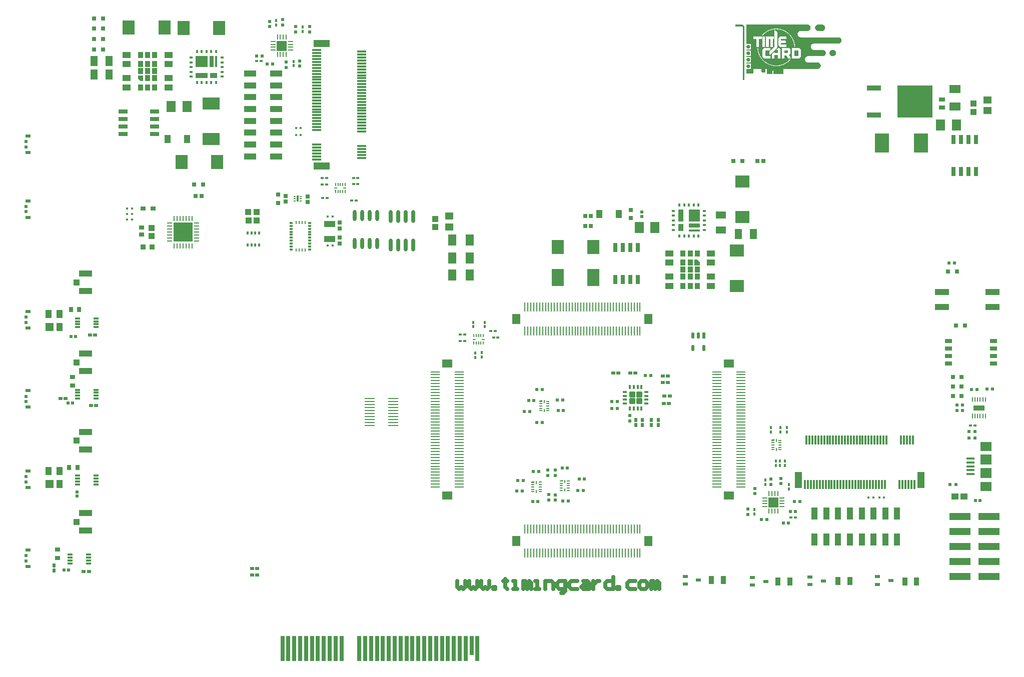
<source format=gbr>
G04*
G04 #@! TF.GenerationSoftware,Altium Limited,Altium Designer,23.7.1 (13)*
G04*
G04 Layer_Color=8421504*
%FSLAX25Y25*%
%MOIN*%
G70*
G04*
G04 #@! TF.SameCoordinates,AF00DCEB-AC48-4C7C-91EA-99F42E284231*
G04*
G04*
G04 #@! TF.FilePolarity,Positive*
G04*
G01*
G75*
G04:AMPARAMS|DCode=31|XSize=36.97mil|YSize=36.97mil|CornerRadius=2.03mil|HoleSize=0mil|Usage=FLASHONLY|Rotation=90.000|XOffset=0mil|YOffset=0mil|HoleType=Round|Shape=RoundedRectangle|*
%AMROUNDEDRECTD31*
21,1,0.03697,0.03290,0,0,90.0*
21,1,0.03290,0.03697,0,0,90.0*
1,1,0.00407,0.01645,0.01645*
1,1,0.00407,0.01645,-0.01645*
1,1,0.00407,-0.01645,-0.01645*
1,1,0.00407,-0.01645,0.01645*
%
%ADD31ROUNDEDRECTD31*%
%ADD32C,0.02500*%
%ADD33R,0.01968X0.00787*%
%ADD34R,0.00787X0.01968*%
%ADD35R,0.00787X0.01968*%
%ADD36R,0.01968X0.00787*%
%ADD37R,0.07178X0.03634*%
%ADD38R,0.12795X0.12795*%
%ADD39R,0.01024X0.03543*%
%ADD40R,0.03543X0.01024*%
%ADD41R,0.03740X0.03740*%
%ADD42R,0.01772X0.01772*%
%ADD43R,0.04331X0.04134*%
%ADD44R,0.03543X0.02953*%
%ADD45R,0.03543X0.03150*%
%ADD46R,0.04134X0.04331*%
%ADD47R,0.05709X0.04528*%
%ADD48R,0.05709X0.07480*%
%ADD49R,0.05512X0.03937*%
%ADD50R,0.03543X0.03937*%
%ADD51C,0.02918*%
%ADD52R,0.01457X0.00945*%
%ADD53R,0.01575X0.04252*%
%ADD54R,0.07835X0.09173*%
G04:AMPARAMS|DCode=55|XSize=11.81mil|YSize=29.53mil|CornerRadius=1.95mil|HoleSize=0mil|Usage=FLASHONLY|Rotation=180.000|XOffset=0mil|YOffset=0mil|HoleType=Round|Shape=RoundedRectangle|*
%AMROUNDEDRECTD55*
21,1,0.01181,0.02563,0,0,180.0*
21,1,0.00791,0.02953,0,0,180.0*
1,1,0.00390,-0.00396,0.01282*
1,1,0.00390,0.00396,0.01282*
1,1,0.00390,0.00396,-0.01282*
1,1,0.00390,-0.00396,-0.01282*
%
%ADD55ROUNDEDRECTD55*%
G04:AMPARAMS|DCode=56|XSize=11.81mil|YSize=29.53mil|CornerRadius=1.95mil|HoleSize=0mil|Usage=FLASHONLY|Rotation=90.000|XOffset=0mil|YOffset=0mil|HoleType=Round|Shape=RoundedRectangle|*
%AMROUNDEDRECTD56*
21,1,0.01181,0.02563,0,0,90.0*
21,1,0.00791,0.02953,0,0,90.0*
1,1,0.00390,0.01282,0.00396*
1,1,0.00390,0.01282,-0.00396*
1,1,0.00390,-0.01282,-0.00396*
1,1,0.00390,-0.01282,0.00396*
%
%ADD56ROUNDEDRECTD56*%
%ADD57R,0.05315X0.01575*%
%ADD58R,0.07480X0.07087*%
%ADD59R,0.08287X0.04409*%
%ADD60R,0.01968X0.01772*%
%ADD61R,0.03150X0.03150*%
%ADD62R,0.05000X0.02992*%
%ADD63R,0.09600X0.04400*%
%ADD64R,0.02165X0.02165*%
%ADD65R,0.07100X0.07100*%
%ADD66R,0.01000X0.03200*%
%ADD67R,0.03200X0.01000*%
%ADD68R,0.01772X0.01968*%
%ADD69R,0.02165X0.02165*%
%ADD70R,0.06102X0.01181*%
%ADD71R,0.10827X0.04724*%
%ADD72R,0.01181X0.06102*%
%ADD73R,0.04724X0.10827*%
%ADD74R,0.09800X0.03700*%
%ADD75R,0.23300X0.21700*%
%ADD76R,0.00984X0.01870*%
%ADD77R,0.01870X0.01378*%
%ADD78R,0.05100X0.03500*%
%ADD79R,0.08300X0.03500*%
%ADD80R,0.08300X0.07400*%
%ADD81R,0.02600X0.07400*%
%ADD82R,0.01400X0.07400*%
%ADD83R,0.02000X0.01300*%
%ADD84R,0.01300X0.02000*%
%ADD85R,0.09173X0.07835*%
%ADD86R,0.02816X0.02648*%
%ADD87R,0.02016X0.02288*%
%ADD88R,0.02911X0.02648*%
%ADD89R,0.02756X0.02756*%
G04:AMPARAMS|DCode=90|XSize=40.88mil|YSize=20.95mil|CornerRadius=10.48mil|HoleSize=0mil|Usage=FLASHONLY|Rotation=270.000|XOffset=0mil|YOffset=0mil|HoleType=Round|Shape=RoundedRectangle|*
%AMROUNDEDRECTD90*
21,1,0.04088,0.00000,0,0,270.0*
21,1,0.01993,0.02095,0,0,270.0*
1,1,0.02095,0.00000,-0.00996*
1,1,0.02095,0.00000,0.00996*
1,1,0.02095,0.00000,0.00996*
1,1,0.02095,0.00000,-0.00996*
%
%ADD90ROUNDEDRECTD90*%
%ADD91R,0.02095X0.04088*%
G04:AMPARAMS|DCode=92|XSize=61.02mil|YSize=23.62mil|CornerRadius=2.01mil|HoleSize=0mil|Usage=FLASHONLY|Rotation=90.000|XOffset=0mil|YOffset=0mil|HoleType=Round|Shape=RoundedRectangle|*
%AMROUNDEDRECTD92*
21,1,0.06102,0.01961,0,0,90.0*
21,1,0.05701,0.02362,0,0,90.0*
1,1,0.00402,0.00980,0.02850*
1,1,0.00402,0.00980,-0.02850*
1,1,0.00402,-0.00980,-0.02850*
1,1,0.00402,-0.00980,0.02850*
%
%ADD92ROUNDEDRECTD92*%
%ADD93R,0.05906X0.07284*%
G04:AMPARAMS|DCode=94|XSize=61.02mil|YSize=23.62mil|CornerRadius=2.01mil|HoleSize=0mil|Usage=FLASHONLY|Rotation=0.000|XOffset=0mil|YOffset=0mil|HoleType=Round|Shape=RoundedRectangle|*
%AMROUNDEDRECTD94*
21,1,0.06102,0.01961,0,0,0.0*
21,1,0.05701,0.02362,0,0,0.0*
1,1,0.00402,0.02850,-0.00980*
1,1,0.00402,-0.02850,-0.00980*
1,1,0.00402,-0.02850,0.00980*
1,1,0.00402,0.02850,0.00980*
%
%ADD94ROUNDEDRECTD94*%
%ADD95R,0.04546X0.06717*%
%ADD96R,0.03500X0.05100*%
%ADD97R,0.03500X0.08300*%
%ADD98R,0.07400X0.08300*%
%ADD99R,0.07400X0.02600*%
%ADD100R,0.07400X0.01400*%
%ADD101R,0.06717X0.04546*%
%ADD102R,0.04331X0.05315*%
%ADD103R,0.07874X0.11811*%
%ADD104R,0.11811X0.07874*%
%ADD105R,0.02631X0.02648*%
%ADD106R,0.02559X0.02362*%
%ADD107R,0.00984X0.06102*%
%ADD108R,0.05315X0.06693*%
%ADD109O,0.02362X0.08661*%
%ADD110O,0.02362X0.07480*%
%ADD111R,0.07480X0.04331*%
%ADD112R,0.02835X0.02835*%
%ADD113R,0.02648X0.02911*%
%ADD114R,0.04409X0.08287*%
%ADD115R,0.03543X0.01968*%
%ADD116R,0.03740X0.05709*%
%ADD117R,0.04134X0.03937*%
%ADD118R,0.08661X0.04134*%
%ADD119R,0.02362X0.02559*%
%ADD120R,0.02288X0.02016*%
%ADD121R,0.03937X0.05512*%
%ADD122R,0.05512X0.05512*%
%ADD123R,0.14488X0.05000*%
%ADD124R,0.02648X0.02816*%
%ADD125R,0.01378X0.01968*%
%ADD126R,0.03543X0.02362*%
%ADD127R,0.02165X0.02362*%
%ADD128R,0.01870X0.01968*%
G04:AMPARAMS|DCode=129|XSize=33.06mil|YSize=8.76mil|CornerRadius=4.38mil|HoleSize=0mil|Usage=FLASHONLY|Rotation=90.000|XOffset=0mil|YOffset=0mil|HoleType=Round|Shape=RoundedRectangle|*
%AMROUNDEDRECTD129*
21,1,0.03306,0.00000,0,0,90.0*
21,1,0.02430,0.00876,0,0,90.0*
1,1,0.00876,0.00000,0.01215*
1,1,0.00876,0.00000,-0.01215*
1,1,0.00876,0.00000,-0.01215*
1,1,0.00876,0.00000,0.01215*
%
%ADD129ROUNDEDRECTD129*%
%ADD130R,0.00876X0.03306*%
%ADD131R,0.05142X0.04166*%
%ADD132R,0.01968X0.01968*%
%ADD133R,0.09449X0.12992*%
%ADD134R,0.06693X0.05315*%
%ADD135R,0.06102X0.00984*%
%ADD136R,0.07087X0.00984*%
%ADD137R,0.07480X0.05709*%
%ADD138R,0.03347X0.01181*%
%ADD139R,0.03543X0.02756*%
%ADD140R,0.02756X0.03543*%
%ADD141R,0.02800X0.16500*%
%ADD142R,0.02800X0.12600*%
%ADD143R,0.03937X0.02835*%
%ADD144R,0.07480X0.06201*%
G36*
X510723Y14449D02*
X511046D01*
Y14417D01*
X511207D01*
Y14385D01*
X511336D01*
Y14353D01*
X511401D01*
Y14320D01*
X511497D01*
Y14288D01*
X511562D01*
Y14256D01*
X511659D01*
Y14224D01*
X511691D01*
Y14191D01*
X511756D01*
Y14159D01*
X511820D01*
Y14127D01*
X511852D01*
Y14095D01*
X511917D01*
Y14062D01*
X511949D01*
Y14030D01*
X512014D01*
Y13998D01*
X512046D01*
Y13965D01*
X512078D01*
Y13933D01*
X512110D01*
Y13901D01*
X512143D01*
Y13869D01*
X512175D01*
Y13836D01*
X512207D01*
Y13804D01*
X512239D01*
Y13772D01*
X512272D01*
Y13740D01*
X512304D01*
Y13707D01*
X512336D01*
Y13675D01*
X512368D01*
Y13643D01*
Y13611D01*
X512401D01*
Y13578D01*
X512433D01*
Y13546D01*
Y13514D01*
X512465D01*
Y13482D01*
X512498D01*
Y13449D01*
Y13417D01*
X512530D01*
Y13385D01*
Y13352D01*
X512562D01*
Y13320D01*
X512594D01*
Y13288D01*
Y13256D01*
X512627D01*
Y13223D01*
Y13191D01*
Y13159D01*
X512659D01*
Y13127D01*
Y13094D01*
X512691D01*
Y13062D01*
Y13030D01*
Y12998D01*
X512723D01*
Y12965D01*
Y12933D01*
Y12901D01*
Y12869D01*
X512756D01*
Y12836D01*
Y12804D01*
Y12772D01*
Y12740D01*
X512788D01*
Y12707D01*
Y12675D01*
Y12643D01*
Y12610D01*
Y12578D01*
Y12546D01*
Y12514D01*
Y12481D01*
Y12449D01*
Y12417D01*
X512820D01*
Y12385D01*
Y12352D01*
Y12320D01*
Y12288D01*
X512788D01*
Y12256D01*
Y12223D01*
Y12191D01*
Y12159D01*
Y12127D01*
Y12094D01*
Y12062D01*
Y12030D01*
Y11998D01*
X512756D01*
Y11965D01*
Y11933D01*
Y11901D01*
Y11868D01*
Y11836D01*
X512723D01*
Y11804D01*
Y11772D01*
Y11739D01*
X512691D01*
Y11707D01*
Y11675D01*
Y11643D01*
X512659D01*
Y11610D01*
Y11578D01*
Y11546D01*
X512627D01*
Y11514D01*
Y11481D01*
X512594D01*
Y11449D01*
Y11417D01*
X512562D01*
Y11384D01*
Y11352D01*
X512530D01*
Y11320D01*
Y11288D01*
X512498D01*
Y11255D01*
Y11223D01*
X512465D01*
Y11191D01*
X512433D01*
Y11159D01*
Y11126D01*
X512401D01*
Y11094D01*
X512368D01*
Y11062D01*
X512336D01*
Y11030D01*
Y10997D01*
X512304D01*
Y10965D01*
X512272D01*
Y10933D01*
X512239D01*
Y10901D01*
X512207D01*
Y10868D01*
X512175D01*
Y10836D01*
X512143D01*
Y10804D01*
X512110D01*
Y10772D01*
X512078D01*
Y10739D01*
X512014D01*
Y10707D01*
X511981D01*
Y10675D01*
X511949D01*
Y10643D01*
X511917D01*
Y10610D01*
X511852D01*
Y10578D01*
X511820D01*
Y10546D01*
X511756D01*
Y10514D01*
X511691D01*
Y10481D01*
X511626D01*
Y10449D01*
X511562D01*
Y10417D01*
X511497D01*
Y10384D01*
X511401D01*
Y10352D01*
X511304D01*
Y10320D01*
X511175D01*
Y10288D01*
X511014D01*
Y10255D01*
X507884D01*
Y10288D01*
X507723D01*
Y10320D01*
X507626D01*
Y10352D01*
X507529D01*
Y10384D01*
X507432D01*
Y10417D01*
X507368D01*
Y10449D01*
X507271D01*
Y10481D01*
X507239D01*
Y10514D01*
X507174D01*
Y10546D01*
X507110D01*
Y10578D01*
X507078D01*
Y10610D01*
X507013D01*
Y10643D01*
X506981D01*
Y10675D01*
X506916D01*
Y10707D01*
X506884D01*
Y10739D01*
X506852D01*
Y10772D01*
X506819D01*
Y10804D01*
X506787D01*
Y10836D01*
X506755D01*
Y10868D01*
X506723D01*
Y10901D01*
X506690D01*
Y10933D01*
X506658D01*
Y10965D01*
X506626D01*
Y10997D01*
X506594D01*
Y11030D01*
X506561D01*
Y11062D01*
Y11094D01*
X506529D01*
Y11126D01*
X506497D01*
Y11159D01*
X506464D01*
Y11191D01*
Y11223D01*
X506432D01*
Y11255D01*
Y11288D01*
X506400D01*
Y11320D01*
X506368D01*
Y11352D01*
Y11384D01*
X506335D01*
Y11417D01*
Y11449D01*
X506303D01*
Y11481D01*
Y11514D01*
X506271D01*
Y11546D01*
Y11578D01*
Y11610D01*
X506239D01*
Y11643D01*
Y11675D01*
Y11707D01*
X506207D01*
Y11739D01*
Y11772D01*
Y11804D01*
X506174D01*
Y11836D01*
Y11868D01*
Y11901D01*
Y11933D01*
Y11965D01*
X506142D01*
Y11998D01*
Y12030D01*
Y12062D01*
Y12094D01*
Y12127D01*
X506110D01*
Y12159D01*
Y12191D01*
Y12223D01*
Y12256D01*
Y12288D01*
Y12320D01*
Y12352D01*
Y12385D01*
Y12417D01*
Y12449D01*
Y12481D01*
Y12514D01*
Y12546D01*
X506142D01*
Y12578D01*
Y12610D01*
Y12643D01*
Y12675D01*
Y12707D01*
Y12740D01*
Y12772D01*
X506174D01*
Y12804D01*
Y12836D01*
Y12869D01*
Y12901D01*
X506207D01*
Y12933D01*
Y12965D01*
Y12998D01*
Y13030D01*
X506239D01*
Y13062D01*
Y13094D01*
X506271D01*
Y13127D01*
Y13159D01*
Y13191D01*
X506303D01*
Y13223D01*
Y13256D01*
X506335D01*
Y13288D01*
Y13320D01*
X506368D01*
Y13352D01*
Y13385D01*
X506400D01*
Y13417D01*
Y13449D01*
X506432D01*
Y13482D01*
X506464D01*
Y13514D01*
Y13546D01*
X506497D01*
Y13578D01*
X506529D01*
Y13611D01*
Y13643D01*
X506561D01*
Y13675D01*
X506594D01*
Y13707D01*
X506626D01*
Y13740D01*
X506658D01*
Y13772D01*
X506690D01*
Y13804D01*
X506723D01*
Y13836D01*
X506755D01*
Y13869D01*
X506787D01*
Y13901D01*
X506819D01*
Y13933D01*
X506852D01*
Y13965D01*
X506884D01*
Y13998D01*
X506916D01*
Y14030D01*
X506949D01*
Y14062D01*
X507013D01*
Y14095D01*
X507045D01*
Y14127D01*
X507110D01*
Y14159D01*
X507142D01*
Y14191D01*
X507207D01*
Y14224D01*
X507271D01*
Y14256D01*
X507336D01*
Y14288D01*
X507432D01*
Y14320D01*
X507497D01*
Y14353D01*
X507594D01*
Y14385D01*
X507723D01*
Y14417D01*
X507852D01*
Y14449D01*
X508207D01*
Y14482D01*
X510659D01*
Y14449D01*
X510691D01*
Y14482D01*
X510723D01*
Y14449D01*
D02*
G37*
G36*
X461846Y964D02*
X461976D01*
Y932D01*
X462072D01*
Y900D01*
X462137D01*
Y867D01*
X462201D01*
Y835D01*
X462234D01*
Y803D01*
X462298D01*
Y770D01*
X462330D01*
Y738D01*
X462395D01*
Y706D01*
X462427D01*
Y674D01*
X462460D01*
Y641D01*
X462492D01*
Y609D01*
X462524D01*
Y577D01*
X462556D01*
Y545D01*
Y512D01*
X462589D01*
Y480D01*
X462621D01*
Y448D01*
Y416D01*
X462653D01*
Y383D01*
X462685D01*
Y351D01*
Y319D01*
X462718D01*
Y286D01*
Y254D01*
Y222D01*
X462750D01*
Y190D01*
Y157D01*
Y125D01*
X462782D01*
Y93D01*
Y61D01*
Y28D01*
Y-4D01*
X462814D01*
Y-36D01*
Y-68D01*
Y-101D01*
Y-133D01*
Y-165D01*
Y-197D01*
Y-230D01*
Y-262D01*
Y-294D01*
Y-326D01*
Y-359D01*
Y-391D01*
Y-423D01*
X462782D01*
Y-455D01*
Y-488D01*
Y-520D01*
Y-552D01*
X462750D01*
Y-585D01*
Y-617D01*
Y-649D01*
X462718D01*
Y-681D01*
Y-714D01*
X462685D01*
Y-746D01*
Y-778D01*
X462653D01*
Y-810D01*
Y-843D01*
X462621D01*
Y-875D01*
X462589D01*
Y-907D01*
Y-939D01*
X462556D01*
Y-972D01*
X462524D01*
Y-1004D01*
X462492D01*
Y-1036D01*
X462460D01*
Y-1068D01*
X462427D01*
Y-1101D01*
X462395D01*
Y-1133D01*
X462363D01*
Y-1165D01*
X462330D01*
Y-1198D01*
X462266D01*
Y-1230D01*
X462234D01*
Y-1262D01*
X462169D01*
Y-1294D01*
X462105D01*
Y-1327D01*
X462008D01*
Y-1359D01*
X461911D01*
Y-1391D01*
X461718D01*
Y-1423D01*
X461492D01*
Y-1391D01*
X461298D01*
Y-1359D01*
X461201D01*
Y-1327D01*
X461137D01*
Y-1294D01*
X461040D01*
Y-1262D01*
X461008D01*
Y-1230D01*
X460943D01*
Y-1198D01*
X460911D01*
Y-1165D01*
X460846D01*
Y-1133D01*
X460814D01*
Y-1101D01*
X460782D01*
Y-1068D01*
X460750D01*
Y-1036D01*
X460717D01*
Y-1004D01*
X460685D01*
Y-972D01*
X460653D01*
Y-939D01*
X460620D01*
Y-907D01*
Y-875D01*
X460588D01*
Y-843D01*
Y-810D01*
X460556D01*
Y-778D01*
X460524D01*
Y-746D01*
Y-714D01*
X460492D01*
Y-681D01*
Y-649D01*
Y-617D01*
X460459D01*
Y-585D01*
Y-552D01*
Y-520D01*
X460427D01*
Y-488D01*
Y-455D01*
Y-423D01*
Y-391D01*
Y-359D01*
X460395D01*
Y-326D01*
Y-294D01*
Y-262D01*
Y-230D01*
Y-197D01*
Y-165D01*
Y-133D01*
Y-101D01*
Y-68D01*
Y-36D01*
X460427D01*
Y-4D01*
Y28D01*
Y61D01*
Y93D01*
Y125D01*
X460459D01*
Y157D01*
Y190D01*
Y222D01*
X460492D01*
Y254D01*
Y286D01*
X460524D01*
Y319D01*
Y351D01*
X460556D01*
Y383D01*
Y416D01*
X460588D01*
Y448D01*
Y480D01*
X460620D01*
Y512D01*
X460653D01*
Y545D01*
X460685D01*
Y577D01*
Y609D01*
X460717D01*
Y641D01*
X460750D01*
Y674D01*
X460782D01*
Y706D01*
X460846D01*
Y738D01*
X460879D01*
Y770D01*
X460911D01*
Y803D01*
X460975D01*
Y835D01*
X461008D01*
Y867D01*
X461072D01*
Y900D01*
X461169D01*
Y932D01*
X461234D01*
Y964D01*
X461363D01*
Y996D01*
X461846D01*
Y964D01*
D02*
G37*
G36*
X461814Y-3391D02*
X461943D01*
Y-3424D01*
X462040D01*
Y-3456D01*
X462105D01*
Y-3488D01*
X462169D01*
Y-3520D01*
X462234D01*
Y-3553D01*
X462298D01*
Y-3585D01*
X462330D01*
Y-3617D01*
X462363D01*
Y-3650D01*
X462427D01*
Y-3682D01*
X462460D01*
Y-3714D01*
X462492D01*
Y-3746D01*
X462524D01*
Y-3779D01*
Y-3811D01*
X462556D01*
Y-3843D01*
X462589D01*
Y-3875D01*
X462621D01*
Y-3907D01*
Y-3940D01*
X462653D01*
Y-3972D01*
Y-4004D01*
X462685D01*
Y-4037D01*
Y-4069D01*
X462718D01*
Y-4101D01*
Y-4133D01*
X462750D01*
Y-4166D01*
Y-4198D01*
Y-4230D01*
X462782D01*
Y-4262D01*
Y-4295D01*
Y-4327D01*
Y-4359D01*
X462814D01*
Y-4391D01*
Y-4424D01*
Y-4456D01*
Y-4488D01*
Y-4521D01*
Y-4553D01*
Y-4585D01*
Y-4617D01*
Y-4650D01*
Y-4682D01*
Y-4714D01*
Y-4746D01*
Y-4779D01*
X462782D01*
Y-4811D01*
Y-4843D01*
Y-4875D01*
Y-4908D01*
X462750D01*
Y-4940D01*
Y-4972D01*
Y-5004D01*
X462718D01*
Y-5037D01*
Y-5069D01*
X462685D01*
Y-5101D01*
Y-5133D01*
X462653D01*
Y-5166D01*
Y-5198D01*
X462621D01*
Y-5230D01*
Y-5263D01*
X462589D01*
Y-5295D01*
X462556D01*
Y-5327D01*
X462524D01*
Y-5359D01*
Y-5392D01*
X462492D01*
Y-5424D01*
X462460D01*
Y-5456D01*
X462395D01*
Y-5488D01*
X462363D01*
Y-5521D01*
X462330D01*
Y-5553D01*
X462298D01*
Y-5585D01*
X462234D01*
Y-5617D01*
X462169D01*
Y-5650D01*
X462105D01*
Y-5682D01*
X462040D01*
Y-5714D01*
X461943D01*
Y-5746D01*
X461782D01*
Y-5779D01*
X461427D01*
Y-5746D01*
X461266D01*
Y-5714D01*
X461169D01*
Y-5682D01*
X461104D01*
Y-5650D01*
X461040D01*
Y-5617D01*
X460975D01*
Y-5585D01*
X460943D01*
Y-5553D01*
X460879D01*
Y-5521D01*
X460846D01*
Y-5488D01*
X460814D01*
Y-5456D01*
X460782D01*
Y-5424D01*
X460750D01*
Y-5392D01*
X460717D01*
Y-5359D01*
X460685D01*
Y-5327D01*
X460653D01*
Y-5295D01*
X460620D01*
Y-5263D01*
Y-5230D01*
X460588D01*
Y-5198D01*
X460556D01*
Y-5166D01*
Y-5133D01*
X460524D01*
Y-5101D01*
Y-5069D01*
X460492D01*
Y-5037D01*
Y-5004D01*
Y-4972D01*
X460459D01*
Y-4940D01*
Y-4908D01*
Y-4875D01*
X460427D01*
Y-4843D01*
Y-4811D01*
Y-4779D01*
Y-4746D01*
X460395D01*
Y-4714D01*
Y-4682D01*
Y-4650D01*
Y-4617D01*
Y-4585D01*
Y-4553D01*
Y-4521D01*
Y-4488D01*
Y-4456D01*
Y-4424D01*
Y-4391D01*
X460427D01*
Y-4359D01*
Y-4327D01*
Y-4295D01*
Y-4262D01*
X460459D01*
Y-4230D01*
Y-4198D01*
Y-4166D01*
Y-4133D01*
X460492D01*
Y-4101D01*
Y-4069D01*
X460524D01*
Y-4037D01*
Y-4004D01*
X460556D01*
Y-3972D01*
Y-3940D01*
X460588D01*
Y-3907D01*
X460620D01*
Y-3875D01*
Y-3843D01*
X460653D01*
Y-3811D01*
X460685D01*
Y-3779D01*
X460717D01*
Y-3746D01*
X460750D01*
Y-3714D01*
X460782D01*
Y-3682D01*
X460814D01*
Y-3650D01*
X460846D01*
Y-3617D01*
X460879D01*
Y-3585D01*
X460943D01*
Y-3553D01*
X460975D01*
Y-3520D01*
X461040D01*
Y-3488D01*
X461104D01*
Y-3456D01*
X461169D01*
Y-3424D01*
X461266D01*
Y-3391D01*
X461427D01*
Y-3359D01*
X461814D01*
Y-3391D01*
D02*
G37*
G36*
X518143Y-2391D02*
X518337D01*
Y-2424D01*
X518466D01*
Y-2456D01*
X518563D01*
Y-2488D01*
X518659D01*
Y-2520D01*
X518724D01*
Y-2553D01*
X518821D01*
Y-2585D01*
X518885D01*
Y-2617D01*
X518918D01*
Y-2649D01*
X518982D01*
Y-2682D01*
X519047D01*
Y-2714D01*
X519079D01*
Y-2746D01*
X519143D01*
Y-2778D01*
X519176D01*
Y-2811D01*
X519208D01*
Y-2843D01*
X519240D01*
Y-2875D01*
X519305D01*
Y-2907D01*
X519337D01*
Y-2940D01*
X519369D01*
Y-2972D01*
X519402D01*
Y-3004D01*
X519434D01*
Y-3036D01*
X519466D01*
Y-3069D01*
X519498D01*
Y-3101D01*
X519531D01*
Y-3133D01*
Y-3165D01*
X519563D01*
Y-3198D01*
X519595D01*
Y-3230D01*
X519627D01*
Y-3262D01*
Y-3295D01*
X519660D01*
Y-3327D01*
X519692D01*
Y-3359D01*
Y-3391D01*
X519724D01*
Y-3424D01*
Y-3456D01*
X519756D01*
Y-3488D01*
X519789D01*
Y-3520D01*
Y-3553D01*
X519821D01*
Y-3585D01*
Y-3617D01*
Y-3650D01*
X519853D01*
Y-3682D01*
Y-3714D01*
X519885D01*
Y-3746D01*
Y-3779D01*
Y-3811D01*
X519918D01*
Y-3843D01*
Y-3875D01*
Y-3907D01*
X519950D01*
Y-3940D01*
Y-3972D01*
Y-4004D01*
Y-4037D01*
X519982D01*
Y-4069D01*
Y-4101D01*
Y-4133D01*
Y-4166D01*
Y-4198D01*
Y-4230D01*
X520014D01*
Y-4262D01*
Y-4295D01*
Y-4327D01*
Y-4359D01*
Y-4391D01*
Y-4424D01*
Y-4456D01*
Y-4488D01*
Y-4521D01*
Y-4553D01*
Y-4585D01*
Y-4617D01*
Y-4650D01*
Y-4682D01*
Y-4714D01*
X519982D01*
Y-4746D01*
Y-4779D01*
Y-4811D01*
Y-4843D01*
Y-4875D01*
Y-4908D01*
X519950D01*
Y-4940D01*
Y-4972D01*
Y-5004D01*
Y-5037D01*
X519918D01*
Y-5069D01*
Y-5101D01*
Y-5133D01*
X519885D01*
Y-5166D01*
Y-5198D01*
Y-5230D01*
X519853D01*
Y-5263D01*
Y-5295D01*
X519821D01*
Y-5327D01*
Y-5359D01*
X519789D01*
Y-5392D01*
Y-5424D01*
X519756D01*
Y-5456D01*
Y-5488D01*
X519724D01*
Y-5521D01*
Y-5553D01*
X519692D01*
Y-5585D01*
X519660D01*
Y-5617D01*
Y-5650D01*
X519627D01*
Y-5682D01*
X519595D01*
Y-5714D01*
Y-5746D01*
X519563D01*
Y-5779D01*
X519531D01*
Y-5811D01*
X519498D01*
Y-5843D01*
X519466D01*
Y-5875D01*
X519434D01*
Y-5908D01*
X519402D01*
Y-5940D01*
X519369D01*
Y-5972D01*
X519337D01*
Y-6005D01*
X519305D01*
Y-6037D01*
X519273D01*
Y-6069D01*
X519240D01*
Y-6101D01*
X519208D01*
Y-6134D01*
X519143D01*
Y-6166D01*
X519111D01*
Y-6198D01*
X519079D01*
Y-6230D01*
X519014D01*
Y-6263D01*
X518950D01*
Y-6295D01*
X518918D01*
Y-6327D01*
X518853D01*
Y-6359D01*
X518789D01*
Y-6392D01*
X518692D01*
Y-6424D01*
X518627D01*
Y-6456D01*
X518531D01*
Y-6488D01*
X518401D01*
Y-6521D01*
X518240D01*
Y-6553D01*
X518047D01*
Y-6585D01*
X518014D01*
Y-6553D01*
X517982D01*
Y-6585D01*
X517950D01*
Y-6553D01*
X517917D01*
Y-6585D01*
X517692D01*
Y-6553D01*
X517466D01*
Y-6521D01*
X517305D01*
Y-6488D01*
X517208D01*
Y-6456D01*
X517111D01*
Y-6424D01*
X517014D01*
Y-6392D01*
X516950D01*
Y-6359D01*
X516885D01*
Y-6327D01*
X516821D01*
Y-6295D01*
X516756D01*
Y-6263D01*
X516724D01*
Y-6230D01*
X516659D01*
Y-6198D01*
X516627D01*
Y-6166D01*
X516563D01*
Y-6134D01*
X516530D01*
Y-6101D01*
X516498D01*
Y-6069D01*
X516466D01*
Y-6037D01*
X516401D01*
Y-6005D01*
X516369D01*
Y-5972D01*
X516337D01*
Y-5940D01*
X516304D01*
Y-5908D01*
X516272D01*
Y-5875D01*
X516240D01*
Y-5843D01*
Y-5811D01*
X516208D01*
Y-5779D01*
X516175D01*
Y-5746D01*
X516143D01*
Y-5714D01*
X516111D01*
Y-5682D01*
Y-5650D01*
X516079D01*
Y-5617D01*
X516046D01*
Y-5585D01*
Y-5553D01*
X516014D01*
Y-5521D01*
Y-5488D01*
X515982D01*
Y-5456D01*
X515949D01*
Y-5424D01*
Y-5392D01*
X515917D01*
Y-5359D01*
Y-5327D01*
X515885D01*
Y-5295D01*
Y-5263D01*
Y-5230D01*
X515853D01*
Y-5198D01*
Y-5166D01*
X515821D01*
Y-5133D01*
Y-5101D01*
Y-5069D01*
X515788D01*
Y-5037D01*
Y-5004D01*
Y-4972D01*
Y-4940D01*
X515756D01*
Y-4908D01*
Y-4875D01*
Y-4843D01*
Y-4811D01*
Y-4779D01*
X515724D01*
Y-4746D01*
Y-4714D01*
Y-4682D01*
Y-4650D01*
Y-4617D01*
Y-4585D01*
Y-4553D01*
Y-4521D01*
Y-4488D01*
Y-4456D01*
Y-4424D01*
Y-4391D01*
Y-4359D01*
Y-4327D01*
Y-4295D01*
Y-4262D01*
Y-4230D01*
Y-4198D01*
Y-4166D01*
X515756D01*
Y-4133D01*
Y-4101D01*
Y-4069D01*
Y-4037D01*
Y-4004D01*
X515788D01*
Y-3972D01*
Y-3940D01*
Y-3907D01*
Y-3875D01*
X515821D01*
Y-3843D01*
Y-3811D01*
Y-3779D01*
X515853D01*
Y-3746D01*
Y-3714D01*
Y-3682D01*
X515885D01*
Y-3650D01*
Y-3617D01*
X515917D01*
Y-3585D01*
Y-3553D01*
X515949D01*
Y-3520D01*
Y-3488D01*
X515982D01*
Y-3456D01*
Y-3424D01*
X516014D01*
Y-3391D01*
Y-3359D01*
X516046D01*
Y-3327D01*
X516079D01*
Y-3295D01*
Y-3262D01*
X516111D01*
Y-3230D01*
X516143D01*
Y-3198D01*
X516175D01*
Y-3165D01*
Y-3133D01*
X516208D01*
Y-3101D01*
X516240D01*
Y-3069D01*
X516272D01*
Y-3036D01*
X516304D01*
Y-3004D01*
X516337D01*
Y-2972D01*
X516369D01*
Y-2940D01*
X516401D01*
Y-2907D01*
X516433D01*
Y-2875D01*
X516466D01*
Y-2843D01*
X516498D01*
Y-2811D01*
X516563D01*
Y-2778D01*
X516595D01*
Y-2746D01*
X516659D01*
Y-2714D01*
X516691D01*
Y-2682D01*
X516756D01*
Y-2649D01*
X516788D01*
Y-2617D01*
X516853D01*
Y-2585D01*
X516917D01*
Y-2553D01*
X516982D01*
Y-2520D01*
X517079D01*
Y-2488D01*
X517175D01*
Y-2456D01*
X517272D01*
Y-2424D01*
X517401D01*
Y-2391D01*
X517563D01*
Y-2359D01*
X518143D01*
Y-2391D01*
D02*
G37*
G36*
X501012Y14449D02*
X501367D01*
Y14417D01*
X501496D01*
Y14385D01*
X501625D01*
Y14353D01*
X501722D01*
Y14320D01*
X501819D01*
Y14288D01*
X501883D01*
Y14256D01*
X501948D01*
Y14224D01*
X502012D01*
Y14191D01*
X502077D01*
Y14159D01*
X502142D01*
Y14127D01*
X502174D01*
Y14095D01*
X502238D01*
Y14062D01*
X502271D01*
Y14030D01*
X502303D01*
Y13998D01*
X502367D01*
Y13965D01*
X502400D01*
Y13933D01*
X502432D01*
Y13901D01*
X502464D01*
Y13869D01*
X502496D01*
Y13836D01*
X502529D01*
Y13804D01*
X502561D01*
Y13772D01*
X502593D01*
Y13740D01*
X502625D01*
Y13707D01*
X502658D01*
Y13675D01*
X502690D01*
Y13643D01*
Y13611D01*
X502722D01*
Y13578D01*
X502754D01*
Y13546D01*
X502787D01*
Y13514D01*
Y13482D01*
X502819D01*
Y13449D01*
Y13417D01*
X502851D01*
Y13385D01*
X502883D01*
Y13352D01*
Y13320D01*
X502916D01*
Y13288D01*
Y13256D01*
X502948D01*
Y13223D01*
Y13191D01*
X502980D01*
Y13159D01*
Y13127D01*
Y13094D01*
X503013D01*
Y13062D01*
Y13030D01*
Y12998D01*
X503045D01*
Y12965D01*
Y12933D01*
Y12901D01*
X503077D01*
Y12869D01*
Y12836D01*
Y12804D01*
Y12772D01*
X503109D01*
Y12740D01*
Y12707D01*
Y12675D01*
Y12643D01*
Y12610D01*
Y12578D01*
X503142D01*
Y12546D01*
Y12514D01*
Y12481D01*
Y12449D01*
Y12417D01*
Y12385D01*
Y12352D01*
Y12320D01*
Y12288D01*
Y12256D01*
Y12223D01*
X503109D01*
Y12191D01*
X503142D01*
Y12159D01*
X503109D01*
Y12127D01*
Y12094D01*
Y12062D01*
Y12030D01*
Y11998D01*
Y11965D01*
Y11933D01*
X503077D01*
Y11901D01*
Y11868D01*
Y11836D01*
Y11804D01*
X503045D01*
Y11772D01*
Y11739D01*
Y11707D01*
X503013D01*
Y11675D01*
Y11643D01*
Y11610D01*
X502980D01*
Y11578D01*
Y11546D01*
Y11514D01*
X502948D01*
Y11481D01*
Y11449D01*
X502916D01*
Y11417D01*
Y11384D01*
X502883D01*
Y11352D01*
Y11320D01*
X502851D01*
Y11288D01*
X502819D01*
Y11255D01*
Y11223D01*
X502787D01*
Y11191D01*
X502754D01*
Y11159D01*
Y11126D01*
X502722D01*
Y11094D01*
X502690D01*
Y11062D01*
X502658D01*
Y11030D01*
Y10997D01*
X502625D01*
Y10965D01*
X502593D01*
Y10933D01*
X502561D01*
Y10901D01*
X502529D01*
Y10868D01*
X502496D01*
Y10836D01*
X502464D01*
Y10804D01*
X502432D01*
Y10772D01*
X502400D01*
Y10739D01*
X502335D01*
Y10707D01*
X502303D01*
Y10675D01*
X502271D01*
Y10643D01*
X502206D01*
Y10610D01*
X502174D01*
Y10578D01*
X502109D01*
Y10546D01*
X502077D01*
Y10514D01*
X502012D01*
Y10481D01*
X501948D01*
Y10449D01*
X501883D01*
Y10417D01*
X501787D01*
Y10384D01*
X501722D01*
Y10352D01*
X501593D01*
Y10320D01*
X501496D01*
Y10288D01*
X501303D01*
Y10255D01*
X496431D01*
Y10223D01*
X496173D01*
Y10191D01*
X496044D01*
Y10159D01*
X495915D01*
Y10126D01*
X495850D01*
Y10094D01*
X495754D01*
Y10062D01*
X495689D01*
Y10029D01*
X495625D01*
Y9997D01*
X495560D01*
Y9965D01*
X495496D01*
Y9933D01*
X495463D01*
Y9900D01*
X495399D01*
Y9868D01*
X495334D01*
Y9836D01*
X495302D01*
Y9804D01*
X495270D01*
Y9771D01*
X495237D01*
Y9739D01*
X495173D01*
Y9707D01*
X495141D01*
Y9675D01*
X495108D01*
Y9642D01*
X495076D01*
Y9610D01*
X495044D01*
Y9578D01*
X495012D01*
Y9546D01*
X494979D01*
Y9513D01*
X494947D01*
Y9481D01*
Y9449D01*
X494915D01*
Y9417D01*
X494883D01*
Y9384D01*
X494850D01*
Y9352D01*
Y9320D01*
X494818D01*
Y9287D01*
X494786D01*
Y9255D01*
Y9223D01*
X494754D01*
Y9191D01*
X494721D01*
Y9159D01*
Y9126D01*
X494689D01*
Y9094D01*
Y9062D01*
X494657D01*
Y9029D01*
Y8997D01*
X494625D01*
Y8965D01*
Y8933D01*
Y8900D01*
X494592D01*
Y8868D01*
Y8836D01*
X494560D01*
Y8804D01*
Y8771D01*
Y8739D01*
X494528D01*
Y8707D01*
Y8675D01*
Y8642D01*
Y8610D01*
X494495D01*
Y8578D01*
Y8546D01*
Y8513D01*
Y8481D01*
Y8449D01*
Y8416D01*
X494463D01*
Y8384D01*
Y8352D01*
Y8320D01*
Y8287D01*
Y8255D01*
Y8223D01*
Y8191D01*
Y8158D01*
Y8126D01*
Y8094D01*
Y8062D01*
Y8029D01*
Y7997D01*
Y7965D01*
Y7932D01*
Y7900D01*
X494495D01*
Y7868D01*
Y7836D01*
Y7803D01*
Y7771D01*
Y7739D01*
Y7707D01*
X494528D01*
Y7674D01*
Y7642D01*
Y7610D01*
Y7578D01*
X494560D01*
Y7545D01*
Y7513D01*
Y7481D01*
X494592D01*
Y7449D01*
Y7416D01*
Y7384D01*
X494625D01*
Y7352D01*
Y7320D01*
X494657D01*
Y7287D01*
Y7255D01*
X494689D01*
Y7223D01*
Y7191D01*
X494721D01*
Y7158D01*
Y7126D01*
X494754D01*
Y7094D01*
Y7062D01*
X494786D01*
Y7029D01*
X494818D01*
Y6997D01*
Y6965D01*
X494850D01*
Y6932D01*
X494883D01*
Y6900D01*
Y6868D01*
X494915D01*
Y6836D01*
X494947D01*
Y6803D01*
X494979D01*
Y6771D01*
X495012D01*
Y6739D01*
X495044D01*
Y6707D01*
X495076D01*
Y6674D01*
X495108D01*
Y6642D01*
X495141D01*
Y6610D01*
X495173D01*
Y6577D01*
X495205D01*
Y6545D01*
X495237D01*
Y6513D01*
X495270D01*
Y6481D01*
X495334D01*
Y6448D01*
X495366D01*
Y6416D01*
X495431D01*
Y6384D01*
X495463D01*
Y6352D01*
X495528D01*
Y6319D01*
X495592D01*
Y6287D01*
X495657D01*
Y6255D01*
X495721D01*
Y6223D01*
X495786D01*
Y6190D01*
X495883D01*
Y6158D01*
X495979D01*
Y6126D01*
X496108D01*
Y6094D01*
X496270D01*
Y6061D01*
X521789D01*
Y6029D01*
X521821D01*
Y6061D01*
X521853D01*
Y6029D01*
X522079D01*
Y5997D01*
X522208D01*
Y5965D01*
X522305D01*
Y5932D01*
X522402D01*
Y5900D01*
X522499D01*
Y5868D01*
X522563D01*
Y5835D01*
X522628D01*
Y5803D01*
X522692D01*
Y5771D01*
X522757D01*
Y5739D01*
X522789D01*
Y5706D01*
X522854D01*
Y5674D01*
X522886D01*
Y5642D01*
X522950D01*
Y5610D01*
X522983D01*
Y5577D01*
X523015D01*
Y5545D01*
X523047D01*
Y5513D01*
X523112D01*
Y5481D01*
X523144D01*
Y5448D01*
X523176D01*
Y5416D01*
X523208D01*
Y5384D01*
X523241D01*
Y5352D01*
X523273D01*
Y5319D01*
Y5287D01*
X523305D01*
Y5255D01*
X523338D01*
Y5223D01*
X523370D01*
Y5190D01*
X523402D01*
Y5158D01*
Y5126D01*
X523434D01*
Y5094D01*
X523466D01*
Y5061D01*
Y5029D01*
X523499D01*
Y4997D01*
X523531D01*
Y4964D01*
Y4932D01*
X523563D01*
Y4900D01*
Y4868D01*
X523596D01*
Y4835D01*
Y4803D01*
X523628D01*
Y4771D01*
Y4739D01*
Y4706D01*
X523660D01*
Y4674D01*
Y4642D01*
X523692D01*
Y4610D01*
Y4577D01*
Y4545D01*
X523725D01*
Y4513D01*
Y4481D01*
Y4448D01*
Y4416D01*
X523757D01*
Y4384D01*
Y4352D01*
Y4319D01*
Y4287D01*
Y4255D01*
X523789D01*
Y4222D01*
Y4190D01*
Y4158D01*
Y4126D01*
Y4093D01*
Y4061D01*
Y4029D01*
Y3997D01*
Y3964D01*
Y3932D01*
Y3900D01*
Y3867D01*
Y3835D01*
Y3803D01*
Y3771D01*
Y3739D01*
Y3706D01*
Y3674D01*
Y3642D01*
X523757D01*
Y3609D01*
Y3577D01*
Y3545D01*
Y3513D01*
Y3480D01*
X523725D01*
Y3448D01*
Y3416D01*
Y3384D01*
Y3351D01*
X523692D01*
Y3319D01*
Y3287D01*
Y3255D01*
X523660D01*
Y3222D01*
Y3190D01*
Y3158D01*
X523628D01*
Y3125D01*
Y3093D01*
X523596D01*
Y3061D01*
Y3029D01*
X523563D01*
Y2997D01*
Y2964D01*
X523531D01*
Y2932D01*
Y2900D01*
X523499D01*
Y2867D01*
Y2835D01*
X523466D01*
Y2803D01*
X523434D01*
Y2771D01*
Y2738D01*
X523402D01*
Y2706D01*
X523370D01*
Y2674D01*
X523338D01*
Y2642D01*
X523305D01*
Y2609D01*
Y2577D01*
X523273D01*
Y2545D01*
X523241D01*
Y2513D01*
X523208D01*
Y2480D01*
X523176D01*
Y2448D01*
X523144D01*
Y2416D01*
X523112D01*
Y2383D01*
X523079D01*
Y2351D01*
X523047D01*
Y2319D01*
X522983D01*
Y2287D01*
X522950D01*
Y2254D01*
X522918D01*
Y2222D01*
X522854D01*
Y2190D01*
X522821D01*
Y2158D01*
X522757D01*
Y2125D01*
X522692D01*
Y2093D01*
X522660D01*
Y2061D01*
X522563D01*
Y2029D01*
X522499D01*
Y1996D01*
X522434D01*
Y1964D01*
X522337D01*
Y1932D01*
X522241D01*
Y1900D01*
X522112D01*
Y1867D01*
X521918D01*
Y1835D01*
X505174D01*
Y1803D01*
X504981D01*
Y1770D01*
X504851D01*
Y1738D01*
X504722D01*
Y1706D01*
X504658D01*
Y1674D01*
X504561D01*
Y1641D01*
X504497D01*
Y1609D01*
X504432D01*
Y1577D01*
X504367D01*
Y1545D01*
X504303D01*
Y1512D01*
X504271D01*
Y1480D01*
X504206D01*
Y1448D01*
X504174D01*
Y1416D01*
X504142D01*
Y1383D01*
X504077D01*
Y1351D01*
X504045D01*
Y1319D01*
X504013D01*
Y1287D01*
X503980D01*
Y1254D01*
X503948D01*
Y1222D01*
X503916D01*
Y1190D01*
X503884D01*
Y1158D01*
X503851D01*
Y1125D01*
X503819D01*
Y1093D01*
X503787D01*
Y1061D01*
X503755D01*
Y1029D01*
X503722D01*
Y996D01*
Y964D01*
X503690D01*
Y932D01*
X503658D01*
Y900D01*
Y867D01*
X503625D01*
Y835D01*
X503593D01*
Y803D01*
Y770D01*
X503561D01*
Y738D01*
Y706D01*
X503529D01*
Y674D01*
Y641D01*
X503497D01*
Y609D01*
Y577D01*
X503464D01*
Y545D01*
Y512D01*
X503432D01*
Y480D01*
Y448D01*
Y416D01*
X503400D01*
Y383D01*
Y351D01*
Y319D01*
X503367D01*
Y286D01*
Y254D01*
Y222D01*
Y190D01*
X503335D01*
Y157D01*
Y125D01*
Y93D01*
Y61D01*
Y28D01*
Y-4D01*
X503303D01*
Y-36D01*
Y-68D01*
Y-101D01*
Y-133D01*
Y-165D01*
Y-197D01*
Y-230D01*
Y-262D01*
Y-294D01*
Y-326D01*
Y-359D01*
Y-391D01*
Y-423D01*
Y-455D01*
Y-488D01*
Y-520D01*
X503335D01*
Y-552D01*
Y-585D01*
Y-617D01*
Y-649D01*
Y-681D01*
Y-714D01*
X503367D01*
Y-746D01*
Y-778D01*
Y-810D01*
Y-843D01*
X503400D01*
Y-875D01*
Y-907D01*
Y-939D01*
X503432D01*
Y-972D01*
Y-1004D01*
Y-1036D01*
X503464D01*
Y-1068D01*
Y-1101D01*
X503497D01*
Y-1133D01*
Y-1165D01*
X503529D01*
Y-1198D01*
Y-1230D01*
X503561D01*
Y-1262D01*
Y-1294D01*
X503593D01*
Y-1327D01*
Y-1359D01*
X503625D01*
Y-1391D01*
X503658D01*
Y-1423D01*
Y-1456D01*
X503690D01*
Y-1488D01*
X503722D01*
Y-1520D01*
X503755D01*
Y-1552D01*
Y-1585D01*
X503787D01*
Y-1617D01*
X503819D01*
Y-1649D01*
X503851D01*
Y-1681D01*
X503884D01*
Y-1714D01*
X503916D01*
Y-1746D01*
X503948D01*
Y-1778D01*
X503980D01*
Y-1811D01*
X504013D01*
Y-1843D01*
X504045D01*
Y-1875D01*
X504109D01*
Y-1907D01*
X504142D01*
Y-1940D01*
X504174D01*
Y-1972D01*
X504239D01*
Y-2004D01*
X504271D01*
Y-2036D01*
X504335D01*
Y-2069D01*
X504400D01*
Y-2101D01*
X504432D01*
Y-2133D01*
X504497D01*
Y-2165D01*
X504593D01*
Y-2198D01*
X504658D01*
Y-2230D01*
X504755D01*
Y-2262D01*
X504851D01*
Y-2294D01*
X504981D01*
Y-2327D01*
X505206D01*
Y-2359D01*
X511401D01*
Y-2391D01*
X511562D01*
Y-2424D01*
X511691D01*
Y-2456D01*
X511788D01*
Y-2488D01*
X511884D01*
Y-2520D01*
X511981D01*
Y-2553D01*
X512046D01*
Y-2585D01*
X512110D01*
Y-2617D01*
X512175D01*
Y-2649D01*
X512239D01*
Y-2682D01*
X512272D01*
Y-2714D01*
X512336D01*
Y-2746D01*
X512368D01*
Y-2778D01*
X512401D01*
Y-2811D01*
X512465D01*
Y-2843D01*
X512498D01*
Y-2875D01*
X512530D01*
Y-2907D01*
X512562D01*
Y-2940D01*
X512594D01*
Y-2972D01*
X512627D01*
Y-3004D01*
X512659D01*
Y-3036D01*
X512691D01*
Y-3069D01*
X512723D01*
Y-3101D01*
X512756D01*
Y-3133D01*
X512788D01*
Y-3165D01*
X512820D01*
Y-3198D01*
Y-3230D01*
X512852D01*
Y-3262D01*
X512885D01*
Y-3295D01*
X512917D01*
Y-3327D01*
Y-3359D01*
X512949D01*
Y-3391D01*
Y-3424D01*
X512981D01*
Y-3456D01*
X513014D01*
Y-3488D01*
Y-3520D01*
X513046D01*
Y-3553D01*
Y-3585D01*
X513078D01*
Y-3617D01*
Y-3650D01*
Y-3682D01*
X513110D01*
Y-3714D01*
Y-3746D01*
X513143D01*
Y-3779D01*
Y-3811D01*
Y-3843D01*
X513175D01*
Y-3875D01*
Y-3907D01*
Y-3940D01*
Y-3972D01*
X513207D01*
Y-4004D01*
Y-4037D01*
Y-4069D01*
Y-4101D01*
Y-4133D01*
X513239D01*
Y-4166D01*
Y-4198D01*
Y-4230D01*
Y-4262D01*
Y-4295D01*
Y-4327D01*
Y-4359D01*
Y-4391D01*
Y-4424D01*
Y-4456D01*
Y-4488D01*
Y-4521D01*
Y-4553D01*
Y-4585D01*
Y-4617D01*
Y-4650D01*
Y-4682D01*
Y-4714D01*
Y-4746D01*
Y-4779D01*
Y-4811D01*
X513207D01*
Y-4843D01*
Y-4875D01*
Y-4908D01*
Y-4940D01*
Y-4972D01*
X513175D01*
Y-5004D01*
Y-5037D01*
Y-5069D01*
X513143D01*
Y-5101D01*
Y-5133D01*
Y-5166D01*
X513110D01*
Y-5198D01*
Y-5230D01*
Y-5263D01*
X513078D01*
Y-5295D01*
Y-5327D01*
X513046D01*
Y-5359D01*
Y-5392D01*
X513014D01*
Y-5424D01*
Y-5456D01*
X512981D01*
Y-5488D01*
Y-5521D01*
X512949D01*
Y-5553D01*
Y-5585D01*
X512917D01*
Y-5617D01*
X512885D01*
Y-5650D01*
Y-5682D01*
X512852D01*
Y-5714D01*
X512820D01*
Y-5746D01*
X512788D01*
Y-5779D01*
X512756D01*
Y-5811D01*
Y-5843D01*
X512723D01*
Y-5875D01*
X512691D01*
Y-5908D01*
X512659D01*
Y-5940D01*
X512627D01*
Y-5972D01*
X512594D01*
Y-6005D01*
X512562D01*
Y-6037D01*
X512530D01*
Y-6069D01*
X512465D01*
Y-6101D01*
X512433D01*
Y-6134D01*
X512401D01*
Y-6166D01*
X512336D01*
Y-6198D01*
X512304D01*
Y-6230D01*
X512239D01*
Y-6263D01*
X512207D01*
Y-6295D01*
X512143D01*
Y-6327D01*
X512078D01*
Y-6359D01*
X512014D01*
Y-6392D01*
X511949D01*
Y-6424D01*
X511852D01*
Y-6456D01*
X511756D01*
Y-6488D01*
X511659D01*
Y-6521D01*
X511497D01*
Y-6553D01*
X511272D01*
Y-6585D01*
X511207D01*
Y-6553D01*
X511175D01*
Y-6585D01*
X501496D01*
Y-6553D01*
X501464D01*
Y-6585D01*
X501141D01*
Y-6617D01*
X500980D01*
Y-6650D01*
X500851D01*
Y-6682D01*
X500754D01*
Y-6714D01*
X500690D01*
Y-6747D01*
X500593D01*
Y-6779D01*
X500528D01*
Y-6811D01*
X500464D01*
Y-6843D01*
X500432D01*
Y-6876D01*
X500367D01*
Y-6908D01*
X500303D01*
Y-6940D01*
X500270D01*
Y-6972D01*
X500206D01*
Y-7005D01*
X500174D01*
Y-7037D01*
X500141D01*
Y-7069D01*
X500109D01*
Y-7102D01*
X500044D01*
Y-7134D01*
X500012D01*
Y-7166D01*
X499980D01*
Y-7198D01*
X499948D01*
Y-7231D01*
X499915D01*
Y-7263D01*
X499883D01*
Y-7295D01*
Y-7327D01*
X499851D01*
Y-7360D01*
X499819D01*
Y-7392D01*
X499786D01*
Y-7424D01*
X499754D01*
Y-7456D01*
Y-7489D01*
X499722D01*
Y-7521D01*
X499690D01*
Y-7553D01*
Y-7585D01*
X499657D01*
Y-7618D01*
X499625D01*
Y-7650D01*
Y-7682D01*
X499593D01*
Y-7714D01*
Y-7747D01*
X499560D01*
Y-7779D01*
Y-7811D01*
X499528D01*
Y-7843D01*
Y-7876D01*
X499496D01*
Y-7908D01*
Y-7940D01*
Y-7972D01*
X499464D01*
Y-8005D01*
Y-8037D01*
Y-8069D01*
X499432D01*
Y-8102D01*
Y-8134D01*
Y-8166D01*
X499399D01*
Y-8198D01*
Y-8231D01*
Y-8263D01*
Y-8295D01*
Y-8327D01*
X499367D01*
Y-8360D01*
Y-8392D01*
Y-8424D01*
Y-8456D01*
Y-8489D01*
Y-8521D01*
Y-8553D01*
Y-8585D01*
Y-8618D01*
Y-8650D01*
Y-8682D01*
Y-8715D01*
Y-8747D01*
Y-8779D01*
Y-8811D01*
Y-8844D01*
Y-8876D01*
Y-8908D01*
Y-8940D01*
Y-8973D01*
Y-9005D01*
X499399D01*
Y-9037D01*
Y-9069D01*
Y-9102D01*
Y-9134D01*
Y-9166D01*
X499432D01*
Y-9199D01*
Y-9231D01*
Y-9263D01*
X499464D01*
Y-9295D01*
Y-9328D01*
Y-9360D01*
X499496D01*
Y-9392D01*
Y-9424D01*
Y-9457D01*
X499528D01*
Y-9489D01*
Y-9521D01*
X499560D01*
Y-9553D01*
Y-9586D01*
X499593D01*
Y-9618D01*
Y-9650D01*
X499625D01*
Y-9682D01*
Y-9715D01*
X499657D01*
Y-9747D01*
Y-9779D01*
X499690D01*
Y-9811D01*
X499722D01*
Y-9844D01*
Y-9876D01*
X499754D01*
Y-9908D01*
X499786D01*
Y-9940D01*
X499819D01*
Y-9973D01*
Y-10005D01*
X499851D01*
Y-10037D01*
X499883D01*
Y-10069D01*
X499915D01*
Y-10102D01*
X499948D01*
Y-10134D01*
X499980D01*
Y-10166D01*
X500012D01*
Y-10199D01*
X500044D01*
Y-10231D01*
X500077D01*
Y-10263D01*
X500109D01*
Y-10295D01*
X500174D01*
Y-10328D01*
X500206D01*
Y-10360D01*
X500238D01*
Y-10392D01*
X500303D01*
Y-10424D01*
X500335D01*
Y-10457D01*
X500399D01*
Y-10489D01*
X500464D01*
Y-10521D01*
X500528D01*
Y-10554D01*
X500593D01*
Y-10586D01*
X500657D01*
Y-10618D01*
X500754D01*
Y-10650D01*
X500819D01*
Y-10683D01*
X500948D01*
Y-10715D01*
X501109D01*
Y-10747D01*
X501399D01*
Y-10779D01*
X508078D01*
Y-10812D01*
X508239D01*
Y-10844D01*
X508336D01*
Y-10876D01*
X508432D01*
Y-10908D01*
X508529D01*
Y-10941D01*
X508626D01*
Y-10973D01*
X508691D01*
Y-11005D01*
X508755D01*
Y-11037D01*
X508787D01*
Y-11070D01*
X508852D01*
Y-11102D01*
X508916D01*
Y-11134D01*
X508949D01*
Y-11167D01*
X509013D01*
Y-11199D01*
X509046D01*
Y-11231D01*
X509078D01*
Y-11263D01*
X509110D01*
Y-11295D01*
X509174D01*
Y-11328D01*
X509207D01*
Y-11360D01*
X509239D01*
Y-11392D01*
X509271D01*
Y-11425D01*
X509304D01*
Y-11457D01*
X509336D01*
Y-11489D01*
Y-11521D01*
X509368D01*
Y-11554D01*
X509400D01*
Y-11586D01*
X509433D01*
Y-11618D01*
X509465D01*
Y-11650D01*
Y-11683D01*
X509497D01*
Y-11715D01*
X509529D01*
Y-11747D01*
Y-11779D01*
X509562D01*
Y-11812D01*
X509594D01*
Y-11844D01*
Y-11876D01*
X509626D01*
Y-11908D01*
Y-11941D01*
X509658D01*
Y-11973D01*
Y-12005D01*
X509691D01*
Y-12037D01*
Y-12070D01*
X509723D01*
Y-12102D01*
Y-12134D01*
Y-12167D01*
X509755D01*
Y-12199D01*
Y-12231D01*
Y-12263D01*
X509788D01*
Y-12296D01*
Y-12328D01*
Y-12360D01*
X509820D01*
Y-12392D01*
Y-12425D01*
Y-12457D01*
Y-12489D01*
Y-12521D01*
Y-12554D01*
X509852D01*
Y-12586D01*
Y-12618D01*
Y-12651D01*
Y-12683D01*
Y-12715D01*
Y-12747D01*
Y-12780D01*
Y-12812D01*
Y-12844D01*
X509884D01*
Y-12876D01*
Y-12909D01*
X509852D01*
Y-12941D01*
Y-12973D01*
Y-13005D01*
Y-13038D01*
Y-13070D01*
Y-13102D01*
Y-13134D01*
Y-13167D01*
Y-13199D01*
Y-13231D01*
X509820D01*
Y-13263D01*
Y-13296D01*
Y-13328D01*
Y-13360D01*
Y-13393D01*
X509788D01*
Y-13425D01*
Y-13457D01*
Y-13489D01*
X509755D01*
Y-13522D01*
Y-13554D01*
Y-13586D01*
X509723D01*
Y-13618D01*
Y-13651D01*
Y-13683D01*
X509691D01*
Y-13715D01*
Y-13747D01*
Y-13780D01*
X509658D01*
Y-13812D01*
Y-13844D01*
X509626D01*
Y-13876D01*
Y-13909D01*
X509594D01*
Y-13941D01*
Y-13973D01*
X509562D01*
Y-14006D01*
X509529D01*
Y-14038D01*
Y-14070D01*
X509497D01*
Y-14102D01*
X509465D01*
Y-14134D01*
Y-14167D01*
X509433D01*
Y-14199D01*
X509400D01*
Y-14231D01*
X509368D01*
Y-14264D01*
Y-14296D01*
X509336D01*
Y-14328D01*
X509304D01*
Y-14360D01*
X509271D01*
Y-14393D01*
X509239D01*
Y-14425D01*
X509207D01*
Y-14457D01*
X509174D01*
Y-14489D01*
X509142D01*
Y-14522D01*
X509110D01*
Y-14554D01*
X509078D01*
Y-14586D01*
X509046D01*
Y-14618D01*
X508981D01*
Y-14651D01*
X508949D01*
Y-14683D01*
X508916D01*
Y-14715D01*
X508852D01*
Y-14748D01*
X508820D01*
Y-14780D01*
X508755D01*
Y-14812D01*
X508691D01*
Y-14844D01*
X508626D01*
Y-14877D01*
X508562D01*
Y-14909D01*
X508465D01*
Y-14941D01*
X508336D01*
Y-14973D01*
X485107D01*
Y-15006D01*
X485043D01*
Y-15038D01*
X485010D01*
Y-15070D01*
X484978D01*
Y-15102D01*
X484946D01*
Y-15135D01*
Y-15167D01*
X484914D01*
Y-15199D01*
Y-15231D01*
Y-15264D01*
Y-15296D01*
Y-15328D01*
Y-15360D01*
Y-15393D01*
Y-15425D01*
Y-15457D01*
Y-15489D01*
Y-15522D01*
Y-15554D01*
Y-15586D01*
Y-15619D01*
Y-15651D01*
Y-15683D01*
Y-15715D01*
Y-15748D01*
Y-15780D01*
Y-15812D01*
Y-15844D01*
Y-15877D01*
Y-15909D01*
Y-15941D01*
Y-15973D01*
Y-16006D01*
Y-16038D01*
Y-16070D01*
Y-16103D01*
Y-16135D01*
Y-16167D01*
Y-16199D01*
Y-16232D01*
Y-16264D01*
Y-16296D01*
Y-16328D01*
Y-16361D01*
Y-16393D01*
Y-16425D01*
Y-16457D01*
Y-16490D01*
Y-16522D01*
Y-16554D01*
Y-16586D01*
Y-16619D01*
Y-16651D01*
Y-16683D01*
Y-16715D01*
Y-16748D01*
Y-16780D01*
Y-16812D01*
Y-16845D01*
Y-16877D01*
Y-16909D01*
Y-16941D01*
Y-16974D01*
Y-17006D01*
Y-17038D01*
Y-17070D01*
Y-17103D01*
Y-17135D01*
Y-17167D01*
Y-17199D01*
Y-17232D01*
Y-17264D01*
Y-17296D01*
Y-17328D01*
Y-17361D01*
Y-17393D01*
Y-17425D01*
Y-17458D01*
Y-17490D01*
Y-17522D01*
Y-17554D01*
Y-17586D01*
Y-17619D01*
Y-17651D01*
Y-17683D01*
Y-17716D01*
Y-17748D01*
Y-17780D01*
Y-17812D01*
Y-17845D01*
Y-17877D01*
Y-17909D01*
Y-17941D01*
Y-17974D01*
Y-18006D01*
Y-18038D01*
Y-18070D01*
Y-18103D01*
Y-18135D01*
Y-18167D01*
Y-18200D01*
Y-18232D01*
Y-18264D01*
Y-18296D01*
Y-18329D01*
Y-18361D01*
X484881D01*
Y-18393D01*
Y-18425D01*
X484849D01*
Y-18458D01*
Y-18490D01*
X484817D01*
Y-18522D01*
X484752D01*
Y-18554D01*
X484688D01*
Y-18587D01*
X478526D01*
Y-18554D01*
X478429D01*
Y-18522D01*
X478397D01*
Y-18490D01*
X478365D01*
Y-18458D01*
X478332D01*
Y-18425D01*
Y-18393D01*
X478300D01*
Y-18361D01*
Y-18329D01*
Y-18296D01*
Y-18264D01*
Y-18232D01*
Y-18200D01*
Y-18167D01*
Y-18135D01*
Y-18103D01*
Y-18070D01*
Y-18038D01*
Y-18006D01*
Y-17974D01*
Y-17941D01*
Y-17909D01*
Y-17877D01*
Y-17845D01*
Y-17812D01*
Y-17780D01*
Y-17748D01*
Y-17716D01*
Y-17683D01*
Y-17651D01*
Y-17619D01*
Y-17586D01*
Y-17554D01*
Y-17522D01*
Y-17490D01*
Y-17458D01*
Y-17425D01*
Y-17393D01*
Y-17361D01*
Y-17328D01*
Y-17296D01*
Y-17264D01*
Y-17232D01*
Y-17199D01*
Y-17167D01*
Y-17135D01*
Y-17103D01*
Y-17070D01*
Y-17038D01*
Y-17006D01*
Y-16974D01*
Y-16941D01*
Y-16909D01*
Y-16877D01*
Y-16845D01*
Y-16812D01*
Y-16780D01*
Y-16748D01*
Y-16715D01*
Y-16683D01*
Y-16651D01*
Y-16619D01*
Y-16586D01*
Y-16554D01*
Y-16522D01*
Y-16490D01*
Y-16457D01*
Y-16425D01*
X478268D01*
Y-16393D01*
Y-16361D01*
Y-16328D01*
X478235D01*
Y-16296D01*
Y-16264D01*
X478203D01*
Y-16232D01*
X478139D01*
Y-16199D01*
X478042D01*
Y-16167D01*
X477945D01*
Y-16199D01*
X477848D01*
Y-16232D01*
X477816D01*
Y-16264D01*
X477784D01*
Y-16296D01*
X477752D01*
Y-16328D01*
X477719D01*
Y-16361D01*
Y-16393D01*
Y-16425D01*
Y-16457D01*
X477687D01*
Y-16490D01*
Y-16522D01*
Y-16554D01*
Y-16586D01*
Y-16619D01*
Y-16651D01*
Y-16683D01*
Y-16715D01*
Y-16748D01*
Y-16780D01*
Y-16812D01*
Y-16845D01*
Y-16877D01*
Y-16909D01*
Y-16941D01*
Y-16974D01*
Y-17006D01*
Y-17038D01*
Y-17070D01*
Y-17103D01*
Y-17135D01*
Y-17167D01*
Y-17199D01*
Y-17232D01*
Y-17264D01*
Y-17296D01*
Y-17328D01*
Y-17361D01*
Y-17393D01*
Y-17425D01*
Y-17458D01*
Y-17490D01*
Y-17522D01*
Y-17554D01*
Y-17586D01*
Y-17619D01*
Y-17651D01*
Y-17683D01*
Y-17716D01*
Y-17748D01*
Y-17780D01*
Y-17812D01*
Y-17845D01*
Y-17877D01*
Y-17909D01*
Y-17941D01*
Y-17974D01*
Y-18006D01*
Y-18038D01*
Y-18070D01*
Y-18103D01*
Y-18135D01*
Y-18167D01*
Y-18200D01*
Y-18232D01*
Y-18264D01*
Y-18296D01*
Y-18329D01*
Y-18361D01*
Y-18393D01*
Y-18425D01*
X477655D01*
Y-18458D01*
X477623D01*
Y-18490D01*
X477590D01*
Y-18522D01*
X477558D01*
Y-18554D01*
X477461D01*
Y-18587D01*
X474299D01*
Y-18554D01*
X474235D01*
Y-18522D01*
X474170D01*
Y-18490D01*
X474138D01*
Y-18458D01*
Y-18425D01*
X474106D01*
Y-18393D01*
Y-18361D01*
Y-18329D01*
X474074D01*
Y-18296D01*
Y-18264D01*
Y-18232D01*
Y-18200D01*
Y-18167D01*
Y-18135D01*
Y-18103D01*
Y-18070D01*
Y-18038D01*
Y-18006D01*
Y-17974D01*
Y-17941D01*
Y-17909D01*
Y-17877D01*
Y-17845D01*
Y-17812D01*
Y-17780D01*
Y-17748D01*
Y-17716D01*
Y-17683D01*
Y-17651D01*
Y-17619D01*
Y-17586D01*
Y-17554D01*
Y-17522D01*
Y-17490D01*
Y-17458D01*
Y-17425D01*
Y-17393D01*
Y-17361D01*
Y-17328D01*
Y-17296D01*
Y-17264D01*
Y-17232D01*
Y-17199D01*
Y-17167D01*
Y-17135D01*
Y-17103D01*
Y-17070D01*
Y-17038D01*
Y-17006D01*
Y-16974D01*
Y-16941D01*
Y-16909D01*
Y-16877D01*
Y-16845D01*
Y-16812D01*
Y-16780D01*
Y-16748D01*
Y-16715D01*
Y-16683D01*
Y-16651D01*
Y-16619D01*
Y-16586D01*
Y-16554D01*
Y-16522D01*
Y-16490D01*
Y-16457D01*
Y-16425D01*
Y-16393D01*
Y-16361D01*
Y-16328D01*
Y-16296D01*
Y-16264D01*
Y-16232D01*
Y-16199D01*
Y-16167D01*
Y-16135D01*
Y-16103D01*
Y-16070D01*
Y-16038D01*
Y-16006D01*
Y-15973D01*
Y-15941D01*
Y-15909D01*
Y-15877D01*
Y-15844D01*
Y-15812D01*
Y-15780D01*
Y-15748D01*
Y-15715D01*
X474106D01*
Y-15683D01*
X474074D01*
Y-15651D01*
Y-15619D01*
Y-15586D01*
Y-15554D01*
Y-15522D01*
Y-15489D01*
Y-15457D01*
Y-15425D01*
Y-15393D01*
X474041D01*
Y-15360D01*
Y-15328D01*
X474009D01*
Y-15296D01*
Y-15264D01*
X473977D01*
Y-15231D01*
Y-15199D01*
X473945D01*
Y-15167D01*
X473912D01*
Y-15135D01*
X473880D01*
Y-15102D01*
X473848D01*
Y-15070D01*
X473783D01*
Y-15038D01*
X473719D01*
Y-15006D01*
X473622D01*
Y-14973D01*
X473364D01*
Y-15006D01*
X473267D01*
Y-15038D01*
X473203D01*
Y-15070D01*
X473138D01*
Y-15102D01*
X473106D01*
Y-15135D01*
X473074D01*
Y-15167D01*
X473041D01*
Y-15199D01*
X473009D01*
Y-15231D01*
X472977D01*
Y-15264D01*
Y-15296D01*
X472944D01*
Y-15328D01*
Y-15360D01*
X472912D01*
Y-15393D01*
Y-15425D01*
Y-15457D01*
Y-15489D01*
Y-15522D01*
Y-15554D01*
X472880D01*
Y-15586D01*
X472912D01*
Y-15619D01*
Y-15651D01*
X472880D01*
Y-15683D01*
X472912D01*
Y-15715D01*
Y-15748D01*
Y-15780D01*
Y-15812D01*
Y-15844D01*
Y-15877D01*
Y-15909D01*
Y-15941D01*
Y-15973D01*
Y-16006D01*
Y-16038D01*
Y-16070D01*
Y-16103D01*
Y-16135D01*
Y-16167D01*
Y-16199D01*
Y-16232D01*
Y-16264D01*
Y-16296D01*
Y-16328D01*
Y-16361D01*
Y-16393D01*
Y-16425D01*
Y-16457D01*
Y-16490D01*
Y-16522D01*
Y-16554D01*
Y-16586D01*
Y-16619D01*
Y-16651D01*
Y-16683D01*
Y-16715D01*
Y-16748D01*
Y-16780D01*
Y-16812D01*
Y-16845D01*
Y-16877D01*
Y-16909D01*
Y-16941D01*
Y-16974D01*
Y-17006D01*
Y-17038D01*
Y-17070D01*
X472880D01*
Y-17103D01*
Y-17135D01*
Y-17167D01*
Y-17199D01*
X472848D01*
Y-17232D01*
X472816D01*
Y-17264D01*
X472783D01*
Y-17296D01*
X472751D01*
Y-17328D01*
X472654D01*
Y-17361D01*
X470718D01*
Y-17328D01*
X470622D01*
Y-17296D01*
X470589D01*
Y-17264D01*
X470557D01*
Y-17232D01*
X470525D01*
Y-17199D01*
X470493D01*
Y-17167D01*
Y-17135D01*
Y-17103D01*
X470460D01*
Y-17070D01*
Y-17038D01*
Y-17006D01*
Y-16974D01*
Y-16941D01*
Y-16909D01*
Y-16877D01*
Y-16845D01*
Y-16812D01*
Y-16780D01*
Y-16748D01*
Y-16715D01*
Y-16683D01*
Y-16651D01*
Y-16619D01*
Y-16586D01*
Y-16554D01*
Y-16522D01*
Y-16490D01*
Y-16457D01*
Y-16425D01*
Y-16393D01*
Y-16361D01*
Y-16328D01*
Y-16296D01*
Y-16264D01*
Y-16232D01*
Y-16199D01*
Y-16167D01*
Y-16135D01*
Y-16103D01*
Y-16070D01*
Y-16038D01*
Y-16006D01*
Y-15973D01*
Y-15941D01*
Y-15909D01*
Y-15877D01*
Y-15844D01*
Y-15812D01*
Y-15780D01*
Y-15748D01*
Y-15715D01*
Y-15683D01*
Y-15651D01*
Y-15619D01*
Y-15586D01*
Y-15554D01*
Y-15522D01*
Y-15489D01*
Y-15457D01*
X470493D01*
Y-15425D01*
Y-15393D01*
X470460D01*
Y-15360D01*
X470493D01*
Y-15328D01*
X470460D01*
Y-15296D01*
Y-15264D01*
Y-15231D01*
Y-15199D01*
Y-15167D01*
Y-15135D01*
X470428D01*
Y-15102D01*
Y-15070D01*
X470396D01*
Y-15038D01*
X470331D01*
Y-15006D01*
X470267D01*
Y-14973D01*
X465266D01*
Y-15006D01*
X465202D01*
Y-15038D01*
X465169D01*
Y-15070D01*
X465137D01*
Y-15102D01*
X465105D01*
Y-15135D01*
Y-15167D01*
X465073D01*
Y-15199D01*
Y-15231D01*
Y-15264D01*
Y-15296D01*
Y-15328D01*
Y-15360D01*
Y-15393D01*
Y-15425D01*
Y-15457D01*
Y-15489D01*
Y-15522D01*
Y-15554D01*
Y-15586D01*
Y-15619D01*
Y-15651D01*
Y-15683D01*
Y-15715D01*
Y-15748D01*
Y-15780D01*
Y-15812D01*
Y-15844D01*
Y-15877D01*
Y-15909D01*
Y-15941D01*
Y-15973D01*
Y-16006D01*
Y-16038D01*
Y-16070D01*
Y-16103D01*
Y-16135D01*
Y-16167D01*
Y-16199D01*
Y-16232D01*
Y-16264D01*
Y-16296D01*
Y-16328D01*
Y-16361D01*
Y-16393D01*
Y-16425D01*
Y-16457D01*
Y-16490D01*
Y-16522D01*
Y-16554D01*
Y-16586D01*
Y-16619D01*
Y-16651D01*
Y-16683D01*
Y-16715D01*
Y-16748D01*
Y-16780D01*
Y-16812D01*
Y-16845D01*
Y-16877D01*
Y-16909D01*
Y-16941D01*
Y-16974D01*
Y-17006D01*
Y-17038D01*
Y-17070D01*
Y-17103D01*
Y-17135D01*
Y-17167D01*
Y-17199D01*
Y-17232D01*
Y-17264D01*
Y-17296D01*
Y-17328D01*
Y-17361D01*
Y-17393D01*
Y-17425D01*
Y-17458D01*
Y-17490D01*
Y-17522D01*
Y-17554D01*
Y-17586D01*
Y-17619D01*
Y-17651D01*
Y-17683D01*
Y-17716D01*
Y-17748D01*
Y-17780D01*
Y-17812D01*
Y-17845D01*
Y-17877D01*
Y-17909D01*
Y-17941D01*
Y-17974D01*
X460266D01*
Y-17941D01*
Y-17909D01*
Y-17877D01*
Y-17845D01*
Y-17812D01*
Y-17780D01*
Y-17748D01*
Y-17716D01*
Y-17683D01*
Y-17651D01*
Y-17619D01*
Y-17586D01*
Y-17554D01*
Y-17522D01*
Y-17490D01*
Y-17458D01*
Y-17425D01*
Y-17393D01*
Y-17361D01*
Y-17328D01*
Y-17296D01*
Y-17264D01*
Y-17232D01*
Y-17199D01*
Y-17167D01*
Y-17135D01*
Y-17103D01*
Y-17070D01*
Y-17038D01*
Y-17006D01*
Y-16974D01*
Y-16941D01*
Y-16909D01*
Y-16877D01*
Y-16845D01*
Y-16812D01*
Y-16780D01*
Y-16748D01*
Y-16715D01*
Y-16683D01*
Y-16651D01*
Y-16619D01*
Y-16586D01*
Y-16554D01*
Y-16522D01*
Y-16490D01*
Y-16457D01*
Y-16425D01*
Y-16393D01*
Y-16361D01*
Y-16328D01*
Y-16296D01*
Y-16264D01*
Y-16232D01*
Y-16199D01*
Y-16167D01*
Y-16135D01*
Y-16103D01*
Y-16070D01*
Y-16038D01*
Y-16006D01*
Y-15973D01*
Y-15941D01*
Y-15909D01*
Y-15877D01*
Y-15844D01*
Y-15812D01*
Y-15780D01*
Y-15748D01*
Y-15715D01*
Y-15683D01*
Y-15651D01*
Y-15619D01*
Y-15586D01*
Y-15554D01*
Y-15522D01*
Y-15489D01*
Y-15457D01*
Y-15425D01*
Y-15393D01*
Y-15360D01*
Y-15328D01*
Y-15296D01*
Y-15264D01*
Y-15231D01*
Y-15199D01*
Y-15167D01*
Y-15135D01*
Y-15102D01*
Y-15070D01*
X463395D01*
Y-15038D01*
Y-15006D01*
Y-14973D01*
Y-14941D01*
Y-14909D01*
Y-14877D01*
Y-14844D01*
Y-14812D01*
Y-14780D01*
Y-14748D01*
Y-14715D01*
Y-14683D01*
Y-14651D01*
Y-14618D01*
Y-14586D01*
Y-14554D01*
Y-14522D01*
Y-14489D01*
Y-14457D01*
Y-14425D01*
Y-14393D01*
Y-14360D01*
Y-14328D01*
Y-14296D01*
Y-14264D01*
Y-14231D01*
Y-14199D01*
Y-14167D01*
Y-14134D01*
Y-14102D01*
Y-14070D01*
Y-14038D01*
Y-14006D01*
Y-13973D01*
Y-13941D01*
Y-13909D01*
Y-13876D01*
Y-13844D01*
Y-13812D01*
Y-13780D01*
Y-13747D01*
Y-13715D01*
Y-13683D01*
Y-13651D01*
Y-13618D01*
Y-13586D01*
Y-13554D01*
Y-13522D01*
Y-13489D01*
Y-13457D01*
Y-13425D01*
Y-13393D01*
Y-13360D01*
Y-13328D01*
Y-13296D01*
Y-13263D01*
Y-13231D01*
Y-13199D01*
Y-13167D01*
Y-13134D01*
Y-13102D01*
Y-13070D01*
Y-13038D01*
Y-13005D01*
Y-12973D01*
Y-12941D01*
Y-12909D01*
Y-12876D01*
Y-12844D01*
Y-12812D01*
Y-12780D01*
Y-12747D01*
Y-12715D01*
Y-12683D01*
Y-12651D01*
Y-12618D01*
Y-12586D01*
Y-12554D01*
Y-12521D01*
Y-12489D01*
Y-12457D01*
Y-12425D01*
Y-12392D01*
Y-12360D01*
Y-12328D01*
Y-12296D01*
Y-12263D01*
Y-12231D01*
Y-12199D01*
Y-12167D01*
Y-12134D01*
Y-12102D01*
Y-12070D01*
Y-12037D01*
Y-12005D01*
Y-11973D01*
Y-11941D01*
Y-11908D01*
Y-11876D01*
Y-11844D01*
Y-11812D01*
Y-11779D01*
Y-11747D01*
Y-11715D01*
Y-11683D01*
Y-11650D01*
Y-11618D01*
Y-11586D01*
Y-11554D01*
Y-11521D01*
X460266D01*
Y-11489D01*
Y-11457D01*
Y-11425D01*
Y-11392D01*
Y-11360D01*
Y-11328D01*
Y-11295D01*
Y-11263D01*
Y-11231D01*
Y-11199D01*
Y-11167D01*
Y-11134D01*
Y-11102D01*
Y-11070D01*
Y-11037D01*
Y-11005D01*
Y-10973D01*
Y-10941D01*
Y-10908D01*
Y-10876D01*
Y-10844D01*
Y-10812D01*
Y-10779D01*
Y-10747D01*
Y-10715D01*
X463395D01*
Y-10683D01*
Y-10650D01*
Y-10618D01*
Y-10586D01*
Y-10554D01*
Y-10521D01*
Y-10489D01*
Y-10457D01*
Y-10424D01*
Y-10392D01*
Y-10360D01*
Y-10328D01*
Y-10295D01*
Y-10263D01*
Y-10231D01*
Y-10199D01*
Y-10166D01*
Y-10134D01*
Y-10102D01*
Y-10069D01*
Y-10037D01*
Y-10005D01*
Y-9973D01*
Y-9940D01*
Y-9908D01*
Y-9876D01*
Y-9844D01*
Y-9811D01*
Y-9779D01*
Y-9747D01*
Y-9715D01*
Y-9682D01*
Y-9650D01*
Y-9618D01*
Y-9586D01*
Y-9553D01*
Y-9521D01*
Y-9489D01*
Y-9457D01*
Y-9424D01*
Y-9392D01*
Y-9360D01*
Y-9328D01*
Y-9295D01*
Y-9263D01*
Y-9231D01*
Y-9199D01*
Y-9166D01*
Y-9134D01*
Y-9102D01*
Y-9069D01*
Y-9037D01*
Y-9005D01*
Y-8973D01*
Y-8940D01*
Y-8908D01*
Y-8876D01*
Y-8844D01*
Y-8811D01*
Y-8779D01*
Y-8747D01*
Y-8715D01*
Y-8682D01*
Y-8650D01*
Y-8618D01*
Y-8585D01*
Y-8553D01*
Y-8521D01*
Y-8489D01*
Y-8456D01*
Y-8424D01*
Y-8392D01*
Y-8360D01*
Y-8327D01*
Y-8295D01*
Y-8263D01*
Y-8231D01*
Y-8198D01*
Y-8166D01*
Y-8134D01*
Y-8102D01*
Y-8069D01*
Y-8037D01*
Y-8005D01*
Y-7972D01*
Y-7940D01*
Y-7908D01*
Y-7876D01*
Y-7843D01*
Y-7811D01*
Y-7779D01*
Y-7747D01*
Y-7714D01*
Y-7682D01*
Y-7650D01*
Y-7618D01*
Y-7585D01*
Y-7553D01*
Y-7521D01*
Y-7489D01*
Y-7456D01*
Y-7424D01*
Y-7392D01*
Y-7360D01*
Y-7327D01*
Y-7295D01*
Y-7263D01*
Y-7231D01*
Y-7198D01*
Y-7166D01*
X460298D01*
Y-7134D01*
X460266D01*
Y-7102D01*
Y-7069D01*
Y-7037D01*
Y-7005D01*
Y-6972D01*
Y-6940D01*
Y-6908D01*
Y-6876D01*
Y-6843D01*
Y-6811D01*
Y-6779D01*
Y-6747D01*
Y-6714D01*
Y-6682D01*
Y-6650D01*
Y-6617D01*
Y-6585D01*
Y-6553D01*
Y-6521D01*
Y-6488D01*
Y-6456D01*
Y-6424D01*
Y-6392D01*
Y-6359D01*
X463395D01*
Y-6327D01*
Y-6295D01*
Y-6263D01*
Y-6230D01*
Y-6198D01*
Y-6166D01*
Y-6134D01*
Y-6101D01*
Y-6069D01*
Y-6037D01*
Y-6005D01*
Y-5972D01*
Y-5940D01*
Y-5908D01*
Y-5875D01*
Y-5843D01*
Y-5811D01*
Y-5779D01*
Y-5746D01*
Y-5714D01*
Y-5682D01*
Y-5650D01*
Y-5617D01*
Y-5585D01*
Y-5553D01*
Y-5521D01*
Y-5488D01*
Y-5456D01*
Y-5424D01*
Y-5392D01*
Y-5359D01*
Y-5327D01*
Y-5295D01*
Y-5263D01*
Y-5230D01*
Y-5198D01*
Y-5166D01*
Y-5133D01*
Y-5101D01*
Y-5069D01*
Y-5037D01*
Y-5004D01*
Y-4972D01*
Y-4940D01*
Y-4908D01*
Y-4875D01*
Y-4843D01*
Y-4811D01*
Y-4779D01*
Y-4746D01*
Y-4714D01*
Y-4682D01*
Y-4650D01*
Y-4617D01*
Y-4585D01*
Y-4553D01*
Y-4521D01*
Y-4488D01*
Y-4456D01*
Y-4424D01*
Y-4391D01*
Y-4359D01*
Y-4327D01*
Y-4295D01*
Y-4262D01*
Y-4230D01*
Y-4198D01*
Y-4166D01*
Y-4133D01*
Y-4101D01*
Y-4069D01*
Y-4037D01*
Y-4004D01*
Y-3972D01*
Y-3940D01*
Y-3907D01*
Y-3875D01*
Y-3843D01*
Y-3811D01*
Y-3779D01*
Y-3746D01*
Y-3714D01*
Y-3682D01*
Y-3650D01*
Y-3617D01*
Y-3585D01*
Y-3553D01*
Y-3520D01*
Y-3488D01*
Y-3456D01*
Y-3424D01*
Y-3391D01*
Y-3359D01*
Y-3327D01*
Y-3295D01*
Y-3262D01*
Y-3230D01*
Y-3198D01*
Y-3165D01*
Y-3133D01*
Y-3101D01*
Y-3069D01*
Y-3036D01*
Y-3004D01*
Y-2972D01*
Y-2940D01*
Y-2907D01*
Y-2875D01*
Y-2843D01*
Y-2811D01*
Y-2778D01*
X460266D01*
Y-2746D01*
Y-2714D01*
Y-2682D01*
Y-2649D01*
Y-2617D01*
Y-2585D01*
Y-2553D01*
Y-2520D01*
Y-2488D01*
Y-2456D01*
Y-2424D01*
Y-2391D01*
Y-2359D01*
Y-2327D01*
Y-2294D01*
Y-2262D01*
Y-2230D01*
Y-2198D01*
Y-2165D01*
Y-2133D01*
Y-2101D01*
Y-2069D01*
Y-2036D01*
Y-2004D01*
X460298D01*
Y-1972D01*
X463395D01*
Y-1940D01*
Y-1907D01*
Y-1875D01*
Y-1843D01*
Y-1811D01*
Y-1778D01*
Y-1746D01*
Y-1714D01*
Y-1681D01*
Y-1649D01*
Y-1617D01*
Y-1585D01*
Y-1552D01*
Y-1520D01*
Y-1488D01*
Y-1456D01*
Y-1423D01*
Y-1391D01*
Y-1359D01*
Y-1327D01*
Y-1294D01*
Y-1262D01*
Y-1230D01*
Y-1198D01*
Y-1165D01*
Y-1133D01*
Y-1101D01*
Y-1068D01*
Y-1036D01*
Y-1004D01*
Y-972D01*
Y-939D01*
Y-907D01*
Y-875D01*
Y-843D01*
Y-810D01*
Y-778D01*
Y-746D01*
Y-714D01*
Y-681D01*
Y-649D01*
Y-617D01*
Y-585D01*
Y-552D01*
Y-520D01*
Y-488D01*
Y-455D01*
Y-423D01*
Y-391D01*
Y-359D01*
Y-326D01*
Y-294D01*
Y-262D01*
Y-230D01*
Y-197D01*
Y-165D01*
Y-133D01*
Y-101D01*
Y-68D01*
Y-36D01*
Y-4D01*
Y28D01*
Y61D01*
Y93D01*
Y125D01*
Y157D01*
Y190D01*
Y222D01*
Y254D01*
Y286D01*
Y319D01*
Y351D01*
Y383D01*
Y416D01*
Y448D01*
Y480D01*
Y512D01*
Y545D01*
Y577D01*
Y609D01*
Y641D01*
Y674D01*
Y706D01*
Y738D01*
Y770D01*
Y803D01*
Y835D01*
Y867D01*
Y900D01*
Y932D01*
Y964D01*
Y996D01*
Y1029D01*
Y1061D01*
Y1093D01*
Y1125D01*
Y1158D01*
Y1190D01*
Y1222D01*
Y1254D01*
Y1287D01*
Y1319D01*
Y1351D01*
Y1383D01*
Y1416D01*
Y1448D01*
Y1480D01*
Y1512D01*
Y1545D01*
Y1577D01*
X460266D01*
Y1609D01*
Y1641D01*
Y1674D01*
Y1706D01*
Y1738D01*
Y1770D01*
Y1803D01*
Y1835D01*
Y1867D01*
Y1900D01*
Y1932D01*
Y1964D01*
Y1996D01*
Y2029D01*
Y2061D01*
Y2093D01*
Y2125D01*
Y2158D01*
Y2190D01*
Y2222D01*
Y2254D01*
Y2287D01*
Y2319D01*
Y2351D01*
Y2383D01*
Y2416D01*
Y2448D01*
Y2480D01*
Y2513D01*
Y2545D01*
Y2577D01*
Y2609D01*
Y2642D01*
Y2674D01*
Y2706D01*
Y2738D01*
Y2771D01*
Y2803D01*
Y2835D01*
Y2867D01*
Y2900D01*
Y2932D01*
Y2964D01*
Y2997D01*
Y3029D01*
Y3061D01*
Y3093D01*
Y3125D01*
Y3158D01*
Y3190D01*
Y3222D01*
Y3255D01*
Y3287D01*
Y3319D01*
Y3351D01*
Y3384D01*
Y3416D01*
Y3448D01*
Y3480D01*
Y3513D01*
Y3545D01*
Y3577D01*
Y3609D01*
Y3642D01*
Y3674D01*
Y3706D01*
Y3739D01*
Y3771D01*
Y3803D01*
Y3835D01*
Y3867D01*
Y3900D01*
Y3932D01*
Y3964D01*
Y3997D01*
Y4029D01*
Y4061D01*
Y4093D01*
Y4126D01*
Y4158D01*
Y4190D01*
Y4222D01*
Y4255D01*
Y4287D01*
Y4319D01*
Y4352D01*
Y4384D01*
Y4416D01*
Y4448D01*
Y4481D01*
Y4513D01*
Y4545D01*
Y4577D01*
Y4610D01*
Y4642D01*
Y4674D01*
Y4706D01*
Y4739D01*
Y4771D01*
Y4803D01*
Y4835D01*
Y4868D01*
Y4900D01*
Y4932D01*
Y4964D01*
Y4997D01*
Y5029D01*
Y5061D01*
Y5094D01*
Y5126D01*
Y5158D01*
Y5190D01*
Y5223D01*
Y5255D01*
Y5287D01*
Y5319D01*
Y5352D01*
Y5384D01*
Y5416D01*
Y5448D01*
Y5481D01*
Y5513D01*
Y5545D01*
Y5577D01*
Y5610D01*
Y5642D01*
Y5674D01*
Y5706D01*
Y5739D01*
Y5771D01*
Y5803D01*
Y5835D01*
Y5868D01*
Y5900D01*
Y5932D01*
Y5965D01*
Y5997D01*
Y6029D01*
Y6061D01*
Y6094D01*
Y6126D01*
Y6158D01*
Y6190D01*
Y6223D01*
Y6255D01*
Y6287D01*
Y6319D01*
Y6352D01*
Y6384D01*
Y6416D01*
Y6448D01*
Y6481D01*
Y6513D01*
Y6545D01*
Y6577D01*
Y6610D01*
Y6642D01*
Y6674D01*
Y6707D01*
Y6739D01*
Y6771D01*
Y6803D01*
Y6836D01*
Y6868D01*
Y6900D01*
Y6932D01*
Y6965D01*
Y6997D01*
Y7029D01*
Y7062D01*
Y7094D01*
Y7126D01*
Y7158D01*
Y7191D01*
Y7223D01*
Y7255D01*
Y7287D01*
Y7320D01*
Y7352D01*
Y7384D01*
Y7416D01*
Y7449D01*
Y7481D01*
Y7513D01*
Y7545D01*
Y7578D01*
Y7610D01*
Y7642D01*
Y7674D01*
Y7707D01*
Y7739D01*
Y7771D01*
Y7803D01*
Y7836D01*
Y7868D01*
Y7900D01*
Y7932D01*
Y7965D01*
Y7997D01*
Y8029D01*
Y8062D01*
Y8094D01*
Y8126D01*
Y8158D01*
Y8191D01*
Y8223D01*
Y8255D01*
Y8287D01*
Y8320D01*
Y8352D01*
Y8384D01*
Y8416D01*
Y8449D01*
Y8481D01*
Y8513D01*
Y8546D01*
Y8578D01*
Y8610D01*
Y8642D01*
Y8675D01*
Y8707D01*
Y8739D01*
Y8771D01*
Y8804D01*
Y8836D01*
Y8868D01*
Y8900D01*
Y8933D01*
Y8965D01*
Y8997D01*
Y9029D01*
Y9062D01*
Y9094D01*
Y9126D01*
Y9159D01*
Y9191D01*
Y9223D01*
Y9255D01*
Y9287D01*
Y9320D01*
Y9352D01*
Y9384D01*
Y9417D01*
Y9449D01*
Y9481D01*
Y9513D01*
Y9546D01*
Y9578D01*
Y9610D01*
Y9642D01*
Y9675D01*
Y9707D01*
Y9739D01*
Y9771D01*
Y9804D01*
Y9836D01*
Y9868D01*
Y9900D01*
Y9933D01*
Y9965D01*
Y9997D01*
Y10029D01*
Y10062D01*
Y10094D01*
Y10126D01*
Y10159D01*
Y10191D01*
Y10223D01*
Y10255D01*
Y10288D01*
Y10320D01*
Y10352D01*
Y10384D01*
Y10417D01*
Y10449D01*
Y10481D01*
Y10514D01*
Y10546D01*
Y10578D01*
Y10610D01*
Y10643D01*
Y10675D01*
Y10707D01*
Y10739D01*
Y10772D01*
Y10804D01*
Y10836D01*
Y10868D01*
Y10901D01*
Y10933D01*
Y10965D01*
Y10997D01*
Y11030D01*
Y11062D01*
Y11094D01*
Y11126D01*
Y11159D01*
Y11191D01*
Y11223D01*
Y11255D01*
Y11288D01*
Y11320D01*
Y11352D01*
Y11384D01*
Y11417D01*
Y11449D01*
Y11481D01*
Y11514D01*
Y11546D01*
Y11578D01*
Y11610D01*
Y11643D01*
Y11675D01*
Y11707D01*
Y11739D01*
Y11772D01*
Y11804D01*
Y11836D01*
Y11868D01*
Y11901D01*
Y11933D01*
Y11965D01*
Y11998D01*
Y12030D01*
Y12062D01*
Y12094D01*
Y12127D01*
Y12159D01*
Y12191D01*
Y12223D01*
Y12256D01*
Y12288D01*
Y12320D01*
Y12352D01*
Y12385D01*
Y12417D01*
Y12449D01*
Y12481D01*
Y12514D01*
Y12546D01*
Y12578D01*
Y12610D01*
Y12643D01*
Y12675D01*
Y12707D01*
Y12740D01*
Y12772D01*
Y12804D01*
Y12836D01*
Y12869D01*
Y12901D01*
Y12933D01*
Y12965D01*
Y12998D01*
Y13030D01*
Y13062D01*
Y13094D01*
Y13127D01*
Y13159D01*
Y13191D01*
Y13223D01*
Y13256D01*
Y13288D01*
Y13320D01*
Y13352D01*
Y13385D01*
Y13417D01*
Y13449D01*
Y13482D01*
Y13514D01*
Y13546D01*
Y13578D01*
Y13611D01*
Y13643D01*
Y13675D01*
Y13707D01*
Y13740D01*
Y13772D01*
Y13804D01*
Y13836D01*
Y13869D01*
Y13901D01*
Y13933D01*
Y13965D01*
Y13998D01*
Y14030D01*
Y14062D01*
Y14095D01*
Y14127D01*
Y14159D01*
Y14191D01*
Y14224D01*
Y14256D01*
Y14288D01*
Y14320D01*
Y14353D01*
Y14385D01*
Y14417D01*
Y14449D01*
X460298D01*
Y14482D01*
X501012D01*
Y14449D01*
D02*
G37*
G36*
X461750Y-7747D02*
X461911D01*
Y-7779D01*
X462008D01*
Y-7811D01*
X462105D01*
Y-7843D01*
X462169D01*
Y-7876D01*
X462234D01*
Y-7908D01*
X462266D01*
Y-7940D01*
X462330D01*
Y-7972D01*
X462363D01*
Y-8005D01*
X462395D01*
Y-8037D01*
X462427D01*
Y-8069D01*
X462460D01*
Y-8102D01*
X462492D01*
Y-8134D01*
X462524D01*
Y-8166D01*
X462556D01*
Y-8198D01*
X462589D01*
Y-8231D01*
Y-8263D01*
X462621D01*
Y-8295D01*
X462653D01*
Y-8327D01*
Y-8360D01*
X462685D01*
Y-8392D01*
Y-8424D01*
X462718D01*
Y-8456D01*
Y-8489D01*
X462750D01*
Y-8521D01*
Y-8553D01*
Y-8585D01*
X462782D01*
Y-8618D01*
Y-8650D01*
Y-8682D01*
Y-8715D01*
X462814D01*
Y-8747D01*
Y-8779D01*
Y-8811D01*
Y-8844D01*
Y-8876D01*
Y-8908D01*
Y-8940D01*
Y-8973D01*
Y-9005D01*
Y-9037D01*
Y-9069D01*
Y-9102D01*
Y-9134D01*
X462782D01*
Y-9166D01*
Y-9199D01*
Y-9231D01*
Y-9263D01*
X462750D01*
Y-9295D01*
Y-9328D01*
Y-9360D01*
X462718D01*
Y-9392D01*
Y-9424D01*
Y-9457D01*
X462685D01*
Y-9489D01*
Y-9521D01*
X462653D01*
Y-9553D01*
X462621D01*
Y-9586D01*
Y-9618D01*
X462589D01*
Y-9650D01*
X462556D01*
Y-9682D01*
Y-9715D01*
X462524D01*
Y-9747D01*
X462492D01*
Y-9779D01*
X462460D01*
Y-9811D01*
X462427D01*
Y-9844D01*
X462395D01*
Y-9876D01*
X462330D01*
Y-9908D01*
X462298D01*
Y-9940D01*
X462234D01*
Y-9973D01*
X462201D01*
Y-10005D01*
X462137D01*
Y-10037D01*
X462040D01*
Y-10069D01*
X461976D01*
Y-10102D01*
X461846D01*
Y-10134D01*
X461363D01*
Y-10102D01*
X461266D01*
Y-10069D01*
X461169D01*
Y-10037D01*
X461072D01*
Y-10005D01*
X461040D01*
Y-9973D01*
X460975D01*
Y-9940D01*
X460911D01*
Y-9908D01*
X460879D01*
Y-9876D01*
X460846D01*
Y-9844D01*
X460782D01*
Y-9811D01*
X460750D01*
Y-9779D01*
X460717D01*
Y-9747D01*
X460685D01*
Y-9715D01*
Y-9682D01*
X460653D01*
Y-9650D01*
X460620D01*
Y-9618D01*
X460588D01*
Y-9586D01*
Y-9553D01*
X460556D01*
Y-9521D01*
Y-9489D01*
X460524D01*
Y-9457D01*
Y-9424D01*
X460492D01*
Y-9392D01*
Y-9360D01*
X460459D01*
Y-9328D01*
Y-9295D01*
Y-9263D01*
X460427D01*
Y-9231D01*
Y-9199D01*
Y-9166D01*
Y-9134D01*
Y-9102D01*
X460395D01*
Y-9069D01*
Y-9037D01*
Y-9005D01*
Y-8973D01*
Y-8940D01*
Y-8908D01*
Y-8876D01*
Y-8844D01*
Y-8811D01*
Y-8779D01*
X460427D01*
Y-8747D01*
Y-8715D01*
Y-8682D01*
Y-8650D01*
Y-8618D01*
X460459D01*
Y-8585D01*
Y-8553D01*
Y-8521D01*
X460492D01*
Y-8489D01*
Y-8456D01*
Y-8424D01*
X460524D01*
Y-8392D01*
Y-8360D01*
X460556D01*
Y-8327D01*
Y-8295D01*
X460588D01*
Y-8263D01*
X460620D01*
Y-8231D01*
Y-8198D01*
X460653D01*
Y-8166D01*
X460685D01*
Y-8134D01*
X460717D01*
Y-8102D01*
X460750D01*
Y-8069D01*
X460782D01*
Y-8037D01*
X460814D01*
Y-8005D01*
X460846D01*
Y-7972D01*
X460879D01*
Y-7940D01*
X460943D01*
Y-7908D01*
X461008D01*
Y-7876D01*
X461040D01*
Y-7843D01*
X461104D01*
Y-7811D01*
X461201D01*
Y-7779D01*
X461298D01*
Y-7747D01*
X461459D01*
Y-7714D01*
X461750D01*
Y-7747D01*
D02*
G37*
G36*
X461879Y-12134D02*
X462008D01*
Y-12167D01*
X462072D01*
Y-12199D01*
X462137D01*
Y-12231D01*
X462201D01*
Y-12263D01*
X462266D01*
Y-12296D01*
X462298D01*
Y-12328D01*
X462363D01*
Y-12360D01*
X462395D01*
Y-12392D01*
X462427D01*
Y-12425D01*
X462460D01*
Y-12457D01*
X462492D01*
Y-12489D01*
X462524D01*
Y-12521D01*
X462556D01*
Y-12554D01*
X462589D01*
Y-12586D01*
Y-12618D01*
X462621D01*
Y-12651D01*
X462653D01*
Y-12683D01*
Y-12715D01*
X462685D01*
Y-12747D01*
Y-12780D01*
X462718D01*
Y-12812D01*
Y-12844D01*
X462750D01*
Y-12876D01*
Y-12909D01*
Y-12941D01*
X462782D01*
Y-12973D01*
Y-13005D01*
Y-13038D01*
Y-13070D01*
Y-13102D01*
X462814D01*
Y-13134D01*
Y-13167D01*
Y-13199D01*
Y-13231D01*
Y-13263D01*
Y-13296D01*
Y-13328D01*
Y-13360D01*
Y-13393D01*
Y-13425D01*
Y-13457D01*
Y-13489D01*
X462782D01*
Y-13522D01*
Y-13554D01*
Y-13586D01*
Y-13618D01*
Y-13651D01*
X462750D01*
Y-13683D01*
Y-13715D01*
Y-13747D01*
X462718D01*
Y-13780D01*
Y-13812D01*
X462685D01*
Y-13844D01*
Y-13876D01*
X462653D01*
Y-13909D01*
Y-13941D01*
X462621D01*
Y-13973D01*
X462589D01*
Y-14006D01*
Y-14038D01*
X462556D01*
Y-14070D01*
X462524D01*
Y-14102D01*
X462492D01*
Y-14134D01*
X462460D01*
Y-14167D01*
X462427D01*
Y-14199D01*
X462395D01*
Y-14231D01*
X462363D01*
Y-14264D01*
X462298D01*
Y-14296D01*
X462266D01*
Y-14328D01*
X462201D01*
Y-14360D01*
X462137D01*
Y-14393D01*
X462072D01*
Y-14425D01*
X461976D01*
Y-14457D01*
X461879D01*
Y-14489D01*
X461330D01*
Y-14457D01*
X461234D01*
Y-14425D01*
X461137D01*
Y-14393D01*
X461072D01*
Y-14360D01*
X461008D01*
Y-14328D01*
X460943D01*
Y-14296D01*
X460911D01*
Y-14264D01*
X460879D01*
Y-14231D01*
X460814D01*
Y-14199D01*
X460782D01*
Y-14167D01*
X460750D01*
Y-14134D01*
X460717D01*
Y-14102D01*
X460685D01*
Y-14070D01*
X460653D01*
Y-14038D01*
Y-14006D01*
X460620D01*
Y-13973D01*
X460588D01*
Y-13941D01*
Y-13909D01*
X460556D01*
Y-13876D01*
Y-13844D01*
X460524D01*
Y-13812D01*
Y-13780D01*
X460492D01*
Y-13747D01*
Y-13715D01*
X460459D01*
Y-13683D01*
Y-13651D01*
Y-13618D01*
X460427D01*
Y-13586D01*
Y-13554D01*
Y-13522D01*
Y-13489D01*
Y-13457D01*
X460395D01*
Y-13425D01*
Y-13393D01*
Y-13360D01*
Y-13328D01*
Y-13296D01*
Y-13263D01*
Y-13231D01*
Y-13199D01*
Y-13167D01*
Y-13134D01*
X460427D01*
Y-13102D01*
Y-13070D01*
Y-13038D01*
Y-13005D01*
Y-12973D01*
X460459D01*
Y-12941D01*
Y-12909D01*
Y-12876D01*
X460492D01*
Y-12844D01*
Y-12812D01*
X460524D01*
Y-12780D01*
Y-12747D01*
X460556D01*
Y-12715D01*
Y-12683D01*
X460588D01*
Y-12651D01*
Y-12618D01*
X460620D01*
Y-12586D01*
X460653D01*
Y-12554D01*
Y-12521D01*
X460685D01*
Y-12489D01*
X460717D01*
Y-12457D01*
X460750D01*
Y-12425D01*
X460782D01*
Y-12392D01*
X460814D01*
Y-12360D01*
X460846D01*
Y-12328D01*
X460911D01*
Y-12296D01*
X460943D01*
Y-12263D01*
X461008D01*
Y-12231D01*
X461072D01*
Y-12199D01*
X461137D01*
Y-12167D01*
X461234D01*
Y-12134D01*
X461330D01*
Y-12102D01*
X461879D01*
Y-12134D01*
D02*
G37*
G36*
X457168Y14449D02*
X457491D01*
Y14417D01*
X457620D01*
Y14385D01*
X457749D01*
Y14353D01*
X457814D01*
Y14320D01*
X457911D01*
Y14288D01*
X457975D01*
Y14256D01*
X458040D01*
Y14224D01*
X458104D01*
Y14191D01*
X458169D01*
Y14159D01*
X458201D01*
Y14127D01*
X458265D01*
Y14095D01*
X458298D01*
Y14062D01*
X458330D01*
Y14030D01*
X458394D01*
Y13998D01*
X458427D01*
Y13965D01*
X458459D01*
Y13933D01*
X458491D01*
Y13901D01*
X458524D01*
Y13869D01*
X458556D01*
Y13836D01*
X458588D01*
Y13804D01*
X458620D01*
Y13772D01*
X458653D01*
Y13740D01*
Y13707D01*
X458685D01*
Y13675D01*
X458717D01*
Y13643D01*
X458749D01*
Y13611D01*
Y13578D01*
X458782D01*
Y13546D01*
X458814D01*
Y13514D01*
Y13482D01*
X458846D01*
Y13449D01*
Y13417D01*
X458878D01*
Y13385D01*
Y13352D01*
X458911D01*
Y13320D01*
Y13288D01*
X458943D01*
Y13256D01*
Y13223D01*
Y13191D01*
X458975D01*
Y13159D01*
Y13127D01*
X459008D01*
Y13094D01*
Y13062D01*
Y13030D01*
Y12998D01*
X459040D01*
Y12965D01*
Y12933D01*
Y12901D01*
Y12869D01*
Y12836D01*
X459072D01*
Y12804D01*
Y12772D01*
Y12740D01*
Y12707D01*
Y12675D01*
Y12643D01*
Y12610D01*
Y12578D01*
Y12546D01*
Y12514D01*
Y12481D01*
Y12449D01*
Y12417D01*
Y12385D01*
Y12352D01*
Y12320D01*
Y12288D01*
Y12256D01*
Y12223D01*
Y12191D01*
Y12159D01*
Y12127D01*
Y12094D01*
Y12062D01*
Y12030D01*
Y11998D01*
Y11965D01*
Y11933D01*
Y11901D01*
Y11868D01*
Y11836D01*
Y11804D01*
Y11772D01*
Y11739D01*
Y11707D01*
Y11675D01*
Y11643D01*
Y11610D01*
Y11578D01*
Y11546D01*
Y11514D01*
Y11481D01*
Y11449D01*
Y11417D01*
Y11384D01*
Y11352D01*
Y11320D01*
Y11288D01*
Y11255D01*
Y11223D01*
Y11191D01*
Y11159D01*
Y11126D01*
Y11094D01*
Y11062D01*
Y11030D01*
Y10997D01*
Y10965D01*
Y10933D01*
Y10901D01*
Y10868D01*
Y10836D01*
Y10804D01*
Y10772D01*
Y10739D01*
Y10707D01*
Y10675D01*
Y10643D01*
Y10610D01*
Y10578D01*
Y10546D01*
Y10514D01*
Y10481D01*
Y10449D01*
Y10417D01*
Y10384D01*
Y10352D01*
Y10320D01*
Y10288D01*
Y10255D01*
Y10223D01*
Y10191D01*
Y10159D01*
Y10126D01*
Y10094D01*
Y10062D01*
Y10029D01*
Y9997D01*
Y9965D01*
Y9933D01*
Y9900D01*
Y9868D01*
Y9836D01*
Y9804D01*
Y9771D01*
Y9739D01*
Y9707D01*
Y9675D01*
Y9642D01*
Y9610D01*
Y9578D01*
Y9546D01*
Y9513D01*
Y9481D01*
Y9449D01*
Y9417D01*
Y9384D01*
Y9352D01*
Y9320D01*
Y9287D01*
Y9255D01*
Y9223D01*
Y9191D01*
Y9159D01*
Y9126D01*
Y9094D01*
Y9062D01*
Y9029D01*
Y8997D01*
Y8965D01*
Y8933D01*
Y8900D01*
Y8868D01*
Y8836D01*
Y8804D01*
Y8771D01*
Y8739D01*
Y8707D01*
Y8675D01*
Y8642D01*
Y8610D01*
Y8578D01*
Y8546D01*
Y8513D01*
Y8481D01*
Y8449D01*
Y8416D01*
Y8384D01*
Y8352D01*
Y8320D01*
Y8287D01*
Y8255D01*
Y8223D01*
Y8191D01*
Y8158D01*
Y8126D01*
Y8094D01*
Y8062D01*
Y8029D01*
Y7997D01*
Y7965D01*
Y7932D01*
Y7900D01*
Y7868D01*
Y7836D01*
Y7803D01*
Y7771D01*
Y7739D01*
Y7707D01*
Y7674D01*
Y7642D01*
Y7610D01*
Y7578D01*
Y7545D01*
Y7513D01*
Y7481D01*
Y7449D01*
Y7416D01*
Y7384D01*
Y7352D01*
Y7320D01*
Y7287D01*
Y7255D01*
Y7223D01*
Y7191D01*
Y7158D01*
Y7126D01*
Y7094D01*
Y7062D01*
Y7029D01*
Y6997D01*
Y6965D01*
Y6932D01*
Y6900D01*
Y6868D01*
Y6836D01*
Y6803D01*
Y6771D01*
Y6739D01*
Y6707D01*
Y6674D01*
Y6642D01*
Y6610D01*
Y6577D01*
Y6545D01*
Y6513D01*
Y6481D01*
Y6448D01*
Y6416D01*
Y6384D01*
Y6352D01*
Y6319D01*
Y6287D01*
Y6255D01*
Y6223D01*
Y6190D01*
Y6158D01*
Y6126D01*
Y6094D01*
Y6061D01*
Y6029D01*
Y5997D01*
Y5965D01*
Y5932D01*
Y5900D01*
Y5868D01*
Y5835D01*
Y5803D01*
Y5771D01*
Y5739D01*
Y5706D01*
Y5674D01*
Y5642D01*
Y5610D01*
Y5577D01*
Y5545D01*
Y5513D01*
Y5481D01*
Y5448D01*
Y5416D01*
Y5384D01*
Y5352D01*
Y5319D01*
Y5287D01*
Y5255D01*
Y5223D01*
Y5190D01*
Y5158D01*
Y5126D01*
Y5094D01*
Y5061D01*
Y5029D01*
Y4997D01*
Y4964D01*
Y4932D01*
Y4900D01*
Y4868D01*
Y4835D01*
Y4803D01*
Y4771D01*
Y4739D01*
Y4706D01*
Y4674D01*
Y4642D01*
Y4610D01*
Y4577D01*
Y4545D01*
Y4513D01*
Y4481D01*
Y4448D01*
Y4416D01*
Y4384D01*
Y4352D01*
Y4319D01*
Y4287D01*
Y4255D01*
Y4222D01*
Y4190D01*
Y4158D01*
Y4126D01*
Y4093D01*
Y4061D01*
Y4029D01*
Y3997D01*
Y3964D01*
Y3932D01*
Y3900D01*
Y3867D01*
Y3835D01*
Y3803D01*
Y3771D01*
Y3739D01*
Y3706D01*
Y3674D01*
Y3642D01*
Y3609D01*
Y3577D01*
Y3545D01*
Y3513D01*
Y3480D01*
Y3448D01*
Y3416D01*
Y3384D01*
Y3351D01*
Y3319D01*
Y3287D01*
Y3255D01*
Y3222D01*
Y3190D01*
Y3158D01*
Y3125D01*
Y3093D01*
Y3061D01*
Y3029D01*
Y2997D01*
Y2964D01*
Y2932D01*
Y2900D01*
Y2867D01*
Y2835D01*
Y2803D01*
Y2771D01*
Y2738D01*
Y2706D01*
Y2674D01*
Y2642D01*
Y2609D01*
Y2577D01*
Y2545D01*
Y2513D01*
Y2480D01*
Y2448D01*
Y2416D01*
Y2383D01*
Y2351D01*
Y2319D01*
Y2287D01*
Y2254D01*
Y2222D01*
Y2190D01*
Y2158D01*
Y2125D01*
Y2093D01*
Y2061D01*
Y2029D01*
Y1996D01*
Y1964D01*
Y1932D01*
Y1900D01*
Y1867D01*
Y1835D01*
Y1803D01*
Y1770D01*
Y1738D01*
Y1706D01*
Y1674D01*
Y1641D01*
Y1609D01*
Y1577D01*
Y1545D01*
Y1512D01*
Y1480D01*
Y1448D01*
Y1416D01*
Y1383D01*
Y1351D01*
Y1319D01*
Y1287D01*
Y1254D01*
Y1222D01*
Y1190D01*
Y1158D01*
Y1125D01*
Y1093D01*
Y1061D01*
Y1029D01*
Y996D01*
Y964D01*
Y932D01*
Y900D01*
Y867D01*
Y835D01*
Y803D01*
Y770D01*
Y738D01*
Y706D01*
Y674D01*
Y641D01*
Y609D01*
Y577D01*
Y545D01*
Y512D01*
Y480D01*
Y448D01*
Y416D01*
Y383D01*
Y351D01*
Y319D01*
Y286D01*
Y254D01*
Y222D01*
Y190D01*
Y157D01*
Y125D01*
Y93D01*
Y61D01*
Y28D01*
Y-4D01*
Y-36D01*
Y-68D01*
Y-101D01*
Y-133D01*
Y-165D01*
Y-197D01*
Y-230D01*
Y-262D01*
Y-294D01*
Y-326D01*
Y-359D01*
Y-391D01*
Y-423D01*
Y-455D01*
Y-488D01*
Y-520D01*
Y-552D01*
Y-585D01*
Y-617D01*
Y-649D01*
Y-681D01*
Y-714D01*
Y-746D01*
Y-778D01*
Y-810D01*
Y-843D01*
Y-875D01*
Y-907D01*
Y-939D01*
Y-972D01*
Y-1004D01*
Y-1036D01*
Y-1068D01*
Y-1101D01*
Y-1133D01*
Y-1165D01*
Y-1198D01*
Y-1230D01*
Y-1262D01*
Y-1294D01*
Y-1327D01*
Y-1359D01*
Y-1391D01*
Y-1423D01*
Y-1456D01*
Y-1488D01*
Y-1520D01*
Y-1552D01*
Y-1585D01*
Y-1617D01*
Y-1649D01*
Y-1681D01*
Y-1714D01*
Y-1746D01*
Y-1778D01*
Y-1811D01*
Y-1843D01*
Y-1875D01*
Y-1907D01*
Y-1940D01*
Y-1972D01*
Y-2004D01*
Y-2036D01*
Y-2069D01*
Y-2101D01*
Y-2133D01*
Y-2165D01*
Y-2198D01*
Y-2230D01*
Y-2262D01*
Y-2294D01*
Y-2327D01*
Y-2359D01*
Y-2391D01*
Y-2424D01*
Y-2456D01*
Y-2488D01*
Y-2520D01*
Y-2553D01*
Y-2585D01*
Y-2617D01*
Y-2649D01*
Y-2682D01*
Y-2714D01*
Y-2746D01*
Y-2778D01*
Y-2811D01*
Y-2843D01*
Y-2875D01*
Y-2907D01*
Y-2940D01*
Y-2972D01*
Y-3004D01*
Y-3036D01*
Y-3069D01*
Y-3101D01*
Y-3133D01*
Y-3165D01*
Y-3198D01*
Y-3230D01*
Y-3262D01*
Y-3295D01*
Y-3327D01*
Y-3359D01*
Y-3391D01*
Y-3424D01*
Y-3456D01*
Y-3488D01*
Y-3520D01*
Y-3553D01*
Y-3585D01*
Y-3617D01*
Y-3650D01*
Y-3682D01*
Y-3714D01*
Y-3746D01*
Y-3779D01*
Y-3811D01*
Y-3843D01*
Y-3875D01*
Y-3907D01*
Y-3940D01*
Y-3972D01*
Y-4004D01*
Y-4037D01*
Y-4069D01*
Y-4101D01*
Y-4133D01*
Y-4166D01*
Y-4198D01*
Y-4230D01*
Y-4262D01*
Y-4295D01*
Y-4327D01*
Y-4359D01*
Y-4391D01*
Y-4424D01*
Y-4456D01*
Y-4488D01*
Y-4521D01*
Y-4553D01*
Y-4585D01*
Y-4617D01*
Y-4650D01*
Y-4682D01*
Y-4714D01*
Y-4746D01*
Y-4779D01*
Y-4811D01*
Y-4843D01*
Y-4875D01*
Y-4908D01*
Y-4940D01*
Y-4972D01*
Y-5004D01*
Y-5037D01*
Y-5069D01*
Y-5101D01*
Y-5133D01*
Y-5166D01*
Y-5198D01*
Y-5230D01*
Y-5263D01*
Y-5295D01*
Y-5327D01*
Y-5359D01*
Y-5392D01*
Y-5424D01*
Y-5456D01*
Y-5488D01*
Y-5521D01*
Y-5553D01*
Y-5585D01*
Y-5617D01*
Y-5650D01*
Y-5682D01*
Y-5714D01*
Y-5746D01*
Y-5779D01*
Y-5811D01*
Y-5843D01*
Y-5875D01*
Y-5908D01*
Y-5940D01*
Y-5972D01*
Y-6005D01*
Y-6037D01*
Y-6069D01*
Y-6101D01*
Y-6134D01*
Y-6166D01*
Y-6198D01*
Y-6230D01*
Y-6263D01*
Y-6295D01*
Y-6327D01*
Y-6359D01*
Y-6392D01*
Y-6424D01*
Y-6456D01*
Y-6488D01*
Y-6521D01*
Y-6553D01*
Y-6585D01*
Y-6617D01*
Y-6650D01*
Y-6682D01*
Y-6714D01*
Y-6747D01*
Y-6779D01*
Y-6811D01*
Y-6843D01*
Y-6876D01*
Y-6908D01*
Y-6940D01*
Y-6972D01*
Y-7005D01*
Y-7037D01*
Y-7069D01*
Y-7102D01*
Y-7134D01*
Y-7166D01*
Y-7198D01*
Y-7231D01*
Y-7263D01*
Y-7295D01*
Y-7327D01*
Y-7360D01*
Y-7392D01*
Y-7424D01*
Y-7456D01*
Y-7489D01*
Y-7521D01*
Y-7553D01*
Y-7585D01*
Y-7618D01*
Y-7650D01*
Y-7682D01*
Y-7714D01*
Y-7747D01*
Y-7779D01*
Y-7811D01*
Y-7843D01*
Y-7876D01*
Y-7908D01*
Y-7940D01*
Y-7972D01*
Y-8005D01*
Y-8037D01*
Y-8069D01*
Y-8102D01*
Y-8134D01*
Y-8166D01*
Y-8198D01*
Y-8231D01*
Y-8263D01*
Y-8295D01*
Y-8327D01*
Y-8360D01*
Y-8392D01*
Y-8424D01*
Y-8456D01*
Y-8489D01*
Y-8521D01*
Y-8553D01*
Y-8585D01*
Y-8618D01*
Y-8650D01*
Y-8682D01*
Y-8715D01*
Y-8747D01*
Y-8779D01*
Y-8811D01*
Y-8844D01*
Y-8876D01*
Y-8908D01*
Y-8940D01*
Y-8973D01*
Y-9005D01*
Y-9037D01*
Y-9069D01*
Y-9102D01*
Y-9134D01*
Y-9166D01*
Y-9199D01*
Y-9231D01*
Y-9263D01*
Y-9295D01*
Y-9328D01*
Y-9360D01*
Y-9392D01*
Y-9424D01*
Y-9457D01*
Y-9489D01*
Y-9521D01*
Y-9553D01*
Y-9586D01*
Y-9618D01*
Y-9650D01*
Y-9682D01*
Y-9715D01*
Y-9747D01*
Y-9779D01*
Y-9811D01*
Y-9844D01*
Y-9876D01*
Y-9908D01*
Y-9940D01*
Y-9973D01*
Y-10005D01*
Y-10037D01*
Y-10069D01*
Y-10102D01*
Y-10134D01*
Y-10166D01*
Y-10199D01*
Y-10231D01*
Y-10263D01*
Y-10295D01*
Y-10328D01*
Y-10360D01*
Y-10392D01*
Y-10424D01*
Y-10457D01*
Y-10489D01*
Y-10521D01*
Y-10554D01*
Y-10586D01*
Y-10618D01*
Y-10650D01*
Y-10683D01*
Y-10715D01*
Y-10747D01*
Y-10779D01*
Y-10812D01*
Y-10844D01*
Y-10876D01*
Y-10908D01*
Y-10941D01*
Y-10973D01*
Y-11005D01*
Y-11037D01*
Y-11070D01*
Y-11102D01*
Y-11134D01*
Y-11167D01*
Y-11199D01*
Y-11231D01*
Y-11263D01*
Y-11295D01*
Y-11328D01*
Y-11360D01*
Y-11392D01*
Y-11425D01*
Y-11457D01*
Y-11489D01*
Y-11521D01*
Y-11554D01*
Y-11586D01*
Y-11618D01*
Y-11650D01*
Y-11683D01*
Y-11715D01*
Y-11747D01*
Y-11779D01*
Y-11812D01*
Y-11844D01*
Y-11876D01*
Y-11908D01*
Y-11941D01*
Y-11973D01*
Y-12005D01*
Y-12037D01*
Y-12070D01*
Y-12102D01*
Y-12134D01*
Y-12167D01*
Y-12199D01*
Y-12231D01*
Y-12263D01*
Y-12296D01*
Y-12328D01*
Y-12360D01*
Y-12392D01*
Y-12425D01*
Y-12457D01*
Y-12489D01*
Y-12521D01*
Y-12554D01*
Y-12586D01*
Y-12618D01*
Y-12651D01*
Y-12683D01*
Y-12715D01*
Y-12747D01*
Y-12780D01*
Y-12812D01*
Y-12844D01*
Y-12876D01*
Y-12909D01*
Y-12941D01*
Y-12973D01*
Y-13005D01*
Y-13038D01*
Y-13070D01*
Y-13102D01*
Y-13134D01*
Y-13167D01*
Y-13199D01*
Y-13231D01*
Y-13263D01*
Y-13296D01*
Y-13328D01*
Y-13360D01*
Y-13393D01*
Y-13425D01*
Y-13457D01*
Y-13489D01*
Y-13522D01*
Y-13554D01*
Y-13586D01*
Y-13618D01*
Y-13651D01*
Y-13683D01*
Y-13715D01*
Y-13747D01*
Y-13780D01*
Y-13812D01*
Y-13844D01*
Y-13876D01*
Y-13909D01*
Y-13941D01*
Y-13973D01*
Y-14006D01*
Y-14038D01*
Y-14070D01*
Y-14102D01*
Y-14134D01*
Y-14167D01*
Y-14199D01*
Y-14231D01*
Y-14264D01*
Y-14296D01*
Y-14328D01*
Y-14360D01*
Y-14393D01*
Y-14425D01*
Y-14457D01*
Y-14489D01*
Y-14522D01*
Y-14554D01*
Y-14586D01*
Y-14618D01*
Y-14651D01*
Y-14683D01*
Y-14715D01*
Y-14748D01*
Y-14780D01*
Y-14812D01*
Y-14844D01*
Y-14877D01*
Y-14909D01*
Y-14941D01*
Y-14973D01*
Y-15006D01*
Y-15038D01*
Y-15070D01*
Y-15102D01*
Y-15135D01*
Y-15167D01*
Y-15199D01*
Y-15231D01*
Y-15264D01*
Y-15296D01*
Y-15328D01*
Y-15360D01*
Y-15393D01*
Y-15425D01*
Y-15457D01*
Y-15489D01*
Y-15522D01*
Y-15554D01*
Y-15586D01*
Y-15619D01*
Y-15651D01*
Y-15683D01*
Y-15715D01*
Y-15748D01*
Y-15780D01*
Y-15812D01*
Y-15844D01*
Y-15877D01*
Y-15909D01*
Y-15941D01*
Y-15973D01*
Y-16006D01*
Y-16038D01*
Y-16070D01*
Y-16103D01*
Y-16135D01*
Y-16167D01*
Y-16199D01*
Y-16232D01*
Y-16264D01*
Y-16296D01*
Y-16328D01*
Y-16361D01*
Y-16393D01*
Y-16425D01*
Y-16457D01*
Y-16490D01*
Y-16522D01*
Y-16554D01*
Y-16586D01*
Y-16619D01*
Y-16651D01*
Y-16683D01*
Y-16715D01*
Y-16748D01*
Y-16780D01*
Y-16812D01*
Y-16845D01*
Y-16877D01*
Y-16909D01*
Y-16941D01*
Y-16974D01*
Y-17006D01*
Y-17038D01*
Y-17070D01*
Y-17103D01*
Y-17135D01*
Y-17167D01*
Y-17199D01*
Y-17232D01*
Y-17264D01*
Y-17296D01*
Y-17328D01*
Y-17361D01*
Y-17393D01*
Y-17425D01*
Y-17458D01*
Y-17490D01*
Y-17522D01*
Y-17554D01*
Y-17586D01*
Y-17619D01*
Y-17651D01*
Y-17683D01*
Y-17716D01*
Y-17748D01*
Y-17780D01*
Y-17812D01*
Y-17845D01*
Y-17877D01*
Y-17909D01*
Y-17941D01*
Y-17974D01*
Y-18006D01*
Y-18038D01*
Y-18070D01*
Y-18103D01*
Y-18135D01*
Y-18167D01*
Y-18200D01*
Y-18232D01*
Y-18264D01*
Y-18296D01*
Y-18329D01*
Y-18361D01*
Y-18393D01*
Y-18425D01*
Y-18458D01*
Y-18490D01*
Y-18522D01*
Y-18554D01*
Y-18587D01*
Y-18619D01*
Y-18651D01*
Y-18683D01*
Y-18716D01*
Y-18748D01*
Y-18780D01*
Y-18812D01*
Y-18845D01*
Y-18877D01*
Y-18909D01*
Y-18941D01*
Y-18974D01*
Y-19006D01*
Y-19038D01*
Y-19071D01*
Y-19103D01*
Y-19135D01*
Y-19167D01*
Y-19200D01*
Y-19232D01*
Y-19264D01*
Y-19296D01*
Y-19329D01*
Y-19361D01*
Y-19393D01*
Y-19425D01*
Y-19458D01*
Y-19490D01*
Y-19522D01*
Y-19555D01*
Y-19587D01*
Y-19619D01*
Y-19651D01*
Y-19684D01*
Y-19716D01*
Y-19748D01*
Y-19780D01*
Y-19813D01*
Y-19845D01*
Y-19877D01*
Y-19909D01*
Y-19942D01*
Y-19974D01*
Y-20006D01*
Y-20039D01*
Y-20071D01*
Y-20103D01*
Y-20135D01*
Y-20167D01*
Y-20200D01*
Y-20232D01*
Y-20264D01*
Y-20297D01*
Y-20329D01*
Y-20361D01*
Y-20393D01*
Y-20426D01*
Y-20458D01*
Y-20490D01*
Y-20522D01*
Y-20555D01*
Y-20587D01*
Y-20619D01*
Y-20651D01*
Y-20684D01*
Y-20716D01*
Y-20748D01*
Y-20780D01*
Y-20813D01*
Y-20845D01*
Y-20877D01*
Y-20910D01*
Y-20942D01*
Y-20974D01*
Y-21006D01*
Y-21039D01*
Y-21071D01*
Y-21103D01*
Y-21135D01*
Y-21168D01*
Y-21200D01*
Y-21232D01*
Y-21264D01*
Y-21297D01*
Y-21329D01*
Y-21361D01*
Y-21393D01*
Y-21426D01*
Y-21458D01*
Y-21490D01*
Y-21522D01*
Y-21555D01*
Y-21587D01*
Y-21619D01*
Y-21652D01*
Y-21684D01*
Y-21716D01*
Y-21748D01*
Y-21781D01*
Y-21813D01*
Y-21845D01*
Y-21877D01*
Y-21910D01*
Y-21942D01*
Y-21974D01*
Y-22006D01*
Y-22039D01*
Y-22071D01*
Y-22103D01*
Y-22136D01*
Y-22168D01*
Y-22200D01*
Y-22232D01*
Y-22264D01*
Y-22297D01*
Y-22329D01*
Y-22361D01*
Y-22394D01*
X457878D01*
Y-22361D01*
Y-22329D01*
Y-22297D01*
Y-22264D01*
Y-22232D01*
Y-22200D01*
Y-22168D01*
Y-22136D01*
Y-22103D01*
Y-22071D01*
Y-22039D01*
Y-22006D01*
Y-21974D01*
Y-21942D01*
Y-21910D01*
Y-21877D01*
Y-21845D01*
Y-21813D01*
Y-21781D01*
Y-21748D01*
Y-21716D01*
Y-21684D01*
Y-21652D01*
Y-21619D01*
Y-21587D01*
Y-21555D01*
Y-21522D01*
Y-21490D01*
Y-21458D01*
Y-21426D01*
Y-21393D01*
Y-21361D01*
Y-21329D01*
Y-21297D01*
Y-21264D01*
Y-21232D01*
Y-21200D01*
Y-21168D01*
Y-21135D01*
Y-21103D01*
Y-21071D01*
Y-21039D01*
Y-21006D01*
Y-20974D01*
Y-20942D01*
Y-20910D01*
Y-20877D01*
Y-20845D01*
Y-20813D01*
Y-20780D01*
Y-20748D01*
Y-20716D01*
Y-20684D01*
Y-20651D01*
Y-20619D01*
Y-20587D01*
Y-20555D01*
Y-20522D01*
Y-20490D01*
Y-20458D01*
Y-20426D01*
Y-20393D01*
Y-20361D01*
Y-20329D01*
Y-20297D01*
Y-20264D01*
Y-20232D01*
Y-20200D01*
Y-20167D01*
Y-20135D01*
Y-20103D01*
Y-20071D01*
Y-20039D01*
Y-20006D01*
Y-19974D01*
Y-19942D01*
Y-19909D01*
Y-19877D01*
Y-19845D01*
Y-19813D01*
Y-19780D01*
Y-19748D01*
Y-19716D01*
Y-19684D01*
Y-19651D01*
Y-19619D01*
Y-19587D01*
Y-19555D01*
Y-19522D01*
Y-19490D01*
Y-19458D01*
Y-19425D01*
Y-19393D01*
Y-19361D01*
Y-19329D01*
Y-19296D01*
Y-19264D01*
Y-19232D01*
Y-19200D01*
Y-19167D01*
Y-19135D01*
Y-19103D01*
Y-19071D01*
Y-19038D01*
Y-19006D01*
Y-18974D01*
Y-18941D01*
Y-18909D01*
Y-18877D01*
Y-18845D01*
Y-18812D01*
Y-18780D01*
Y-18748D01*
Y-18716D01*
Y-18683D01*
Y-18651D01*
Y-18619D01*
Y-18587D01*
Y-18554D01*
Y-18522D01*
Y-18490D01*
Y-18458D01*
Y-18425D01*
Y-18393D01*
Y-18361D01*
Y-18329D01*
Y-18296D01*
Y-18264D01*
Y-18232D01*
Y-18200D01*
Y-18167D01*
Y-18135D01*
Y-18103D01*
Y-18070D01*
Y-18038D01*
Y-18006D01*
Y-17974D01*
Y-17941D01*
Y-17909D01*
Y-17877D01*
Y-17845D01*
Y-17812D01*
Y-17780D01*
Y-17748D01*
Y-17716D01*
Y-17683D01*
Y-17651D01*
Y-17619D01*
Y-17586D01*
Y-17554D01*
Y-17522D01*
Y-17490D01*
Y-17458D01*
Y-17425D01*
Y-17393D01*
Y-17361D01*
Y-17328D01*
Y-17296D01*
Y-17264D01*
Y-17232D01*
Y-17199D01*
Y-17167D01*
Y-17135D01*
Y-17103D01*
Y-17070D01*
Y-17038D01*
Y-17006D01*
Y-16974D01*
Y-16941D01*
Y-16909D01*
Y-16877D01*
Y-16845D01*
Y-16812D01*
Y-16780D01*
Y-16748D01*
Y-16715D01*
Y-16683D01*
Y-16651D01*
Y-16619D01*
Y-16586D01*
Y-16554D01*
Y-16522D01*
Y-16490D01*
Y-16457D01*
Y-16425D01*
Y-16393D01*
Y-16361D01*
Y-16328D01*
Y-16296D01*
Y-16264D01*
Y-16232D01*
Y-16199D01*
Y-16167D01*
Y-16135D01*
Y-16103D01*
Y-16070D01*
Y-16038D01*
Y-16006D01*
Y-15973D01*
Y-15941D01*
Y-15909D01*
Y-15877D01*
Y-15844D01*
Y-15812D01*
Y-15780D01*
Y-15748D01*
Y-15715D01*
Y-15683D01*
Y-15651D01*
Y-15619D01*
Y-15586D01*
Y-15554D01*
Y-15522D01*
Y-15489D01*
Y-15457D01*
Y-15425D01*
Y-15393D01*
Y-15360D01*
Y-15328D01*
Y-15296D01*
Y-15264D01*
Y-15231D01*
Y-15199D01*
Y-15167D01*
Y-15135D01*
Y-15102D01*
Y-15070D01*
Y-15038D01*
Y-15006D01*
Y-14973D01*
Y-14941D01*
Y-14909D01*
Y-14877D01*
Y-14844D01*
Y-14812D01*
Y-14780D01*
Y-14748D01*
Y-14715D01*
Y-14683D01*
Y-14651D01*
Y-14618D01*
Y-14586D01*
Y-14554D01*
Y-14522D01*
Y-14489D01*
Y-14457D01*
Y-14425D01*
Y-14393D01*
Y-14360D01*
Y-14328D01*
Y-14296D01*
Y-14264D01*
Y-14231D01*
Y-14199D01*
Y-14167D01*
Y-14134D01*
Y-14102D01*
Y-14070D01*
Y-14038D01*
Y-14006D01*
Y-13973D01*
Y-13941D01*
Y-13909D01*
Y-13876D01*
Y-13844D01*
Y-13812D01*
Y-13780D01*
Y-13747D01*
Y-13715D01*
Y-13683D01*
Y-13651D01*
Y-13618D01*
Y-13586D01*
Y-13554D01*
Y-13522D01*
Y-13489D01*
Y-13457D01*
Y-13425D01*
Y-13393D01*
Y-13360D01*
Y-13328D01*
Y-13296D01*
Y-13263D01*
Y-13231D01*
Y-13199D01*
Y-13167D01*
Y-13134D01*
Y-13102D01*
Y-13070D01*
Y-13038D01*
Y-13005D01*
Y-12973D01*
Y-12941D01*
Y-12909D01*
Y-12876D01*
Y-12844D01*
Y-12812D01*
Y-12780D01*
Y-12747D01*
Y-12715D01*
Y-12683D01*
Y-12651D01*
Y-12618D01*
Y-12586D01*
Y-12554D01*
Y-12521D01*
Y-12489D01*
Y-12457D01*
Y-12425D01*
Y-12392D01*
Y-12360D01*
Y-12328D01*
Y-12296D01*
Y-12263D01*
Y-12231D01*
Y-12199D01*
Y-12167D01*
Y-12134D01*
Y-12102D01*
Y-12070D01*
Y-12037D01*
Y-12005D01*
Y-11973D01*
Y-11941D01*
Y-11908D01*
Y-11876D01*
Y-11844D01*
Y-11812D01*
Y-11779D01*
Y-11747D01*
Y-11715D01*
Y-11683D01*
Y-11650D01*
Y-11618D01*
Y-11586D01*
Y-11554D01*
Y-11521D01*
Y-11489D01*
Y-11457D01*
Y-11425D01*
Y-11392D01*
Y-11360D01*
Y-11328D01*
Y-11295D01*
Y-11263D01*
Y-11231D01*
Y-11199D01*
Y-11167D01*
Y-11134D01*
Y-11102D01*
Y-11070D01*
Y-11037D01*
Y-11005D01*
Y-10973D01*
Y-10941D01*
Y-10908D01*
Y-10876D01*
Y-10844D01*
Y-10812D01*
Y-10779D01*
Y-10747D01*
Y-10715D01*
Y-10683D01*
Y-10650D01*
Y-10618D01*
Y-10586D01*
Y-10554D01*
Y-10521D01*
Y-10489D01*
Y-10457D01*
Y-10424D01*
Y-10392D01*
Y-10360D01*
Y-10328D01*
Y-10295D01*
Y-10263D01*
Y-10231D01*
Y-10199D01*
Y-10166D01*
Y-10134D01*
Y-10102D01*
Y-10069D01*
Y-10037D01*
Y-10005D01*
Y-9973D01*
Y-9940D01*
Y-9908D01*
Y-9876D01*
Y-9844D01*
Y-9811D01*
Y-9779D01*
Y-9747D01*
Y-9715D01*
Y-9682D01*
Y-9650D01*
Y-9618D01*
Y-9586D01*
Y-9553D01*
Y-9521D01*
Y-9489D01*
Y-9457D01*
Y-9424D01*
Y-9392D01*
Y-9360D01*
Y-9328D01*
Y-9295D01*
Y-9263D01*
Y-9231D01*
Y-9199D01*
Y-9166D01*
Y-9134D01*
Y-9102D01*
Y-9069D01*
Y-9037D01*
Y-9005D01*
Y-8973D01*
Y-8940D01*
Y-8908D01*
Y-8876D01*
Y-8844D01*
Y-8811D01*
Y-8779D01*
Y-8747D01*
Y-8715D01*
Y-8682D01*
Y-8650D01*
Y-8618D01*
Y-8585D01*
Y-8553D01*
Y-8521D01*
Y-8489D01*
Y-8456D01*
Y-8424D01*
Y-8392D01*
Y-8360D01*
Y-8327D01*
Y-8295D01*
Y-8263D01*
Y-8231D01*
Y-8198D01*
Y-8166D01*
Y-8134D01*
Y-8102D01*
Y-8069D01*
Y-8037D01*
Y-8005D01*
Y-7972D01*
Y-7940D01*
Y-7908D01*
Y-7876D01*
Y-7843D01*
Y-7811D01*
Y-7779D01*
Y-7747D01*
Y-7714D01*
Y-7682D01*
Y-7650D01*
Y-7618D01*
Y-7585D01*
Y-7553D01*
Y-7521D01*
Y-7489D01*
Y-7456D01*
Y-7424D01*
Y-7392D01*
Y-7360D01*
Y-7327D01*
Y-7295D01*
Y-7263D01*
Y-7231D01*
Y-7198D01*
Y-7166D01*
Y-7134D01*
Y-7102D01*
Y-7069D01*
Y-7037D01*
Y-7005D01*
Y-6972D01*
Y-6940D01*
Y-6908D01*
Y-6876D01*
Y-6843D01*
Y-6811D01*
Y-6779D01*
Y-6747D01*
Y-6714D01*
Y-6682D01*
Y-6650D01*
Y-6617D01*
Y-6585D01*
Y-6553D01*
Y-6521D01*
Y-6488D01*
Y-6456D01*
Y-6424D01*
Y-6392D01*
Y-6359D01*
Y-6327D01*
Y-6295D01*
Y-6263D01*
Y-6230D01*
Y-6198D01*
Y-6166D01*
Y-6134D01*
Y-6101D01*
Y-6069D01*
Y-6037D01*
Y-6005D01*
Y-5972D01*
Y-5940D01*
Y-5908D01*
Y-5875D01*
Y-5843D01*
Y-5811D01*
Y-5779D01*
Y-5746D01*
Y-5714D01*
Y-5682D01*
Y-5650D01*
Y-5617D01*
Y-5585D01*
Y-5553D01*
Y-5521D01*
Y-5488D01*
Y-5456D01*
Y-5424D01*
Y-5392D01*
Y-5359D01*
Y-5327D01*
Y-5295D01*
Y-5263D01*
Y-5230D01*
Y-5198D01*
Y-5166D01*
Y-5133D01*
Y-5101D01*
Y-5069D01*
Y-5037D01*
Y-5004D01*
Y-4972D01*
Y-4940D01*
Y-4908D01*
Y-4875D01*
Y-4843D01*
Y-4811D01*
Y-4779D01*
Y-4746D01*
Y-4714D01*
Y-4682D01*
Y-4650D01*
Y-4617D01*
Y-4585D01*
Y-4553D01*
Y-4521D01*
Y-4488D01*
Y-4456D01*
Y-4424D01*
Y-4391D01*
Y-4359D01*
Y-4327D01*
Y-4295D01*
Y-4262D01*
Y-4230D01*
Y-4198D01*
Y-4166D01*
Y-4133D01*
Y-4101D01*
Y-4069D01*
Y-4037D01*
Y-4004D01*
Y-3972D01*
Y-3940D01*
Y-3907D01*
Y-3875D01*
Y-3843D01*
Y-3811D01*
Y-3779D01*
Y-3746D01*
Y-3714D01*
Y-3682D01*
Y-3650D01*
Y-3617D01*
Y-3585D01*
Y-3553D01*
Y-3520D01*
Y-3488D01*
Y-3456D01*
Y-3424D01*
Y-3391D01*
Y-3359D01*
Y-3327D01*
Y-3295D01*
Y-3262D01*
Y-3230D01*
Y-3198D01*
Y-3165D01*
Y-3133D01*
Y-3101D01*
Y-3069D01*
Y-3036D01*
Y-3004D01*
Y-2972D01*
Y-2940D01*
Y-2907D01*
Y-2875D01*
Y-2843D01*
Y-2811D01*
Y-2778D01*
Y-2746D01*
Y-2714D01*
Y-2682D01*
Y-2649D01*
Y-2617D01*
Y-2585D01*
Y-2553D01*
Y-2520D01*
Y-2488D01*
Y-2456D01*
Y-2424D01*
Y-2391D01*
Y-2359D01*
Y-2327D01*
Y-2294D01*
Y-2262D01*
Y-2230D01*
Y-2198D01*
Y-2165D01*
Y-2133D01*
Y-2101D01*
Y-2069D01*
Y-2036D01*
Y-2004D01*
Y-1972D01*
Y-1940D01*
Y-1907D01*
Y-1875D01*
Y-1843D01*
Y-1811D01*
Y-1778D01*
Y-1746D01*
Y-1714D01*
Y-1681D01*
Y-1649D01*
Y-1617D01*
Y-1585D01*
Y-1552D01*
Y-1520D01*
Y-1488D01*
Y-1456D01*
Y-1423D01*
Y-1391D01*
Y-1359D01*
Y-1327D01*
Y-1294D01*
Y-1262D01*
Y-1230D01*
Y-1198D01*
Y-1165D01*
Y-1133D01*
Y-1101D01*
Y-1068D01*
Y-1036D01*
Y-1004D01*
Y-972D01*
Y-939D01*
Y-907D01*
Y-875D01*
Y-843D01*
Y-810D01*
Y-778D01*
Y-746D01*
Y-714D01*
Y-681D01*
Y-649D01*
Y-617D01*
Y-585D01*
Y-552D01*
Y-520D01*
Y-488D01*
Y-455D01*
Y-423D01*
Y-391D01*
Y-359D01*
Y-326D01*
Y-294D01*
Y-262D01*
Y-230D01*
Y-197D01*
Y-165D01*
Y-133D01*
Y-101D01*
Y-68D01*
Y-36D01*
Y-4D01*
Y28D01*
Y61D01*
Y93D01*
Y125D01*
Y157D01*
Y190D01*
Y222D01*
Y254D01*
Y286D01*
Y319D01*
Y351D01*
Y383D01*
Y416D01*
Y448D01*
Y480D01*
Y512D01*
Y545D01*
Y577D01*
Y609D01*
Y641D01*
Y674D01*
Y706D01*
Y738D01*
Y770D01*
Y803D01*
Y835D01*
Y867D01*
Y900D01*
Y932D01*
Y964D01*
Y996D01*
Y1029D01*
Y1061D01*
Y1093D01*
Y1125D01*
Y1158D01*
Y1190D01*
Y1222D01*
Y1254D01*
Y1287D01*
Y1319D01*
Y1351D01*
Y1383D01*
Y1416D01*
Y1448D01*
Y1480D01*
Y1512D01*
Y1545D01*
Y1577D01*
Y1609D01*
Y1641D01*
Y1674D01*
Y1706D01*
Y1738D01*
Y1770D01*
Y1803D01*
Y1835D01*
Y1867D01*
Y1900D01*
Y1932D01*
Y1964D01*
Y1996D01*
Y2029D01*
Y2061D01*
Y2093D01*
Y2125D01*
Y2158D01*
Y2190D01*
Y2222D01*
Y2254D01*
Y2287D01*
Y2319D01*
Y2351D01*
Y2383D01*
Y2416D01*
Y2448D01*
Y2480D01*
Y2513D01*
Y2545D01*
Y2577D01*
Y2609D01*
Y2642D01*
Y2674D01*
Y2706D01*
Y2738D01*
Y2771D01*
Y2803D01*
Y2835D01*
Y2867D01*
Y2900D01*
Y2932D01*
Y2964D01*
Y2997D01*
Y3029D01*
Y3061D01*
Y3093D01*
Y3125D01*
Y3158D01*
Y3190D01*
Y3222D01*
Y3255D01*
Y3287D01*
Y3319D01*
Y3351D01*
Y3384D01*
Y3416D01*
Y3448D01*
Y3480D01*
Y3513D01*
Y3545D01*
Y3577D01*
Y3609D01*
Y3642D01*
Y3674D01*
Y3706D01*
Y3739D01*
Y3771D01*
Y3803D01*
Y3835D01*
Y3867D01*
Y3900D01*
Y3932D01*
Y3964D01*
Y3997D01*
Y4029D01*
Y4061D01*
Y4093D01*
Y4126D01*
Y4158D01*
Y4190D01*
Y4222D01*
Y4255D01*
Y4287D01*
Y4319D01*
Y4352D01*
Y4384D01*
Y4416D01*
Y4448D01*
Y4481D01*
Y4513D01*
Y4545D01*
Y4577D01*
Y4610D01*
Y4642D01*
Y4674D01*
Y4706D01*
Y4739D01*
Y4771D01*
Y4803D01*
Y4835D01*
Y4868D01*
Y4900D01*
Y4932D01*
Y4964D01*
Y4997D01*
Y5029D01*
Y5061D01*
Y5094D01*
Y5126D01*
Y5158D01*
Y5190D01*
Y5223D01*
Y5255D01*
Y5287D01*
Y5319D01*
Y5352D01*
Y5384D01*
Y5416D01*
Y5448D01*
Y5481D01*
Y5513D01*
Y5545D01*
Y5577D01*
Y5610D01*
Y5642D01*
Y5674D01*
Y5706D01*
Y5739D01*
Y5771D01*
Y5803D01*
Y5835D01*
Y5868D01*
Y5900D01*
Y5932D01*
Y5965D01*
Y5997D01*
Y6029D01*
Y6061D01*
Y6094D01*
Y6126D01*
Y6158D01*
Y6190D01*
Y6223D01*
Y6255D01*
Y6287D01*
Y6319D01*
Y6352D01*
Y6384D01*
Y6416D01*
Y6448D01*
Y6481D01*
Y6513D01*
Y6545D01*
Y6577D01*
Y6610D01*
Y6642D01*
Y6674D01*
Y6707D01*
Y6739D01*
Y6771D01*
Y6803D01*
Y6836D01*
Y6868D01*
Y6900D01*
Y6932D01*
Y6965D01*
Y6997D01*
Y7029D01*
Y7062D01*
Y7094D01*
Y7126D01*
Y7158D01*
Y7191D01*
Y7223D01*
Y7255D01*
Y7287D01*
Y7320D01*
Y7352D01*
Y7384D01*
Y7416D01*
Y7449D01*
Y7481D01*
Y7513D01*
Y7545D01*
Y7578D01*
Y7610D01*
Y7642D01*
Y7674D01*
Y7707D01*
Y7739D01*
Y7771D01*
Y7803D01*
Y7836D01*
Y7868D01*
Y7900D01*
Y7932D01*
Y7965D01*
Y7997D01*
Y8029D01*
Y8062D01*
Y8094D01*
Y8126D01*
Y8158D01*
Y8191D01*
Y8223D01*
Y8255D01*
Y8287D01*
Y8320D01*
Y8352D01*
Y8384D01*
Y8416D01*
Y8449D01*
Y8481D01*
Y8513D01*
Y8546D01*
Y8578D01*
Y8610D01*
Y8642D01*
Y8675D01*
Y8707D01*
Y8739D01*
Y8771D01*
Y8804D01*
Y8836D01*
Y8868D01*
Y8900D01*
Y8933D01*
Y8965D01*
Y8997D01*
Y9029D01*
Y9062D01*
Y9094D01*
Y9126D01*
Y9159D01*
Y9191D01*
Y9223D01*
Y9255D01*
Y9287D01*
Y9320D01*
Y9352D01*
Y9384D01*
Y9417D01*
Y9449D01*
Y9481D01*
Y9513D01*
Y9546D01*
Y9578D01*
Y9610D01*
Y9642D01*
Y9675D01*
Y9707D01*
Y9739D01*
Y9771D01*
Y9804D01*
Y9836D01*
Y9868D01*
Y9900D01*
Y9933D01*
Y9965D01*
Y9997D01*
Y10029D01*
Y10062D01*
Y10094D01*
Y10126D01*
Y10159D01*
Y10191D01*
Y10223D01*
Y10255D01*
Y10288D01*
Y10320D01*
Y10352D01*
Y10384D01*
Y10417D01*
Y10449D01*
Y10481D01*
Y10514D01*
Y10546D01*
Y10578D01*
Y10610D01*
Y10643D01*
Y10675D01*
Y10707D01*
Y10739D01*
Y10772D01*
Y10804D01*
Y10836D01*
Y10868D01*
Y10901D01*
Y10933D01*
Y10965D01*
Y10997D01*
Y11030D01*
Y11062D01*
Y11094D01*
Y11126D01*
Y11159D01*
Y11191D01*
Y11223D01*
Y11255D01*
Y11288D01*
Y11320D01*
Y11352D01*
Y11384D01*
Y11417D01*
Y11449D01*
Y11481D01*
Y11514D01*
Y11546D01*
Y11578D01*
Y11610D01*
Y11643D01*
Y11675D01*
Y11707D01*
Y11739D01*
Y11772D01*
Y11804D01*
Y11836D01*
Y11868D01*
Y11901D01*
Y11933D01*
Y11965D01*
Y11998D01*
Y12030D01*
Y12062D01*
Y12094D01*
Y12127D01*
Y12159D01*
Y12191D01*
Y12223D01*
Y12256D01*
Y12288D01*
Y12320D01*
Y12352D01*
Y12385D01*
Y12417D01*
Y12449D01*
Y12481D01*
Y12514D01*
X457846D01*
Y12546D01*
Y12578D01*
Y12610D01*
Y12643D01*
Y12675D01*
X457814D01*
Y12707D01*
Y12740D01*
X457782D01*
Y12772D01*
Y12804D01*
X457749D01*
Y12836D01*
Y12869D01*
X457717D01*
Y12901D01*
X457685D01*
Y12933D01*
Y12965D01*
X457653D01*
Y12998D01*
X457620D01*
Y13030D01*
X457588D01*
Y13062D01*
X457523D01*
Y13094D01*
X457491D01*
Y13127D01*
X457427D01*
Y13159D01*
X457362D01*
Y13191D01*
X457298D01*
Y13223D01*
X457168D01*
Y13256D01*
X453071D01*
Y13288D01*
Y13320D01*
Y13352D01*
Y13385D01*
Y13417D01*
Y13449D01*
Y13482D01*
Y13514D01*
Y13546D01*
Y13578D01*
Y13611D01*
Y13643D01*
Y13675D01*
Y13707D01*
Y13740D01*
Y13772D01*
Y13804D01*
Y13836D01*
Y13869D01*
Y13901D01*
Y13933D01*
Y13965D01*
Y13998D01*
Y14030D01*
Y14062D01*
Y14095D01*
Y14127D01*
Y14159D01*
Y14191D01*
Y14224D01*
Y14256D01*
Y14288D01*
Y14320D01*
Y14353D01*
Y14385D01*
Y14417D01*
Y14449D01*
Y14482D01*
X457168D01*
Y14449D01*
D02*
G37*
G36*
X58465Y-23228D02*
X56693D01*
X54921Y-21457D01*
Y-19291D01*
X58465D01*
Y-23228D01*
D02*
G37*
G36*
X187008Y-97835D02*
X186221D01*
Y-96457D01*
X185827D01*
Y-95866D01*
X187008D01*
Y-97835D01*
D02*
G37*
G36*
X429331Y-143898D02*
Y-146063D01*
X425787D01*
Y-142126D01*
X427559D01*
X429331Y-143898D01*
D02*
G37*
G36*
X279134Y-198622D02*
X278346D01*
Y-197244D01*
X277953D01*
Y-196653D01*
X279134D01*
Y-198622D01*
D02*
G37*
G36*
X324213Y-237008D02*
X322244D01*
Y-236221D01*
X323622D01*
Y-235827D01*
X324213D01*
Y-237008D01*
D02*
G37*
G36*
X478937Y-262992D02*
X476968D01*
Y-262205D01*
X478346D01*
Y-261811D01*
X478937D01*
Y-262992D01*
D02*
G37*
G36*
X337992Y-290158D02*
X336024D01*
Y-289370D01*
X337402D01*
Y-288976D01*
X337992D01*
Y-290158D01*
D02*
G37*
G36*
X319094Y-290945D02*
X317126D01*
Y-290158D01*
X318504D01*
Y-289764D01*
X319094D01*
Y-290945D01*
D02*
G37*
%LPC*%
G36*
X486849Y6610D02*
X486753D01*
Y6577D01*
X486720D01*
Y6610D01*
X482946D01*
Y6577D01*
X482784D01*
Y6545D01*
X482688D01*
Y6513D01*
X482623D01*
Y6481D01*
X482591D01*
Y6448D01*
X482559D01*
Y6416D01*
X482526D01*
Y6384D01*
X482494D01*
Y6352D01*
X482462D01*
Y6319D01*
X482430D01*
Y6287D01*
X482397D01*
Y6255D01*
X482365D01*
Y6223D01*
X482333D01*
Y6190D01*
X482301D01*
Y6158D01*
X482268D01*
Y6126D01*
X482236D01*
Y6094D01*
X482204D01*
Y6061D01*
X482171D01*
Y6029D01*
X482139D01*
Y5997D01*
X482107D01*
Y5965D01*
X482075D01*
Y5932D01*
X482042D01*
Y5900D01*
X482010D01*
Y5868D01*
X481978D01*
Y5835D01*
X481946D01*
Y5803D01*
X481913D01*
Y5771D01*
X481881D01*
Y5739D01*
X481849D01*
Y5706D01*
X481816D01*
Y5674D01*
X481784D01*
Y5642D01*
X481752D01*
Y5610D01*
X481720D01*
Y5577D01*
X481687D01*
Y5545D01*
Y5513D01*
Y5481D01*
X481655D01*
Y5448D01*
Y5416D01*
Y5384D01*
Y5352D01*
Y5319D01*
X481623D01*
Y5287D01*
Y5255D01*
Y5223D01*
Y5190D01*
Y5158D01*
Y5126D01*
Y5094D01*
Y5061D01*
Y5029D01*
Y4997D01*
Y4964D01*
Y4932D01*
Y4900D01*
Y4868D01*
Y4835D01*
Y4803D01*
Y4771D01*
Y4739D01*
Y4706D01*
Y4674D01*
Y4642D01*
Y4610D01*
Y4577D01*
Y4545D01*
Y4513D01*
Y4481D01*
Y4448D01*
Y4416D01*
Y4384D01*
Y4352D01*
Y4319D01*
Y4287D01*
Y4255D01*
Y4222D01*
Y4190D01*
Y4158D01*
Y4126D01*
Y4093D01*
Y4061D01*
Y4029D01*
Y3997D01*
Y3964D01*
Y3932D01*
Y3900D01*
Y3867D01*
Y3835D01*
Y3803D01*
Y3771D01*
Y3739D01*
Y3706D01*
Y3674D01*
Y3642D01*
Y3609D01*
Y3577D01*
Y3545D01*
Y3513D01*
Y3480D01*
Y3448D01*
Y3416D01*
Y3384D01*
Y3351D01*
Y3319D01*
Y3287D01*
Y3255D01*
Y3222D01*
Y3190D01*
Y3158D01*
Y3125D01*
Y3093D01*
Y3061D01*
Y3029D01*
Y2997D01*
Y2964D01*
Y2932D01*
Y2900D01*
Y2867D01*
Y2835D01*
Y2803D01*
Y2771D01*
Y2738D01*
Y2706D01*
Y2674D01*
Y2642D01*
Y2609D01*
Y2577D01*
Y2545D01*
Y2513D01*
Y2480D01*
Y2448D01*
Y2416D01*
Y2383D01*
Y2351D01*
Y2319D01*
Y2287D01*
Y2254D01*
Y2222D01*
Y2190D01*
Y2158D01*
Y2125D01*
Y2093D01*
Y2061D01*
Y2029D01*
Y1996D01*
Y1964D01*
Y1932D01*
Y1900D01*
Y1867D01*
Y1835D01*
Y1803D01*
Y1770D01*
Y1738D01*
Y1706D01*
Y1674D01*
Y1641D01*
Y1609D01*
Y1577D01*
Y1545D01*
Y1512D01*
Y1480D01*
Y1448D01*
Y1416D01*
Y1383D01*
Y1351D01*
Y1319D01*
Y1287D01*
Y1254D01*
Y1222D01*
Y1190D01*
Y1158D01*
Y1125D01*
Y1093D01*
Y1061D01*
Y1029D01*
Y996D01*
Y964D01*
Y932D01*
Y900D01*
Y867D01*
Y835D01*
X481655D01*
Y803D01*
Y770D01*
Y738D01*
Y706D01*
Y674D01*
X481687D01*
Y641D01*
Y609D01*
X481720D01*
Y577D01*
Y545D01*
X481752D01*
Y512D01*
X481784D01*
Y480D01*
X481816D01*
Y448D01*
X481849D01*
Y416D01*
X481881D01*
Y383D01*
X481913D01*
Y351D01*
X481946D01*
Y319D01*
X481978D01*
Y286D01*
X482010D01*
Y254D01*
X482042D01*
Y222D01*
X482075D01*
Y190D01*
X482107D01*
Y157D01*
X482139D01*
Y125D01*
X482171D01*
Y93D01*
X482204D01*
Y61D01*
X482236D01*
Y28D01*
X482268D01*
Y-4D01*
X482301D01*
Y-36D01*
X482333D01*
Y-68D01*
X482365D01*
Y-101D01*
X482397D01*
Y-133D01*
X482430D01*
Y-165D01*
X482462D01*
Y-197D01*
X482494D01*
Y-230D01*
X482526D01*
Y-262D01*
X482559D01*
Y-294D01*
X482591D01*
Y-326D01*
X482623D01*
Y-359D01*
X482688D01*
Y-391D01*
X482817D01*
Y-423D01*
X486914D01*
Y-391D01*
X486946D01*
Y-359D01*
X486978D01*
Y-326D01*
Y-294D01*
X487011D01*
Y-262D01*
Y-230D01*
Y-197D01*
Y-165D01*
Y-133D01*
Y-101D01*
Y-68D01*
Y-36D01*
Y-4D01*
Y28D01*
Y61D01*
Y93D01*
Y125D01*
Y157D01*
Y190D01*
Y222D01*
Y254D01*
Y286D01*
Y319D01*
Y351D01*
Y383D01*
Y416D01*
Y448D01*
Y480D01*
Y512D01*
Y545D01*
Y577D01*
Y609D01*
Y641D01*
Y674D01*
Y706D01*
Y738D01*
Y770D01*
Y803D01*
Y835D01*
Y867D01*
Y900D01*
Y932D01*
Y964D01*
Y996D01*
Y1029D01*
Y1061D01*
Y1093D01*
X486978D01*
Y1125D01*
Y1158D01*
X486946D01*
Y1190D01*
X486882D01*
Y1222D01*
X483430D01*
Y1254D01*
X483397D01*
Y1287D01*
Y1319D01*
Y1351D01*
Y1383D01*
Y1416D01*
Y1448D01*
Y1480D01*
Y1512D01*
Y1545D01*
Y1577D01*
Y1609D01*
Y1641D01*
Y1674D01*
Y1706D01*
Y1738D01*
Y1770D01*
Y1803D01*
Y1835D01*
Y1867D01*
Y1900D01*
Y1932D01*
Y1964D01*
Y1996D01*
Y2029D01*
Y2061D01*
Y2093D01*
Y2125D01*
Y2158D01*
Y2190D01*
Y2222D01*
Y2254D01*
Y2287D01*
Y2319D01*
Y2351D01*
X483430D01*
Y2383D01*
X486398D01*
Y2416D01*
X486462D01*
Y2448D01*
Y2480D01*
X486494D01*
Y2513D01*
Y2545D01*
Y2577D01*
Y2609D01*
Y2642D01*
Y2674D01*
Y2706D01*
Y2738D01*
Y2771D01*
Y2803D01*
Y2835D01*
Y2867D01*
Y2900D01*
Y2932D01*
Y2964D01*
Y2997D01*
Y3029D01*
Y3061D01*
Y3093D01*
Y3125D01*
Y3158D01*
Y3190D01*
Y3222D01*
Y3255D01*
Y3287D01*
Y3319D01*
Y3351D01*
Y3384D01*
Y3416D01*
Y3448D01*
Y3480D01*
Y3513D01*
Y3545D01*
Y3577D01*
Y3609D01*
Y3642D01*
Y3674D01*
X486462D01*
Y3706D01*
Y3739D01*
X486398D01*
Y3771D01*
X483430D01*
Y3803D01*
X483397D01*
Y3835D01*
Y3867D01*
Y3900D01*
Y3932D01*
Y3964D01*
Y3997D01*
Y4029D01*
Y4061D01*
Y4093D01*
Y4126D01*
Y4158D01*
Y4190D01*
Y4222D01*
Y4255D01*
Y4287D01*
Y4319D01*
Y4352D01*
Y4384D01*
Y4416D01*
Y4448D01*
Y4481D01*
Y4513D01*
Y4545D01*
Y4577D01*
Y4610D01*
Y4642D01*
Y4674D01*
Y4706D01*
Y4739D01*
Y4771D01*
Y4803D01*
Y4835D01*
Y4868D01*
Y4900D01*
Y4932D01*
X483430D01*
Y4964D01*
X486914D01*
Y4997D01*
X486946D01*
Y5029D01*
X486978D01*
Y5061D01*
X487011D01*
Y5094D01*
Y5126D01*
Y5158D01*
Y5190D01*
Y5223D01*
Y5255D01*
Y5287D01*
Y5319D01*
Y5352D01*
Y5384D01*
Y5416D01*
Y5448D01*
Y5481D01*
Y5513D01*
Y5545D01*
Y5577D01*
Y5610D01*
Y5642D01*
Y5674D01*
Y5706D01*
Y5739D01*
Y5771D01*
Y5803D01*
Y5835D01*
Y5868D01*
Y5900D01*
Y5932D01*
Y5965D01*
Y5997D01*
Y6029D01*
Y6061D01*
Y6094D01*
Y6126D01*
Y6158D01*
Y6190D01*
Y6223D01*
Y6255D01*
Y6287D01*
Y6319D01*
Y6352D01*
Y6384D01*
Y6416D01*
Y6448D01*
X486978D01*
Y6481D01*
Y6513D01*
X486946D01*
Y6545D01*
X486914D01*
Y6577D01*
X486849D01*
Y6610D01*
D02*
G37*
G36*
X470331D02*
X470267D01*
Y6577D01*
X470235D01*
Y6610D01*
X465266D01*
Y6577D01*
X465169D01*
Y6545D01*
X465137D01*
Y6513D01*
Y6481D01*
X465105D01*
Y6448D01*
Y6416D01*
Y6384D01*
Y6352D01*
Y6319D01*
Y6287D01*
Y6255D01*
Y6223D01*
Y6190D01*
Y6158D01*
Y6126D01*
Y6094D01*
Y6061D01*
Y6029D01*
Y5997D01*
Y5965D01*
Y5932D01*
Y5900D01*
Y5868D01*
Y5835D01*
Y5803D01*
Y5771D01*
Y5739D01*
Y5706D01*
Y5674D01*
Y5642D01*
Y5610D01*
Y5577D01*
Y5545D01*
Y5513D01*
Y5481D01*
Y5448D01*
Y5416D01*
Y5384D01*
Y5352D01*
Y5319D01*
Y5287D01*
Y5255D01*
Y5223D01*
Y5190D01*
Y5158D01*
Y5126D01*
Y5094D01*
Y5061D01*
Y5029D01*
Y4997D01*
X465137D01*
Y4964D01*
X465169D01*
Y4932D01*
X465202D01*
Y4900D01*
X465266D01*
Y4868D01*
X466815D01*
Y4835D01*
X466847D01*
Y4803D01*
X466879D01*
Y4771D01*
Y4739D01*
X466912D01*
Y4706D01*
Y4674D01*
Y4642D01*
Y4610D01*
Y4577D01*
Y4545D01*
Y4513D01*
Y4481D01*
Y4448D01*
Y4416D01*
Y4384D01*
Y4352D01*
Y4319D01*
Y4287D01*
Y4255D01*
Y4222D01*
Y4190D01*
Y4158D01*
Y4126D01*
Y4093D01*
Y4061D01*
Y4029D01*
Y3997D01*
Y3964D01*
Y3932D01*
Y3900D01*
Y3867D01*
Y3835D01*
Y3803D01*
Y3771D01*
Y3739D01*
Y3706D01*
Y3674D01*
Y3642D01*
Y3609D01*
Y3577D01*
Y3545D01*
Y3513D01*
Y3480D01*
Y3448D01*
Y3416D01*
Y3384D01*
Y3351D01*
Y3319D01*
Y3287D01*
Y3255D01*
Y3222D01*
Y3190D01*
Y3158D01*
Y3125D01*
Y3093D01*
Y3061D01*
Y3029D01*
Y2997D01*
Y2964D01*
Y2932D01*
Y2900D01*
Y2867D01*
Y2835D01*
Y2803D01*
Y2771D01*
Y2738D01*
Y2706D01*
Y2674D01*
Y2642D01*
Y2609D01*
Y2577D01*
Y2545D01*
Y2513D01*
Y2480D01*
Y2448D01*
Y2416D01*
Y2383D01*
Y2351D01*
Y2319D01*
Y2287D01*
Y2254D01*
Y2222D01*
Y2190D01*
Y2158D01*
Y2125D01*
Y2093D01*
Y2061D01*
Y2029D01*
Y1996D01*
Y1964D01*
Y1932D01*
Y1900D01*
Y1867D01*
Y1835D01*
Y1803D01*
Y1770D01*
Y1738D01*
Y1706D01*
Y1674D01*
Y1641D01*
Y1609D01*
Y1577D01*
Y1545D01*
Y1512D01*
Y1480D01*
Y1448D01*
Y1416D01*
Y1383D01*
Y1351D01*
Y1319D01*
Y1287D01*
Y1254D01*
Y1222D01*
Y1190D01*
Y1158D01*
Y1125D01*
Y1093D01*
Y1061D01*
Y1029D01*
Y996D01*
Y964D01*
Y932D01*
Y900D01*
Y867D01*
Y835D01*
Y803D01*
Y770D01*
Y738D01*
Y706D01*
Y674D01*
Y641D01*
Y609D01*
Y577D01*
Y545D01*
Y512D01*
Y480D01*
Y448D01*
Y416D01*
Y383D01*
Y351D01*
Y319D01*
Y286D01*
Y254D01*
Y222D01*
Y190D01*
Y157D01*
Y125D01*
Y93D01*
Y61D01*
Y28D01*
Y-4D01*
Y-36D01*
Y-68D01*
Y-101D01*
Y-133D01*
Y-165D01*
Y-197D01*
Y-230D01*
Y-262D01*
Y-294D01*
Y-326D01*
X466944D01*
Y-359D01*
X466976D01*
Y-391D01*
X467008D01*
Y-423D01*
X468589D01*
Y-391D01*
X468621D01*
Y-359D01*
X468654D01*
Y-326D01*
Y-294D01*
Y-262D01*
X468686D01*
Y-230D01*
Y-197D01*
Y-165D01*
Y-133D01*
Y-101D01*
Y-68D01*
Y-36D01*
Y-4D01*
Y28D01*
Y61D01*
Y93D01*
Y125D01*
Y157D01*
Y190D01*
Y222D01*
Y254D01*
Y286D01*
Y319D01*
Y351D01*
Y383D01*
Y416D01*
Y448D01*
Y480D01*
Y512D01*
Y545D01*
Y577D01*
Y609D01*
Y641D01*
Y674D01*
Y706D01*
Y738D01*
Y770D01*
Y803D01*
Y835D01*
Y867D01*
Y900D01*
Y932D01*
Y964D01*
Y996D01*
Y1029D01*
Y1061D01*
Y1093D01*
Y1125D01*
Y1158D01*
Y1190D01*
Y1222D01*
Y1254D01*
Y1287D01*
Y1319D01*
Y1351D01*
Y1383D01*
Y1416D01*
Y1448D01*
Y1480D01*
Y1512D01*
Y1545D01*
Y1577D01*
Y1609D01*
Y1641D01*
Y1674D01*
Y1706D01*
Y1738D01*
Y1770D01*
Y1803D01*
Y1835D01*
Y1867D01*
Y1900D01*
Y1932D01*
Y1964D01*
Y1996D01*
Y2029D01*
Y2061D01*
Y2093D01*
Y2125D01*
Y2158D01*
Y2190D01*
Y2222D01*
Y2254D01*
Y2287D01*
Y2319D01*
Y2351D01*
Y2383D01*
Y2416D01*
Y2448D01*
Y2480D01*
Y2513D01*
Y2545D01*
Y2577D01*
Y2609D01*
Y2642D01*
Y2674D01*
Y2706D01*
Y2738D01*
Y2771D01*
Y2803D01*
Y2835D01*
Y2867D01*
Y2900D01*
Y2932D01*
Y2964D01*
Y2997D01*
Y3029D01*
Y3061D01*
Y3093D01*
Y3125D01*
Y3158D01*
Y3190D01*
Y3222D01*
Y3255D01*
Y3287D01*
Y3319D01*
Y3351D01*
Y3384D01*
Y3416D01*
Y3448D01*
Y3480D01*
Y3513D01*
Y3545D01*
Y3577D01*
Y3609D01*
Y3642D01*
Y3674D01*
Y3706D01*
Y3739D01*
Y3771D01*
Y3803D01*
Y3835D01*
Y3867D01*
Y3900D01*
Y3932D01*
Y3964D01*
Y3997D01*
Y4029D01*
Y4061D01*
Y4093D01*
Y4126D01*
Y4158D01*
Y4190D01*
Y4222D01*
Y4255D01*
Y4287D01*
Y4319D01*
Y4352D01*
Y4384D01*
Y4416D01*
Y4448D01*
Y4481D01*
Y4513D01*
Y4545D01*
Y4577D01*
Y4610D01*
Y4642D01*
Y4674D01*
Y4706D01*
Y4739D01*
Y4771D01*
Y4803D01*
X468718D01*
Y4835D01*
X468750D01*
Y4868D01*
X470299D01*
Y4900D01*
X470396D01*
Y4932D01*
X470428D01*
Y4964D01*
X470460D01*
Y4997D01*
Y5029D01*
Y5061D01*
X470493D01*
Y5094D01*
Y5126D01*
Y5158D01*
Y5190D01*
Y5223D01*
Y5255D01*
Y5287D01*
Y5319D01*
Y5352D01*
Y5384D01*
Y5416D01*
Y5448D01*
Y5481D01*
Y5513D01*
Y5545D01*
Y5577D01*
Y5610D01*
Y5642D01*
Y5674D01*
Y5706D01*
Y5739D01*
Y5771D01*
Y5803D01*
Y5835D01*
Y5868D01*
Y5900D01*
Y5932D01*
Y5965D01*
Y5997D01*
Y6029D01*
Y6061D01*
Y6094D01*
Y6126D01*
Y6158D01*
Y6190D01*
Y6223D01*
Y6255D01*
Y6287D01*
Y6319D01*
Y6352D01*
Y6384D01*
Y6416D01*
X470460D01*
Y6448D01*
Y6481D01*
Y6513D01*
X470428D01*
Y6545D01*
X470396D01*
Y6577D01*
X470331D01*
Y6610D01*
D02*
G37*
G36*
X478558D02*
X473622D01*
Y6577D01*
X473525D01*
Y6545D01*
X473493D01*
Y6513D01*
Y6481D01*
X473461D01*
Y6448D01*
Y6416D01*
Y6384D01*
Y6352D01*
Y6319D01*
Y6287D01*
Y6255D01*
Y6223D01*
Y6190D01*
Y6158D01*
Y6126D01*
Y6094D01*
Y6061D01*
Y6029D01*
Y5997D01*
Y5965D01*
Y5932D01*
Y5900D01*
Y5868D01*
Y5835D01*
Y5803D01*
Y5771D01*
Y5739D01*
Y5706D01*
Y5674D01*
Y5642D01*
Y5610D01*
Y5577D01*
Y5545D01*
Y5513D01*
Y5481D01*
Y5448D01*
Y5416D01*
Y5384D01*
Y5352D01*
Y5319D01*
Y5287D01*
Y5255D01*
Y5223D01*
Y5190D01*
Y5158D01*
Y5126D01*
Y5094D01*
Y5061D01*
Y5029D01*
Y4997D01*
Y4964D01*
Y4932D01*
Y4900D01*
Y4868D01*
Y4835D01*
Y4803D01*
Y4771D01*
Y4739D01*
Y4706D01*
Y4674D01*
Y4642D01*
Y4610D01*
Y4577D01*
Y4545D01*
Y4513D01*
Y4481D01*
Y4448D01*
Y4416D01*
Y4384D01*
Y4352D01*
Y4319D01*
Y4287D01*
Y4255D01*
Y4222D01*
Y4190D01*
Y4158D01*
Y4126D01*
Y4093D01*
Y4061D01*
Y4029D01*
Y3997D01*
Y3964D01*
Y3932D01*
Y3900D01*
Y3867D01*
Y3835D01*
Y3803D01*
Y3771D01*
Y3739D01*
Y3706D01*
Y3674D01*
Y3642D01*
Y3609D01*
Y3577D01*
Y3545D01*
Y3513D01*
Y3480D01*
Y3448D01*
Y3416D01*
Y3384D01*
Y3351D01*
Y3319D01*
Y3287D01*
Y3255D01*
Y3222D01*
Y3190D01*
Y3158D01*
Y3125D01*
Y3093D01*
Y3061D01*
Y3029D01*
Y2997D01*
Y2964D01*
Y2932D01*
Y2900D01*
Y2867D01*
Y2835D01*
Y2803D01*
Y2771D01*
Y2738D01*
Y2706D01*
Y2674D01*
Y2642D01*
Y2609D01*
Y2577D01*
Y2545D01*
Y2513D01*
Y2480D01*
Y2448D01*
Y2416D01*
Y2383D01*
Y2351D01*
Y2319D01*
Y2287D01*
Y2254D01*
Y2222D01*
Y2190D01*
Y2158D01*
Y2125D01*
Y2093D01*
Y2061D01*
Y2029D01*
Y1996D01*
Y1964D01*
Y1932D01*
Y1900D01*
Y1867D01*
Y1835D01*
Y1803D01*
Y1770D01*
Y1738D01*
Y1706D01*
Y1674D01*
Y1641D01*
Y1609D01*
Y1577D01*
Y1545D01*
Y1512D01*
Y1480D01*
Y1448D01*
Y1416D01*
Y1383D01*
Y1351D01*
Y1319D01*
Y1287D01*
Y1254D01*
Y1222D01*
Y1190D01*
Y1158D01*
Y1125D01*
Y1093D01*
Y1061D01*
Y1029D01*
Y996D01*
Y964D01*
Y932D01*
Y900D01*
Y867D01*
Y835D01*
Y803D01*
Y770D01*
Y738D01*
Y706D01*
Y674D01*
Y641D01*
Y609D01*
Y577D01*
Y545D01*
Y512D01*
Y480D01*
Y448D01*
Y416D01*
Y383D01*
Y351D01*
Y319D01*
Y286D01*
Y254D01*
Y222D01*
Y190D01*
Y157D01*
Y125D01*
Y93D01*
Y61D01*
Y28D01*
Y-4D01*
Y-36D01*
Y-68D01*
Y-101D01*
Y-133D01*
Y-165D01*
Y-197D01*
Y-230D01*
Y-262D01*
Y-294D01*
Y-326D01*
X473493D01*
Y-359D01*
Y-391D01*
X473558D01*
Y-423D01*
X475138D01*
Y-391D01*
X475171D01*
Y-359D01*
X475203D01*
Y-326D01*
Y-294D01*
X475235D01*
Y-262D01*
Y-230D01*
Y-197D01*
Y-165D01*
Y-133D01*
Y-101D01*
Y-68D01*
Y-36D01*
Y-4D01*
Y28D01*
Y61D01*
Y93D01*
Y125D01*
Y157D01*
Y190D01*
Y222D01*
Y254D01*
Y286D01*
Y319D01*
Y351D01*
Y383D01*
Y416D01*
Y448D01*
Y480D01*
Y512D01*
Y545D01*
Y577D01*
Y609D01*
Y641D01*
Y674D01*
Y706D01*
Y738D01*
Y770D01*
Y803D01*
Y835D01*
Y867D01*
Y900D01*
Y932D01*
Y964D01*
Y996D01*
Y1029D01*
Y1061D01*
Y1093D01*
Y1125D01*
Y1158D01*
Y1190D01*
Y1222D01*
Y1254D01*
Y1287D01*
Y1319D01*
Y1351D01*
Y1383D01*
Y1416D01*
Y1448D01*
Y1480D01*
Y1512D01*
Y1545D01*
Y1577D01*
Y1609D01*
Y1641D01*
Y1674D01*
Y1706D01*
Y1738D01*
Y1770D01*
Y1803D01*
Y1835D01*
Y1867D01*
Y1900D01*
Y1932D01*
Y1964D01*
Y1996D01*
Y2029D01*
Y2061D01*
Y2093D01*
Y2125D01*
Y2158D01*
Y2190D01*
Y2222D01*
Y2254D01*
Y2287D01*
Y2319D01*
Y2351D01*
Y2383D01*
Y2416D01*
Y2448D01*
Y2480D01*
Y2513D01*
Y2545D01*
Y2577D01*
Y2609D01*
Y2642D01*
Y2674D01*
Y2706D01*
Y2738D01*
Y2771D01*
Y2803D01*
Y2835D01*
Y2867D01*
Y2900D01*
Y2932D01*
Y2964D01*
Y2997D01*
Y3029D01*
Y3061D01*
Y3093D01*
Y3125D01*
Y3158D01*
Y3190D01*
Y3222D01*
Y3255D01*
Y3287D01*
Y3319D01*
Y3351D01*
Y3384D01*
Y3416D01*
Y3448D01*
Y3480D01*
Y3513D01*
Y3545D01*
Y3577D01*
Y3609D01*
Y3642D01*
Y3674D01*
Y3706D01*
Y3739D01*
Y3771D01*
Y3803D01*
Y3835D01*
Y3867D01*
Y3900D01*
Y3932D01*
Y3964D01*
Y3997D01*
Y4029D01*
Y4061D01*
Y4093D01*
Y4126D01*
Y4158D01*
Y4190D01*
Y4222D01*
Y4255D01*
Y4287D01*
Y4319D01*
Y4352D01*
Y4384D01*
Y4416D01*
Y4448D01*
Y4481D01*
Y4513D01*
Y4545D01*
Y4577D01*
Y4610D01*
Y4642D01*
Y4674D01*
Y4706D01*
Y4739D01*
Y4771D01*
Y4803D01*
Y4835D01*
Y4868D01*
X476332D01*
Y4835D01*
Y4803D01*
Y4771D01*
Y4739D01*
Y4706D01*
Y4674D01*
Y4642D01*
Y4610D01*
Y4577D01*
Y4545D01*
Y4513D01*
Y4481D01*
Y4448D01*
Y4416D01*
Y4384D01*
Y4352D01*
Y4319D01*
Y4287D01*
Y4255D01*
Y4222D01*
Y4190D01*
Y4158D01*
Y4126D01*
Y4093D01*
Y4061D01*
Y4029D01*
Y3997D01*
Y3964D01*
Y3932D01*
Y3900D01*
Y3867D01*
Y3835D01*
Y3803D01*
Y3771D01*
Y3739D01*
Y3706D01*
Y3674D01*
Y3642D01*
Y3609D01*
Y3577D01*
Y3545D01*
Y3513D01*
Y3480D01*
Y3448D01*
Y3416D01*
Y3384D01*
Y3351D01*
Y3319D01*
Y3287D01*
Y3255D01*
Y3222D01*
Y3190D01*
Y3158D01*
Y3125D01*
Y3093D01*
Y3061D01*
Y3029D01*
Y2997D01*
Y2964D01*
Y2932D01*
Y2900D01*
Y2867D01*
Y2835D01*
Y2803D01*
Y2771D01*
Y2738D01*
Y2706D01*
Y2674D01*
Y2642D01*
Y2609D01*
Y2577D01*
Y2545D01*
Y2513D01*
Y2480D01*
Y2448D01*
Y2416D01*
Y2383D01*
Y2351D01*
Y2319D01*
Y2287D01*
Y2254D01*
Y2222D01*
Y2190D01*
Y2158D01*
Y2125D01*
Y2093D01*
Y2061D01*
Y2029D01*
Y1996D01*
Y1964D01*
Y1932D01*
Y1900D01*
Y1867D01*
Y1835D01*
Y1803D01*
Y1770D01*
Y1738D01*
Y1706D01*
Y1674D01*
Y1641D01*
Y1609D01*
Y1577D01*
Y1545D01*
Y1512D01*
Y1480D01*
Y1448D01*
Y1416D01*
Y1383D01*
Y1351D01*
Y1319D01*
Y1287D01*
Y1254D01*
Y1222D01*
Y1190D01*
Y1158D01*
Y1125D01*
Y1093D01*
Y1061D01*
Y1029D01*
Y996D01*
Y964D01*
Y932D01*
Y900D01*
Y867D01*
Y835D01*
Y803D01*
Y770D01*
Y738D01*
Y706D01*
Y674D01*
Y641D01*
Y609D01*
Y577D01*
Y545D01*
Y512D01*
Y480D01*
Y448D01*
Y416D01*
Y383D01*
Y351D01*
Y319D01*
Y286D01*
Y254D01*
Y222D01*
Y190D01*
Y157D01*
Y125D01*
Y93D01*
Y61D01*
Y28D01*
Y-4D01*
Y-36D01*
Y-68D01*
Y-101D01*
Y-133D01*
Y-165D01*
Y-197D01*
Y-230D01*
Y-262D01*
Y-294D01*
X476364D01*
Y-326D01*
Y-359D01*
X476397D01*
Y-391D01*
X476461D01*
Y-423D01*
X477881D01*
Y-391D01*
X477913D01*
Y-359D01*
X477945D01*
Y-326D01*
X477977D01*
Y-294D01*
Y-262D01*
Y-230D01*
Y-197D01*
Y-165D01*
Y-133D01*
Y-101D01*
Y-68D01*
Y-36D01*
Y-4D01*
Y28D01*
Y61D01*
Y93D01*
Y125D01*
Y157D01*
Y190D01*
Y222D01*
Y254D01*
Y286D01*
Y319D01*
Y351D01*
Y383D01*
Y416D01*
Y448D01*
Y480D01*
Y512D01*
Y545D01*
Y577D01*
Y609D01*
Y641D01*
Y674D01*
Y706D01*
Y738D01*
Y770D01*
Y803D01*
Y835D01*
Y867D01*
Y900D01*
Y932D01*
Y964D01*
Y996D01*
Y1029D01*
Y1061D01*
Y1093D01*
Y1125D01*
Y1158D01*
Y1190D01*
Y1222D01*
Y1254D01*
Y1287D01*
Y1319D01*
Y1351D01*
Y1383D01*
Y1416D01*
Y1448D01*
Y1480D01*
Y1512D01*
Y1545D01*
Y1577D01*
Y1609D01*
Y1641D01*
Y1674D01*
Y1706D01*
Y1738D01*
Y1770D01*
Y1803D01*
Y1835D01*
Y1867D01*
Y1900D01*
Y1932D01*
Y1964D01*
Y1996D01*
Y2029D01*
Y2061D01*
Y2093D01*
Y2125D01*
Y2158D01*
Y2190D01*
Y2222D01*
Y2254D01*
Y2287D01*
Y2319D01*
Y2351D01*
Y2383D01*
Y2416D01*
Y2448D01*
Y2480D01*
Y2513D01*
Y2545D01*
Y2577D01*
Y2609D01*
Y2642D01*
Y2674D01*
Y2706D01*
Y2738D01*
Y2771D01*
Y2803D01*
Y2835D01*
Y2867D01*
Y2900D01*
Y2932D01*
Y2964D01*
Y2997D01*
Y3029D01*
Y3061D01*
Y3093D01*
Y3125D01*
Y3158D01*
Y3190D01*
Y3222D01*
Y3255D01*
Y3287D01*
Y3319D01*
Y3351D01*
Y3384D01*
Y3416D01*
Y3448D01*
Y3480D01*
Y3513D01*
Y3545D01*
Y3577D01*
Y3609D01*
Y3642D01*
Y3674D01*
Y3706D01*
Y3739D01*
Y3771D01*
Y3803D01*
Y3835D01*
Y3867D01*
Y3900D01*
Y3932D01*
Y3964D01*
Y3997D01*
Y4029D01*
Y4061D01*
Y4093D01*
Y4126D01*
Y4158D01*
Y4190D01*
Y4222D01*
Y4255D01*
Y4287D01*
Y4319D01*
Y4352D01*
Y4384D01*
Y4416D01*
Y4448D01*
Y4481D01*
Y4513D01*
Y4545D01*
Y4577D01*
Y4610D01*
Y4642D01*
Y4674D01*
Y4706D01*
Y4739D01*
Y4771D01*
Y4803D01*
Y4835D01*
Y4868D01*
X478429D01*
Y4900D01*
X478461D01*
Y4868D01*
X478558D01*
Y4900D01*
Y4932D01*
Y4964D01*
Y4997D01*
Y5029D01*
Y5061D01*
Y5094D01*
Y5126D01*
Y5158D01*
Y5190D01*
Y5223D01*
Y5255D01*
Y5287D01*
Y5319D01*
Y5352D01*
Y5384D01*
Y5416D01*
Y5448D01*
Y5481D01*
Y5513D01*
Y5545D01*
Y5577D01*
Y5610D01*
Y5642D01*
Y5674D01*
Y5706D01*
Y5739D01*
Y5771D01*
Y5803D01*
Y5835D01*
Y5868D01*
Y5900D01*
Y5932D01*
Y5965D01*
Y5997D01*
Y6029D01*
Y6061D01*
Y6094D01*
Y6126D01*
Y6158D01*
Y6190D01*
Y6223D01*
Y6255D01*
Y6287D01*
Y6319D01*
Y6352D01*
Y6384D01*
Y6416D01*
Y6448D01*
Y6481D01*
Y6513D01*
Y6545D01*
Y6577D01*
Y6610D01*
D02*
G37*
G36*
X472525D02*
X471041D01*
Y6577D01*
X470944D01*
Y6545D01*
Y6513D01*
X470912D01*
Y6481D01*
Y6448D01*
X470880D01*
Y6416D01*
Y6384D01*
Y6352D01*
Y6319D01*
Y6287D01*
Y6255D01*
Y6223D01*
Y6190D01*
Y6158D01*
Y6126D01*
Y6094D01*
Y6061D01*
Y6029D01*
Y5997D01*
Y5965D01*
Y5932D01*
Y5900D01*
Y5868D01*
Y5835D01*
Y5803D01*
Y5771D01*
Y5739D01*
Y5706D01*
Y5674D01*
Y5642D01*
Y5610D01*
Y5577D01*
Y5545D01*
Y5513D01*
Y5481D01*
Y5448D01*
Y5416D01*
Y5384D01*
Y5352D01*
Y5319D01*
Y5287D01*
Y5255D01*
Y5223D01*
Y5190D01*
Y5158D01*
Y5126D01*
Y5094D01*
Y5061D01*
Y5029D01*
Y4997D01*
Y4964D01*
Y4932D01*
Y4900D01*
Y4868D01*
Y4835D01*
Y4803D01*
Y4771D01*
Y4739D01*
Y4706D01*
Y4674D01*
Y4642D01*
Y4610D01*
Y4577D01*
Y4545D01*
Y4513D01*
Y4481D01*
Y4448D01*
Y4416D01*
Y4384D01*
Y4352D01*
Y4319D01*
Y4287D01*
Y4255D01*
Y4222D01*
Y4190D01*
Y4158D01*
Y4126D01*
Y4093D01*
Y4061D01*
Y4029D01*
Y3997D01*
Y3964D01*
Y3932D01*
Y3900D01*
Y3867D01*
Y3835D01*
Y3803D01*
Y3771D01*
Y3739D01*
Y3706D01*
Y3674D01*
Y3642D01*
Y3609D01*
Y3577D01*
Y3545D01*
Y3513D01*
Y3480D01*
Y3448D01*
Y3416D01*
Y3384D01*
Y3351D01*
Y3319D01*
Y3287D01*
Y3255D01*
Y3222D01*
Y3190D01*
Y3158D01*
Y3125D01*
Y3093D01*
Y3061D01*
Y3029D01*
Y2997D01*
Y2964D01*
Y2932D01*
Y2900D01*
Y2867D01*
Y2835D01*
Y2803D01*
Y2771D01*
Y2738D01*
Y2706D01*
Y2674D01*
Y2642D01*
Y2609D01*
Y2577D01*
Y2545D01*
Y2513D01*
Y2480D01*
Y2448D01*
Y2416D01*
Y2383D01*
Y2351D01*
Y2319D01*
Y2287D01*
Y2254D01*
Y2222D01*
Y2190D01*
Y2158D01*
Y2125D01*
Y2093D01*
Y2061D01*
Y2029D01*
Y1996D01*
Y1964D01*
Y1932D01*
Y1900D01*
Y1867D01*
Y1835D01*
Y1803D01*
Y1770D01*
Y1738D01*
Y1706D01*
Y1674D01*
Y1641D01*
Y1609D01*
Y1577D01*
Y1545D01*
Y1512D01*
Y1480D01*
Y1448D01*
Y1416D01*
Y1383D01*
Y1351D01*
Y1319D01*
Y1287D01*
Y1254D01*
Y1222D01*
Y1190D01*
Y1158D01*
Y1125D01*
Y1093D01*
Y1061D01*
Y1029D01*
Y996D01*
Y964D01*
Y932D01*
Y900D01*
Y867D01*
Y835D01*
Y803D01*
Y770D01*
Y738D01*
Y706D01*
Y674D01*
Y641D01*
Y609D01*
Y577D01*
Y545D01*
Y512D01*
Y480D01*
Y448D01*
Y416D01*
Y383D01*
Y351D01*
Y319D01*
Y286D01*
Y254D01*
Y222D01*
Y190D01*
Y157D01*
Y125D01*
Y93D01*
Y61D01*
Y28D01*
Y-4D01*
Y-36D01*
Y-68D01*
Y-101D01*
Y-133D01*
Y-165D01*
Y-197D01*
Y-230D01*
Y-262D01*
Y-294D01*
X470912D01*
Y-326D01*
Y-359D01*
X470944D01*
Y-391D01*
X470977D01*
Y-423D01*
X472590D01*
Y-391D01*
X472622D01*
Y-359D01*
X472654D01*
Y-326D01*
Y-294D01*
Y-262D01*
Y-230D01*
Y-197D01*
Y-165D01*
Y-133D01*
Y-101D01*
Y-68D01*
Y-36D01*
Y-4D01*
Y28D01*
Y61D01*
Y93D01*
Y125D01*
Y157D01*
Y190D01*
Y222D01*
Y254D01*
Y286D01*
Y319D01*
Y351D01*
Y383D01*
Y416D01*
Y448D01*
Y480D01*
Y512D01*
Y545D01*
Y577D01*
Y609D01*
Y641D01*
Y674D01*
Y706D01*
Y738D01*
Y770D01*
Y803D01*
Y835D01*
Y867D01*
Y900D01*
Y932D01*
Y964D01*
Y996D01*
Y1029D01*
Y1061D01*
Y1093D01*
Y1125D01*
Y1158D01*
Y1190D01*
Y1222D01*
Y1254D01*
Y1287D01*
Y1319D01*
Y1351D01*
Y1383D01*
Y1416D01*
Y1448D01*
Y1480D01*
Y1512D01*
Y1545D01*
Y1577D01*
Y1609D01*
Y1641D01*
Y1674D01*
Y1706D01*
Y1738D01*
Y1770D01*
Y1803D01*
Y1835D01*
Y1867D01*
Y1900D01*
Y1932D01*
Y1964D01*
Y1996D01*
Y2029D01*
Y2061D01*
Y2093D01*
Y2125D01*
Y2158D01*
Y2190D01*
Y2222D01*
Y2254D01*
Y2287D01*
Y2319D01*
Y2351D01*
Y2383D01*
Y2416D01*
Y2448D01*
Y2480D01*
Y2513D01*
Y2545D01*
Y2577D01*
Y2609D01*
Y2642D01*
Y2674D01*
Y2706D01*
Y2738D01*
Y2771D01*
Y2803D01*
Y2835D01*
Y2867D01*
Y2900D01*
Y2932D01*
Y2964D01*
Y2997D01*
Y3029D01*
Y3061D01*
Y3093D01*
Y3125D01*
Y3158D01*
Y3190D01*
Y3222D01*
Y3255D01*
Y3287D01*
Y3319D01*
Y3351D01*
Y3384D01*
Y3416D01*
Y3448D01*
Y3480D01*
Y3513D01*
Y3545D01*
Y3577D01*
Y3609D01*
Y3642D01*
Y3674D01*
Y3706D01*
Y3739D01*
Y3771D01*
Y3803D01*
Y3835D01*
Y3867D01*
Y3900D01*
Y3932D01*
Y3964D01*
Y3997D01*
Y4029D01*
Y4061D01*
Y4093D01*
Y4126D01*
Y4158D01*
Y4190D01*
Y4222D01*
Y4255D01*
Y4287D01*
Y4319D01*
Y4352D01*
Y4384D01*
Y4416D01*
Y4448D01*
Y4481D01*
Y4513D01*
Y4545D01*
Y4577D01*
Y4610D01*
Y4642D01*
Y4674D01*
Y4706D01*
Y4739D01*
Y4771D01*
Y4803D01*
Y4835D01*
Y4868D01*
Y4900D01*
Y4932D01*
Y4964D01*
Y4997D01*
Y5029D01*
Y5061D01*
Y5094D01*
Y5126D01*
Y5158D01*
Y5190D01*
Y5223D01*
Y5255D01*
Y5287D01*
Y5319D01*
Y5352D01*
Y5384D01*
Y5416D01*
Y5448D01*
Y5481D01*
Y5513D01*
Y5545D01*
Y5577D01*
Y5610D01*
Y5642D01*
Y5674D01*
Y5706D01*
Y5739D01*
Y5771D01*
Y5803D01*
Y5835D01*
Y5868D01*
Y5900D01*
Y5932D01*
Y5965D01*
Y5997D01*
Y6029D01*
Y6061D01*
Y6094D01*
Y6126D01*
Y6158D01*
Y6190D01*
Y6223D01*
Y6255D01*
Y6287D01*
Y6319D01*
Y6352D01*
Y6384D01*
Y6416D01*
Y6448D01*
Y6481D01*
Y6513D01*
X472622D01*
Y6545D01*
X472590D01*
Y6577D01*
X472525D01*
Y6610D01*
D02*
G37*
G36*
X480784Y11804D02*
X479591D01*
Y11772D01*
X479107D01*
Y11739D01*
X478784D01*
Y11707D01*
X478526D01*
Y11675D01*
X478332D01*
Y11643D01*
X478106D01*
Y11610D01*
X477913D01*
Y11578D01*
X477752D01*
Y11546D01*
X477590D01*
Y11514D01*
X477429D01*
Y11481D01*
X477300D01*
Y11449D01*
X477171D01*
Y11417D01*
X477042D01*
Y11384D01*
X476913D01*
Y11352D01*
X476816D01*
Y11320D01*
X476687D01*
Y11288D01*
X476590D01*
Y11255D01*
X476493D01*
Y11223D01*
X476364D01*
Y11191D01*
X476267D01*
Y11159D01*
X476171D01*
Y11126D01*
X476074D01*
Y11094D01*
X476009D01*
Y11062D01*
X475913D01*
Y11030D01*
X475816D01*
Y10997D01*
X475719D01*
Y10965D01*
X475655D01*
Y10933D01*
X475558D01*
Y10901D01*
X475493D01*
Y10868D01*
X475396D01*
Y10836D01*
X475332D01*
Y10804D01*
X475267D01*
Y10772D01*
X475171D01*
Y10739D01*
X475106D01*
Y10707D01*
X475042D01*
Y10675D01*
X474977D01*
Y10643D01*
X474880D01*
Y10610D01*
X474816D01*
Y10578D01*
X474751D01*
Y10546D01*
X474687D01*
Y10514D01*
X474622D01*
Y10481D01*
X474558D01*
Y10449D01*
X474493D01*
Y10417D01*
X474429D01*
Y10384D01*
X474364D01*
Y10352D01*
X474299D01*
Y10320D01*
X474267D01*
Y10288D01*
X474203D01*
Y10255D01*
X474138D01*
Y10223D01*
X474074D01*
Y10191D01*
X474009D01*
Y10159D01*
X473977D01*
Y10126D01*
X473912D01*
Y10094D01*
X473848D01*
Y10062D01*
X473816D01*
Y10029D01*
X473751D01*
Y9997D01*
X473687D01*
Y9965D01*
X473654D01*
Y9933D01*
X473590D01*
Y9900D01*
X473525D01*
Y9868D01*
X473493D01*
Y9836D01*
X473428D01*
Y9804D01*
X473396D01*
Y9771D01*
X473332D01*
Y9739D01*
X473299D01*
Y9707D01*
X473235D01*
Y9675D01*
X473203D01*
Y9642D01*
X473138D01*
Y9610D01*
X473106D01*
Y9578D01*
X473041D01*
Y9546D01*
X473009D01*
Y9513D01*
X472977D01*
Y9481D01*
X472912D01*
Y9449D01*
X472880D01*
Y9417D01*
X472816D01*
Y9384D01*
X472783D01*
Y9352D01*
X472751D01*
Y9320D01*
X472686D01*
Y9287D01*
X472654D01*
Y9255D01*
X472622D01*
Y9223D01*
X472557D01*
Y9191D01*
X472525D01*
Y9159D01*
X472493D01*
Y9126D01*
X472461D01*
Y9094D01*
X472396D01*
Y9062D01*
X472364D01*
Y9029D01*
X472332D01*
Y8997D01*
X472299D01*
Y8965D01*
X472235D01*
Y8933D01*
X472202D01*
Y8900D01*
X472170D01*
Y8868D01*
X472138D01*
Y8836D01*
X472106D01*
Y8804D01*
X472041D01*
Y8771D01*
X472009D01*
Y8739D01*
X471977D01*
Y8707D01*
X471944D01*
Y8675D01*
X471912D01*
Y8642D01*
X471880D01*
Y8610D01*
X471848D01*
Y8578D01*
X471815D01*
Y8546D01*
X471751D01*
Y8513D01*
X471719D01*
Y8481D01*
X471686D01*
Y8449D01*
X471654D01*
Y8416D01*
X471622D01*
Y8384D01*
X471590D01*
Y8352D01*
X471557D01*
Y8320D01*
X471525D01*
Y8287D01*
X471493D01*
Y8255D01*
X471460D01*
Y8223D01*
X471428D01*
Y8191D01*
X471396D01*
Y8158D01*
X471364D01*
Y8126D01*
X471332D01*
Y8094D01*
X471299D01*
Y8062D01*
X471267D01*
Y8029D01*
X471235D01*
Y7997D01*
X471202D01*
Y7965D01*
X471170D01*
Y7932D01*
X471138D01*
Y7900D01*
X471106D01*
Y7868D01*
X471073D01*
Y7836D01*
X471041D01*
Y7803D01*
X471009D01*
Y7771D01*
X470977D01*
Y7739D01*
Y7707D01*
X470944D01*
Y7674D01*
X470912D01*
Y7642D01*
X470880D01*
Y7610D01*
X470848D01*
Y7578D01*
X470815D01*
Y7545D01*
X470783D01*
Y7513D01*
X470751D01*
Y7481D01*
X470718D01*
Y7449D01*
Y7416D01*
X470686D01*
Y7384D01*
X470654D01*
Y7352D01*
X470622D01*
Y7320D01*
X470589D01*
Y7287D01*
X470557D01*
Y7255D01*
Y7223D01*
X470525D01*
Y7191D01*
X470493D01*
Y7158D01*
X470460D01*
Y7126D01*
X470977D01*
Y7158D01*
X471009D01*
Y7191D01*
X471041D01*
Y7223D01*
Y7255D01*
X471073D01*
Y7287D01*
X471106D01*
Y7320D01*
X471138D01*
Y7352D01*
X471170D01*
Y7384D01*
X471202D01*
Y7416D01*
X471235D01*
Y7449D01*
X471267D01*
Y7481D01*
X471299D01*
Y7513D01*
Y7545D01*
X471332D01*
Y7578D01*
X471364D01*
Y7610D01*
X471396D01*
Y7642D01*
X471428D01*
Y7674D01*
X471460D01*
Y7707D01*
X471493D01*
Y7739D01*
X471525D01*
Y7771D01*
X471557D01*
Y7803D01*
X471590D01*
Y7836D01*
X471622D01*
Y7868D01*
X471654D01*
Y7900D01*
X471686D01*
Y7932D01*
X471719D01*
Y7965D01*
X471751D01*
Y7997D01*
X471783D01*
Y8029D01*
X471815D01*
Y8062D01*
X471848D01*
Y8094D01*
X471880D01*
Y8126D01*
X471912D01*
Y8158D01*
X471944D01*
Y8191D01*
X472009D01*
Y8223D01*
X472041D01*
Y8255D01*
X472074D01*
Y8287D01*
X472106D01*
Y8320D01*
X472138D01*
Y8352D01*
X472170D01*
Y8384D01*
X472202D01*
Y8416D01*
X472235D01*
Y8449D01*
X472267D01*
Y8481D01*
X472332D01*
Y8513D01*
X472364D01*
Y8546D01*
X472396D01*
Y8578D01*
X472428D01*
Y8610D01*
X472461D01*
Y8642D01*
X472525D01*
Y8675D01*
X472557D01*
Y8707D01*
X472590D01*
Y8739D01*
X472622D01*
Y8771D01*
X472686D01*
Y8804D01*
X472719D01*
Y8836D01*
X472751D01*
Y8868D01*
X472783D01*
Y8900D01*
X472848D01*
Y8933D01*
X472880D01*
Y8965D01*
X472912D01*
Y8997D01*
X472977D01*
Y9029D01*
X473009D01*
Y9062D01*
X473041D01*
Y9094D01*
X473106D01*
Y9126D01*
X473138D01*
Y9159D01*
X473170D01*
Y9191D01*
X473235D01*
Y9223D01*
X473267D01*
Y9255D01*
X473332D01*
Y9287D01*
X473364D01*
Y9320D01*
X473428D01*
Y9352D01*
X473461D01*
Y9384D01*
X473525D01*
Y9417D01*
X473558D01*
Y9449D01*
X473622D01*
Y9481D01*
X473654D01*
Y9513D01*
X473719D01*
Y9546D01*
X473751D01*
Y9578D01*
X473816D01*
Y9610D01*
X473880D01*
Y9642D01*
X473912D01*
Y9675D01*
X473977D01*
Y9707D01*
X474041D01*
Y9739D01*
X474074D01*
Y9771D01*
X474138D01*
Y9804D01*
X474203D01*
Y9836D01*
X474235D01*
Y9868D01*
X474299D01*
Y9900D01*
X474364D01*
Y9933D01*
X474429D01*
Y9965D01*
X474493D01*
Y9997D01*
X474558D01*
Y10029D01*
X474622D01*
Y10062D01*
X474654D01*
Y10094D01*
X474719D01*
Y10126D01*
X474784D01*
Y10159D01*
X474848D01*
Y10191D01*
X474913D01*
Y10223D01*
X475009D01*
Y10255D01*
X475074D01*
Y10288D01*
X475138D01*
Y10320D01*
X475203D01*
Y10352D01*
X475267D01*
Y10384D01*
X475332D01*
Y10417D01*
X475429D01*
Y10449D01*
X475493D01*
Y10481D01*
X475558D01*
Y10514D01*
X475655D01*
Y10546D01*
X475719D01*
Y10578D01*
X475816D01*
Y10610D01*
X475913D01*
Y10643D01*
X475977D01*
Y10675D01*
X476074D01*
Y10707D01*
X476171D01*
Y10739D01*
X476267D01*
Y10772D01*
X476332D01*
Y10804D01*
X476461D01*
Y10836D01*
X476558D01*
Y10868D01*
X476655D01*
Y10901D01*
X476751D01*
Y10933D01*
X476881D01*
Y10965D01*
X476977D01*
Y10997D01*
X477106D01*
Y11030D01*
X477235D01*
Y11062D01*
X477364D01*
Y11094D01*
X477493D01*
Y11126D01*
X477655D01*
Y11159D01*
X477816D01*
Y11191D01*
X477945D01*
Y11223D01*
X478171D01*
Y11255D01*
X478365D01*
Y11288D01*
X478590D01*
Y11320D01*
X478849D01*
Y11352D01*
X479203D01*
Y11384D01*
X479784D01*
Y11417D01*
X480591D01*
Y11384D01*
X480623D01*
Y11417D01*
X480655D01*
Y11384D01*
X481171D01*
Y11352D01*
X481526D01*
Y11320D01*
X481816D01*
Y11288D01*
X482010D01*
Y11255D01*
X482204D01*
Y11223D01*
X482397D01*
Y11191D01*
X482559D01*
Y11159D01*
X482720D01*
Y11126D01*
X482881D01*
Y11094D01*
X483010D01*
Y11062D01*
X483139D01*
Y11030D01*
X483268D01*
Y10997D01*
X483397D01*
Y10965D01*
X483494D01*
Y10933D01*
X483623D01*
Y10901D01*
X483720D01*
Y10868D01*
X483817D01*
Y10836D01*
X483914D01*
Y10804D01*
X484010D01*
Y10772D01*
X484107D01*
Y10739D01*
X484204D01*
Y10707D01*
X484301D01*
Y10675D01*
X484398D01*
Y10643D01*
X484462D01*
Y10610D01*
X484559D01*
Y10578D01*
X484623D01*
Y10546D01*
X484720D01*
Y10514D01*
X484785D01*
Y10481D01*
X484881D01*
Y10449D01*
X484946D01*
Y10417D01*
X485010D01*
Y10384D01*
X485107D01*
Y10352D01*
X485172D01*
Y10320D01*
X485236D01*
Y10288D01*
X485301D01*
Y10255D01*
X485365D01*
Y10223D01*
X485462D01*
Y10191D01*
X485527D01*
Y10159D01*
X485559D01*
Y10126D01*
X485623D01*
Y10094D01*
X485688D01*
Y10062D01*
X485752D01*
Y10029D01*
X485817D01*
Y9997D01*
X485882D01*
Y9965D01*
X485946D01*
Y9933D01*
X486011D01*
Y9900D01*
X486075D01*
Y9868D01*
X486107D01*
Y9836D01*
X486172D01*
Y9804D01*
X486236D01*
Y9771D01*
X486301D01*
Y9739D01*
X486333D01*
Y9707D01*
X486398D01*
Y9675D01*
X486462D01*
Y9642D01*
X486494D01*
Y9610D01*
X486559D01*
Y9578D01*
X486623D01*
Y9546D01*
X486656D01*
Y9513D01*
X486720D01*
Y9481D01*
X486753D01*
Y9449D01*
X486817D01*
Y9417D01*
X486849D01*
Y9384D01*
X486914D01*
Y9352D01*
X486946D01*
Y9320D01*
X487011D01*
Y9287D01*
X487043D01*
Y9255D01*
X487108D01*
Y9223D01*
X487140D01*
Y9191D01*
X487172D01*
Y9159D01*
X487236D01*
Y9126D01*
X487269D01*
Y9094D01*
X487333D01*
Y9062D01*
X487366D01*
Y9029D01*
X487398D01*
Y8997D01*
X487462D01*
Y8965D01*
X487495D01*
Y8933D01*
X487527D01*
Y8900D01*
X487591D01*
Y8868D01*
X487624D01*
Y8836D01*
X487656D01*
Y8804D01*
X487688D01*
Y8771D01*
X487753D01*
Y8739D01*
X487785D01*
Y8707D01*
X487817D01*
Y8675D01*
X487850D01*
Y8642D01*
X487914D01*
Y8610D01*
X487946D01*
Y8578D01*
X487979D01*
Y8546D01*
X488011D01*
Y8513D01*
X488043D01*
Y8481D01*
X488075D01*
Y8449D01*
X488140D01*
Y8416D01*
X488172D01*
Y8384D01*
X488204D01*
Y8352D01*
X488237D01*
Y8320D01*
X488269D01*
Y8287D01*
X488301D01*
Y8255D01*
X488333D01*
Y8223D01*
X488366D01*
Y8191D01*
X488398D01*
Y8158D01*
X488462D01*
Y8126D01*
X488495D01*
Y8094D01*
X488527D01*
Y8062D01*
X488559D01*
Y8029D01*
X488591D01*
Y7997D01*
X488624D01*
Y7965D01*
X488656D01*
Y7932D01*
X488688D01*
Y7900D01*
X488721D01*
Y7868D01*
X488753D01*
Y7836D01*
X488785D01*
Y7803D01*
X488817D01*
Y7771D01*
X488850D01*
Y7739D01*
X488882D01*
Y7707D01*
X488914D01*
Y7674D01*
X488946D01*
Y7642D01*
X488979D01*
Y7610D01*
X489011D01*
Y7578D01*
Y7545D01*
X489043D01*
Y7513D01*
X489076D01*
Y7481D01*
X489108D01*
Y7449D01*
X489140D01*
Y7416D01*
X489172D01*
Y7384D01*
X489205D01*
Y7352D01*
X489237D01*
Y7320D01*
X489269D01*
Y7287D01*
X489301D01*
Y7255D01*
Y7223D01*
X489333D01*
Y7191D01*
X489366D01*
Y7158D01*
X489398D01*
Y7126D01*
X489430D01*
Y7094D01*
X489463D01*
Y7062D01*
X489495D01*
Y7029D01*
Y6997D01*
X489527D01*
Y6965D01*
X489559D01*
Y6932D01*
X489592D01*
Y6900D01*
X489624D01*
Y6868D01*
Y6836D01*
X489656D01*
Y6803D01*
X489688D01*
Y6771D01*
X489721D01*
Y6739D01*
X489753D01*
Y6707D01*
Y6674D01*
X489785D01*
Y6642D01*
X489817D01*
Y6610D01*
X489850D01*
Y6577D01*
Y6545D01*
X489882D01*
Y6513D01*
X489914D01*
Y6481D01*
X489947D01*
Y6448D01*
Y6416D01*
X489979D01*
Y6384D01*
X490011D01*
Y6352D01*
Y6319D01*
X490043D01*
Y6287D01*
X490076D01*
Y6255D01*
X490108D01*
Y6223D01*
Y6190D01*
X490140D01*
Y6158D01*
X490172D01*
Y6126D01*
Y6094D01*
X490205D01*
Y6061D01*
X490237D01*
Y6029D01*
Y5997D01*
X490269D01*
Y5965D01*
X490301D01*
Y5932D01*
Y5900D01*
X490334D01*
Y5868D01*
X490366D01*
Y5835D01*
Y5803D01*
X490398D01*
Y5771D01*
X490430D01*
Y5739D01*
Y5706D01*
X490463D01*
Y5674D01*
Y5642D01*
X490495D01*
Y5610D01*
X490527D01*
Y5577D01*
Y5545D01*
X490559D01*
Y5513D01*
Y5481D01*
X490592D01*
Y5448D01*
X490624D01*
Y5416D01*
Y5384D01*
X490656D01*
Y5352D01*
Y5319D01*
X490689D01*
Y5287D01*
Y5255D01*
X490721D01*
Y5223D01*
X490753D01*
Y5190D01*
Y5158D01*
X490785D01*
Y5126D01*
Y5094D01*
X490818D01*
Y5061D01*
Y5029D01*
X490850D01*
Y4997D01*
Y4964D01*
X490882D01*
Y4932D01*
Y4900D01*
X490914D01*
Y4868D01*
X490947D01*
Y4835D01*
Y4803D01*
X490979D01*
Y4771D01*
Y4739D01*
X491011D01*
Y4706D01*
Y4674D01*
X491043D01*
Y4642D01*
Y4610D01*
X491076D01*
Y4577D01*
Y4545D01*
Y4513D01*
X491108D01*
Y4481D01*
Y4448D01*
X491140D01*
Y4416D01*
Y4384D01*
X491173D01*
Y4352D01*
Y4319D01*
X491205D01*
Y4287D01*
Y4255D01*
X491237D01*
Y4222D01*
Y4190D01*
X491269D01*
Y4158D01*
Y4126D01*
Y4093D01*
X491301D01*
Y4061D01*
Y4029D01*
X491334D01*
Y3997D01*
Y3964D01*
X491366D01*
Y3932D01*
Y3900D01*
Y3867D01*
X491398D01*
Y3835D01*
Y3803D01*
X491431D01*
Y3771D01*
Y3739D01*
Y3706D01*
X491463D01*
Y3674D01*
Y3642D01*
X491495D01*
Y3609D01*
Y3577D01*
Y3545D01*
X491527D01*
Y3513D01*
Y3480D01*
Y3448D01*
X491560D01*
Y3416D01*
Y3384D01*
Y3351D01*
X491592D01*
Y3319D01*
Y3287D01*
X491624D01*
Y3255D01*
Y3222D01*
Y3190D01*
X491656D01*
Y3158D01*
Y3125D01*
Y3093D01*
X491689D01*
Y3061D01*
Y3029D01*
Y2997D01*
Y2964D01*
X491721D01*
Y2932D01*
Y2900D01*
Y2867D01*
X491753D01*
Y2835D01*
Y2803D01*
Y2771D01*
X491785D01*
Y2738D01*
Y2706D01*
Y2674D01*
Y2642D01*
X491818D01*
Y2609D01*
Y2577D01*
Y2545D01*
X491850D01*
Y2513D01*
Y2480D01*
Y2448D01*
Y2416D01*
X491882D01*
Y2383D01*
Y2351D01*
Y2319D01*
Y2287D01*
X491915D01*
Y2254D01*
Y2222D01*
Y2190D01*
Y2158D01*
X491947D01*
Y2125D01*
Y2093D01*
Y2061D01*
Y2029D01*
X491979D01*
Y1996D01*
Y1964D01*
Y1932D01*
Y1900D01*
Y1867D01*
X492011D01*
Y1835D01*
Y1803D01*
Y1770D01*
Y1738D01*
X492043D01*
Y1706D01*
Y1674D01*
Y1641D01*
Y1609D01*
Y1577D01*
Y1545D01*
X492076D01*
Y1512D01*
Y1480D01*
Y1448D01*
Y1416D01*
Y1383D01*
X492108D01*
Y1351D01*
Y1319D01*
Y1287D01*
Y1254D01*
Y1222D01*
Y1190D01*
X492140D01*
Y1158D01*
Y1125D01*
Y1093D01*
Y1061D01*
Y1029D01*
Y996D01*
Y964D01*
X492173D01*
Y932D01*
Y900D01*
Y867D01*
Y835D01*
Y803D01*
Y770D01*
Y738D01*
Y706D01*
Y674D01*
X492205D01*
Y641D01*
Y609D01*
Y577D01*
Y545D01*
Y512D01*
Y480D01*
Y448D01*
Y416D01*
Y383D01*
X492237D01*
Y351D01*
Y319D01*
Y286D01*
Y254D01*
Y222D01*
Y190D01*
Y157D01*
Y125D01*
Y93D01*
Y61D01*
Y28D01*
Y-4D01*
Y-36D01*
Y-68D01*
Y-101D01*
Y-133D01*
Y-165D01*
X492269D01*
Y-197D01*
Y-230D01*
Y-262D01*
Y-294D01*
Y-326D01*
Y-359D01*
Y-391D01*
Y-423D01*
Y-455D01*
Y-488D01*
Y-520D01*
X492657D01*
Y-488D01*
Y-455D01*
Y-423D01*
Y-391D01*
Y-359D01*
Y-326D01*
Y-294D01*
Y-262D01*
Y-230D01*
Y-197D01*
Y-165D01*
Y-133D01*
X492624D01*
Y-101D01*
X492657D01*
Y-68D01*
Y-36D01*
Y-4D01*
X492624D01*
Y28D01*
Y61D01*
Y93D01*
Y125D01*
Y157D01*
Y190D01*
Y222D01*
Y254D01*
Y286D01*
Y319D01*
Y351D01*
Y383D01*
Y416D01*
Y448D01*
X492592D01*
Y480D01*
Y512D01*
Y545D01*
Y577D01*
Y609D01*
Y641D01*
Y674D01*
Y706D01*
Y738D01*
Y770D01*
X492560D01*
Y803D01*
Y835D01*
Y867D01*
Y900D01*
Y932D01*
Y964D01*
Y996D01*
Y1029D01*
X492527D01*
Y1061D01*
Y1093D01*
Y1125D01*
Y1158D01*
Y1190D01*
Y1222D01*
Y1254D01*
X492495D01*
Y1287D01*
Y1319D01*
Y1351D01*
Y1383D01*
Y1416D01*
Y1448D01*
X492463D01*
Y1480D01*
Y1512D01*
Y1545D01*
Y1577D01*
Y1609D01*
X492431D01*
Y1641D01*
Y1674D01*
Y1706D01*
Y1738D01*
Y1770D01*
X492398D01*
Y1803D01*
Y1835D01*
Y1867D01*
Y1900D01*
Y1932D01*
X492366D01*
Y1964D01*
Y1996D01*
Y2029D01*
Y2061D01*
Y2093D01*
X492334D01*
Y2125D01*
Y2158D01*
Y2190D01*
Y2222D01*
X492302D01*
Y2254D01*
Y2287D01*
Y2319D01*
Y2351D01*
X492269D01*
Y2383D01*
Y2416D01*
Y2448D01*
Y2480D01*
X492237D01*
Y2513D01*
Y2545D01*
Y2577D01*
Y2609D01*
X492205D01*
Y2642D01*
Y2674D01*
Y2706D01*
X492173D01*
Y2738D01*
Y2771D01*
Y2803D01*
Y2835D01*
X492140D01*
Y2867D01*
Y2900D01*
Y2932D01*
X492108D01*
Y2964D01*
Y2997D01*
Y3029D01*
Y3061D01*
X492076D01*
Y3093D01*
Y3125D01*
Y3158D01*
X492043D01*
Y3190D01*
Y3222D01*
Y3255D01*
X492011D01*
Y3287D01*
Y3319D01*
Y3351D01*
X491979D01*
Y3384D01*
Y3416D01*
Y3448D01*
X491947D01*
Y3480D01*
Y3513D01*
Y3545D01*
X491915D01*
Y3577D01*
Y3609D01*
X491882D01*
Y3642D01*
Y3674D01*
Y3706D01*
X491850D01*
Y3739D01*
Y3771D01*
Y3803D01*
X491818D01*
Y3835D01*
Y3867D01*
X491785D01*
Y3900D01*
Y3932D01*
Y3964D01*
X491753D01*
Y3997D01*
Y4029D01*
X491721D01*
Y4061D01*
Y4093D01*
Y4126D01*
X491689D01*
Y4158D01*
Y4190D01*
X491656D01*
Y4222D01*
Y4255D01*
X491624D01*
Y4287D01*
Y4319D01*
Y4352D01*
X491592D01*
Y4384D01*
Y4416D01*
X491560D01*
Y4448D01*
Y4481D01*
X491527D01*
Y4513D01*
Y4545D01*
X491495D01*
Y4577D01*
Y4610D01*
Y4642D01*
X491463D01*
Y4674D01*
Y4706D01*
X491431D01*
Y4739D01*
Y4771D01*
X491398D01*
Y4803D01*
Y4835D01*
X491366D01*
Y4868D01*
Y4900D01*
X491334D01*
Y4932D01*
Y4964D01*
X491301D01*
Y4997D01*
Y5029D01*
X491269D01*
Y5061D01*
Y5094D01*
X491237D01*
Y5126D01*
Y5158D01*
X491205D01*
Y5190D01*
Y5223D01*
X491173D01*
Y5255D01*
X491140D01*
Y5287D01*
Y5319D01*
X491108D01*
Y5352D01*
Y5384D01*
X491076D01*
Y5416D01*
Y5448D01*
X491043D01*
Y5481D01*
Y5513D01*
X491011D01*
Y5545D01*
X490979D01*
Y5577D01*
Y5610D01*
X490947D01*
Y5642D01*
Y5674D01*
X490914D01*
Y5706D01*
X490882D01*
Y5739D01*
Y5771D01*
X490850D01*
Y5803D01*
Y5835D01*
X490818D01*
Y5868D01*
X490785D01*
Y5900D01*
Y5932D01*
X490753D01*
Y5965D01*
Y5997D01*
X490721D01*
Y6029D01*
X490689D01*
Y6061D01*
Y6094D01*
X490656D01*
Y6126D01*
X490624D01*
Y6158D01*
Y6190D01*
X490592D01*
Y6223D01*
X490559D01*
Y6255D01*
Y6287D01*
X490527D01*
Y6319D01*
X490495D01*
Y6352D01*
Y6384D01*
X490463D01*
Y6416D01*
X490430D01*
Y6448D01*
Y6481D01*
X490398D01*
Y6513D01*
X490366D01*
Y6545D01*
X490334D01*
Y6577D01*
Y6610D01*
X490301D01*
Y6642D01*
X490269D01*
Y6674D01*
Y6707D01*
X490237D01*
Y6739D01*
X490205D01*
Y6771D01*
X490172D01*
Y6803D01*
Y6836D01*
X490140D01*
Y6868D01*
X490108D01*
Y6900D01*
X490076D01*
Y6932D01*
X490043D01*
Y6965D01*
Y6997D01*
X490011D01*
Y7029D01*
X489979D01*
Y7062D01*
X489947D01*
Y7094D01*
Y7126D01*
X489914D01*
Y7158D01*
X489882D01*
Y7191D01*
X489850D01*
Y7223D01*
X489817D01*
Y7255D01*
X489785D01*
Y7287D01*
Y7320D01*
X489753D01*
Y7352D01*
X489721D01*
Y7384D01*
X489688D01*
Y7416D01*
X489656D01*
Y7449D01*
X489624D01*
Y7481D01*
Y7513D01*
X489592D01*
Y7545D01*
X489559D01*
Y7578D01*
X489527D01*
Y7610D01*
X489495D01*
Y7642D01*
X489463D01*
Y7674D01*
X489430D01*
Y7707D01*
X489398D01*
Y7739D01*
X489366D01*
Y7771D01*
Y7803D01*
X489333D01*
Y7836D01*
X489301D01*
Y7868D01*
X489269D01*
Y7900D01*
X489237D01*
Y7932D01*
X489205D01*
Y7965D01*
X489172D01*
Y7997D01*
X489140D01*
Y8029D01*
X489108D01*
Y8062D01*
X489076D01*
Y8094D01*
X489043D01*
Y8126D01*
X489011D01*
Y8158D01*
X488979D01*
Y8191D01*
X488946D01*
Y8223D01*
X488914D01*
Y8255D01*
X488882D01*
Y8287D01*
X488850D01*
Y8320D01*
X488817D01*
Y8352D01*
X488785D01*
Y8384D01*
X488753D01*
Y8416D01*
X488721D01*
Y8449D01*
X488688D01*
Y8481D01*
X488624D01*
Y8513D01*
X488591D01*
Y8546D01*
X488559D01*
Y8578D01*
X488527D01*
Y8610D01*
X488495D01*
Y8642D01*
X488462D01*
Y8675D01*
X488430D01*
Y8707D01*
X488398D01*
Y8739D01*
X488366D01*
Y8771D01*
X488301D01*
Y8804D01*
X488269D01*
Y8836D01*
X488237D01*
Y8868D01*
X488204D01*
Y8900D01*
X488172D01*
Y8933D01*
X488108D01*
Y8965D01*
X488075D01*
Y8997D01*
X488043D01*
Y9029D01*
X488011D01*
Y9062D01*
X487979D01*
Y9094D01*
X487914D01*
Y9126D01*
X487882D01*
Y9159D01*
X487850D01*
Y9191D01*
X487785D01*
Y9223D01*
X487753D01*
Y9255D01*
X487720D01*
Y9287D01*
X487688D01*
Y9320D01*
X487624D01*
Y9352D01*
X487591D01*
Y9384D01*
X487527D01*
Y9417D01*
X487495D01*
Y9449D01*
X487462D01*
Y9481D01*
X487398D01*
Y9513D01*
X487366D01*
Y9546D01*
X487333D01*
Y9578D01*
X487269D01*
Y9610D01*
X487236D01*
Y9642D01*
X487172D01*
Y9675D01*
X487140D01*
Y9707D01*
X487075D01*
Y9739D01*
X487043D01*
Y9771D01*
X486978D01*
Y9804D01*
X486946D01*
Y9836D01*
X486882D01*
Y9868D01*
X486817D01*
Y9900D01*
X486785D01*
Y9933D01*
X486720D01*
Y9965D01*
X486688D01*
Y9997D01*
X486623D01*
Y10029D01*
X486559D01*
Y10062D01*
X486527D01*
Y10094D01*
X486462D01*
Y10126D01*
X486398D01*
Y10159D01*
X486333D01*
Y10191D01*
X486301D01*
Y10223D01*
X486236D01*
Y10255D01*
X486172D01*
Y10288D01*
X486107D01*
Y10320D01*
X486043D01*
Y10352D01*
X486011D01*
Y10384D01*
X485914D01*
Y10417D01*
X485882D01*
Y10449D01*
X485817D01*
Y10481D01*
X485720D01*
Y10514D01*
X485656D01*
Y10546D01*
X485623D01*
Y10578D01*
X485559D01*
Y10610D01*
X485462D01*
Y10643D01*
X485398D01*
Y10675D01*
X485333D01*
Y10707D01*
X485269D01*
Y10739D01*
X485204D01*
Y10772D01*
X485107D01*
Y10804D01*
X485043D01*
Y10836D01*
X484978D01*
Y10868D01*
X484881D01*
Y10901D01*
X484817D01*
Y10933D01*
X484720D01*
Y10965D01*
X484623D01*
Y10997D01*
X484559D01*
Y11030D01*
X484462D01*
Y11062D01*
X484365D01*
Y11094D01*
X484268D01*
Y11126D01*
X484204D01*
Y11159D01*
X484107D01*
Y11191D01*
X484010D01*
Y11223D01*
X483881D01*
Y11255D01*
X483784D01*
Y11288D01*
X483688D01*
Y11320D01*
X483559D01*
Y11352D01*
X483462D01*
Y11384D01*
X483333D01*
Y11417D01*
X483204D01*
Y11449D01*
X483075D01*
Y11481D01*
X482946D01*
Y11514D01*
X482784D01*
Y11546D01*
X482623D01*
Y11578D01*
X482462D01*
Y11610D01*
X482268D01*
Y11643D01*
X482075D01*
Y11675D01*
X481816D01*
Y11707D01*
X481558D01*
Y11739D01*
X481268D01*
Y11772D01*
X480784D01*
Y11804D01*
D02*
G37*
G36*
X476267Y-1004D02*
X476203D01*
Y-1036D01*
X476171D01*
Y-1004D01*
X472299D01*
Y-1036D01*
X472202D01*
Y-1068D01*
X472106D01*
Y-1101D01*
X472041D01*
Y-1133D01*
X472009D01*
Y-1165D01*
X471977D01*
Y-1198D01*
X471944D01*
Y-1230D01*
X471912D01*
Y-1262D01*
X471880D01*
Y-1294D01*
X471848D01*
Y-1327D01*
X471815D01*
Y-1359D01*
X471783D01*
Y-1391D01*
X471751D01*
Y-1423D01*
X471719D01*
Y-1456D01*
X471686D01*
Y-1488D01*
X471654D01*
Y-1520D01*
X471622D01*
Y-1552D01*
X471590D01*
Y-1585D01*
X471557D01*
Y-1617D01*
X471525D01*
Y-1649D01*
X471493D01*
Y-1681D01*
X471460D01*
Y-1714D01*
X471428D01*
Y-1746D01*
X471396D01*
Y-1778D01*
X471364D01*
Y-1811D01*
X471332D01*
Y-1843D01*
X471299D01*
Y-1875D01*
X471267D01*
Y-1907D01*
X471235D01*
Y-1940D01*
X471202D01*
Y-1972D01*
X471170D01*
Y-2004D01*
X471138D01*
Y-2036D01*
Y-2069D01*
X471106D01*
Y-2101D01*
Y-2133D01*
Y-2165D01*
Y-2198D01*
X471073D01*
Y-2230D01*
Y-2262D01*
Y-2294D01*
Y-2327D01*
Y-2359D01*
Y-2391D01*
Y-2424D01*
Y-2456D01*
Y-2488D01*
Y-2520D01*
Y-2553D01*
Y-2585D01*
Y-2617D01*
Y-2649D01*
Y-2682D01*
Y-2714D01*
Y-2746D01*
Y-2778D01*
Y-2811D01*
Y-2843D01*
Y-2875D01*
Y-2907D01*
Y-2940D01*
Y-2972D01*
Y-3004D01*
Y-3036D01*
Y-3069D01*
Y-3101D01*
Y-3133D01*
Y-3165D01*
Y-3198D01*
Y-3230D01*
Y-3262D01*
Y-3295D01*
Y-3327D01*
Y-3359D01*
Y-3391D01*
Y-3424D01*
Y-3456D01*
Y-3488D01*
Y-3520D01*
Y-3553D01*
Y-3585D01*
Y-3617D01*
Y-3650D01*
Y-3682D01*
Y-3714D01*
Y-3746D01*
Y-3779D01*
Y-3811D01*
Y-3843D01*
Y-3875D01*
Y-3907D01*
Y-3940D01*
Y-3972D01*
Y-4004D01*
Y-4037D01*
Y-4069D01*
Y-4101D01*
Y-4133D01*
Y-4166D01*
Y-4198D01*
Y-4230D01*
Y-4262D01*
Y-4295D01*
Y-4327D01*
Y-4359D01*
Y-4391D01*
Y-4424D01*
Y-4456D01*
Y-4488D01*
Y-4521D01*
Y-4553D01*
Y-4585D01*
Y-4617D01*
Y-4650D01*
Y-4682D01*
Y-4714D01*
Y-4746D01*
Y-4779D01*
Y-4811D01*
Y-4843D01*
Y-4875D01*
Y-4908D01*
Y-4940D01*
Y-4972D01*
Y-5004D01*
Y-5037D01*
Y-5069D01*
Y-5101D01*
Y-5133D01*
Y-5166D01*
Y-5198D01*
Y-5230D01*
Y-5263D01*
Y-5295D01*
Y-5327D01*
Y-5359D01*
Y-5392D01*
Y-5424D01*
Y-5456D01*
Y-5488D01*
Y-5521D01*
Y-5553D01*
Y-5585D01*
Y-5617D01*
Y-5650D01*
Y-5682D01*
Y-5714D01*
Y-5746D01*
Y-5779D01*
Y-5811D01*
Y-5843D01*
Y-5875D01*
Y-5908D01*
Y-5940D01*
Y-5972D01*
Y-6005D01*
Y-6037D01*
Y-6069D01*
Y-6101D01*
Y-6134D01*
Y-6166D01*
Y-6198D01*
Y-6230D01*
Y-6263D01*
Y-6295D01*
Y-6327D01*
Y-6359D01*
Y-6392D01*
Y-6424D01*
Y-6456D01*
Y-6488D01*
Y-6521D01*
Y-6553D01*
Y-6585D01*
Y-6617D01*
Y-6650D01*
Y-6682D01*
Y-6714D01*
Y-6747D01*
Y-6779D01*
Y-6811D01*
Y-6843D01*
Y-6876D01*
X471106D01*
Y-6908D01*
Y-6940D01*
Y-6972D01*
X471138D01*
Y-7005D01*
Y-7037D01*
X471170D01*
Y-7069D01*
X471202D01*
Y-7102D01*
X471235D01*
Y-7134D01*
X471267D01*
Y-7166D01*
X471299D01*
Y-7198D01*
X471332D01*
Y-7231D01*
X471364D01*
Y-7263D01*
X471396D01*
Y-7295D01*
X471428D01*
Y-7327D01*
X471460D01*
Y-7360D01*
X471493D01*
Y-7392D01*
X471525D01*
Y-7424D01*
X471557D01*
Y-7456D01*
X471590D01*
Y-7489D01*
X471622D01*
Y-7521D01*
X471654D01*
Y-7553D01*
X471686D01*
Y-7585D01*
X471719D01*
Y-7618D01*
X471751D01*
Y-7650D01*
X471783D01*
Y-7682D01*
X471815D01*
Y-7714D01*
X471848D01*
Y-7747D01*
X471880D01*
Y-7779D01*
X471912D01*
Y-7811D01*
X471944D01*
Y-7843D01*
X471977D01*
Y-7876D01*
X472009D01*
Y-7908D01*
X472041D01*
Y-7940D01*
X472074D01*
Y-7972D01*
X472138D01*
Y-8005D01*
X472235D01*
Y-8037D01*
X476332D01*
Y-8005D01*
X476364D01*
Y-7972D01*
X476397D01*
Y-7940D01*
X476429D01*
Y-7908D01*
Y-7876D01*
Y-7843D01*
Y-7811D01*
Y-7779D01*
Y-7747D01*
Y-7714D01*
Y-7682D01*
Y-7650D01*
Y-7618D01*
Y-7585D01*
Y-7553D01*
Y-7521D01*
Y-7489D01*
Y-7456D01*
Y-7424D01*
Y-7392D01*
Y-7360D01*
Y-7327D01*
Y-7295D01*
Y-7263D01*
Y-7231D01*
Y-7198D01*
Y-7166D01*
Y-7134D01*
Y-7102D01*
Y-7069D01*
Y-7037D01*
Y-7005D01*
Y-6972D01*
Y-6940D01*
Y-6908D01*
Y-6876D01*
Y-6843D01*
Y-6811D01*
Y-6779D01*
Y-6747D01*
Y-6714D01*
Y-6682D01*
Y-6650D01*
Y-6617D01*
Y-6585D01*
Y-6553D01*
Y-6521D01*
Y-6488D01*
Y-6456D01*
Y-6424D01*
X476397D01*
Y-6392D01*
X476364D01*
Y-6359D01*
X476300D01*
Y-6327D01*
X472944D01*
Y-6295D01*
X472880D01*
Y-6263D01*
Y-6230D01*
X472848D01*
Y-6198D01*
Y-6166D01*
Y-6134D01*
Y-6101D01*
Y-6069D01*
Y-6037D01*
Y-6005D01*
Y-5972D01*
Y-5940D01*
Y-5908D01*
Y-5875D01*
Y-5843D01*
Y-5811D01*
Y-5779D01*
Y-5746D01*
Y-5714D01*
Y-5682D01*
Y-5650D01*
Y-5617D01*
Y-5585D01*
Y-5553D01*
Y-5521D01*
Y-5488D01*
Y-5456D01*
Y-5424D01*
Y-5392D01*
Y-5359D01*
Y-5327D01*
Y-5295D01*
Y-5263D01*
Y-5230D01*
Y-5198D01*
Y-5166D01*
Y-5133D01*
Y-5101D01*
Y-5069D01*
Y-5037D01*
Y-5004D01*
Y-4972D01*
Y-4940D01*
Y-4908D01*
Y-4875D01*
Y-4843D01*
Y-4811D01*
Y-4779D01*
Y-4746D01*
Y-4714D01*
Y-4682D01*
Y-4650D01*
Y-4617D01*
Y-4585D01*
Y-4553D01*
Y-4521D01*
Y-4488D01*
Y-4456D01*
Y-4424D01*
Y-4391D01*
Y-4359D01*
Y-4327D01*
Y-4295D01*
Y-4262D01*
Y-4230D01*
Y-4198D01*
Y-4166D01*
Y-4133D01*
Y-4101D01*
Y-4069D01*
Y-4037D01*
Y-4004D01*
Y-3972D01*
Y-3940D01*
Y-3907D01*
Y-3875D01*
Y-3843D01*
Y-3811D01*
Y-3779D01*
Y-3746D01*
Y-3714D01*
Y-3682D01*
Y-3650D01*
Y-3617D01*
Y-3585D01*
Y-3553D01*
Y-3520D01*
Y-3488D01*
Y-3456D01*
Y-3424D01*
Y-3391D01*
Y-3359D01*
Y-3327D01*
Y-3295D01*
Y-3262D01*
Y-3230D01*
Y-3198D01*
Y-3165D01*
Y-3133D01*
Y-3101D01*
Y-3069D01*
Y-3036D01*
Y-3004D01*
Y-2972D01*
Y-2940D01*
Y-2907D01*
Y-2875D01*
Y-2843D01*
Y-2811D01*
X472880D01*
Y-2778D01*
X472912D01*
Y-2746D01*
X476106D01*
Y-2714D01*
X476138D01*
Y-2746D01*
X476267D01*
Y-2714D01*
X476364D01*
Y-2682D01*
X476397D01*
Y-2649D01*
X476429D01*
Y-2617D01*
Y-2585D01*
Y-2553D01*
Y-2520D01*
Y-2488D01*
Y-2456D01*
Y-2424D01*
Y-2391D01*
Y-2359D01*
Y-2327D01*
Y-2294D01*
Y-2262D01*
Y-2230D01*
Y-2198D01*
Y-2165D01*
Y-2133D01*
Y-2101D01*
Y-2069D01*
Y-2036D01*
Y-2004D01*
Y-1972D01*
Y-1940D01*
Y-1907D01*
Y-1875D01*
Y-1843D01*
Y-1811D01*
Y-1778D01*
Y-1746D01*
Y-1714D01*
Y-1681D01*
Y-1649D01*
Y-1617D01*
Y-1585D01*
Y-1552D01*
Y-1520D01*
Y-1488D01*
Y-1456D01*
Y-1423D01*
Y-1391D01*
Y-1359D01*
Y-1327D01*
Y-1294D01*
Y-1262D01*
Y-1230D01*
Y-1198D01*
Y-1165D01*
Y-1133D01*
Y-1101D01*
X476397D01*
Y-1068D01*
X476364D01*
Y-1036D01*
X476267D01*
Y-1004D01*
D02*
G37*
G36*
X481913D02*
X481462D01*
Y-1036D01*
X481429D01*
Y-1068D01*
X481397D01*
Y-1101D01*
X481365D01*
Y-1133D01*
X481333D01*
Y-1165D01*
X481300D01*
Y-1198D01*
X481268D01*
Y-1230D01*
X481236D01*
Y-1262D01*
X481204D01*
Y-1294D01*
X481171D01*
Y-1327D01*
X481139D01*
Y-1359D01*
X481107D01*
Y-1391D01*
X481074D01*
Y-1423D01*
X481042D01*
Y-1456D01*
X481010D01*
Y-1488D01*
X480978D01*
Y-1520D01*
X480945D01*
Y-1552D01*
X480913D01*
Y-1585D01*
X480881D01*
Y-1617D01*
X480849D01*
Y-1649D01*
X480816D01*
Y-1681D01*
X480784D01*
Y-1714D01*
X480752D01*
Y-1746D01*
X480720D01*
Y-1778D01*
X480687D01*
Y-1811D01*
X480655D01*
Y-1843D01*
X480623D01*
Y-1875D01*
X480591D01*
Y-1907D01*
X480558D01*
Y-1940D01*
X480526D01*
Y-1972D01*
X480494D01*
Y-2004D01*
X480462D01*
Y-2036D01*
X480429D01*
Y-2069D01*
X480397D01*
Y-2101D01*
X480365D01*
Y-2133D01*
X480333D01*
Y-2165D01*
X480300D01*
Y-2198D01*
X480268D01*
Y-2230D01*
X480236D01*
Y-2262D01*
X480203D01*
Y-2294D01*
X480171D01*
Y-2327D01*
X480139D01*
Y-2359D01*
X480107D01*
Y-2391D01*
X480074D01*
Y-2424D01*
X480042D01*
Y-2456D01*
X480010D01*
Y-2488D01*
X479978D01*
Y-2520D01*
X479945D01*
Y-2553D01*
X479913D01*
Y-2585D01*
X481365D01*
Y-2617D01*
Y-2649D01*
Y-2682D01*
Y-2714D01*
Y-2746D01*
Y-2778D01*
Y-2811D01*
Y-2843D01*
Y-2875D01*
Y-2907D01*
Y-2940D01*
Y-2972D01*
Y-3004D01*
Y-3036D01*
Y-3069D01*
Y-3101D01*
Y-3133D01*
Y-3165D01*
Y-3198D01*
Y-3230D01*
Y-3262D01*
Y-3295D01*
Y-3327D01*
Y-3359D01*
Y-3391D01*
Y-3424D01*
Y-3456D01*
Y-3488D01*
Y-3520D01*
Y-3553D01*
Y-3585D01*
Y-3617D01*
Y-3650D01*
Y-3682D01*
Y-3714D01*
Y-3746D01*
Y-3779D01*
Y-3811D01*
Y-3843D01*
Y-3875D01*
Y-3907D01*
Y-3940D01*
Y-3972D01*
Y-4004D01*
Y-4037D01*
Y-4069D01*
Y-4101D01*
Y-4133D01*
Y-4166D01*
Y-4198D01*
Y-4230D01*
Y-4262D01*
Y-4295D01*
Y-4327D01*
Y-4359D01*
X479010D01*
Y-4327D01*
Y-4295D01*
Y-4262D01*
Y-4230D01*
Y-4198D01*
Y-4166D01*
Y-4133D01*
Y-4101D01*
Y-4069D01*
Y-4037D01*
Y-4004D01*
Y-3972D01*
Y-3940D01*
Y-3907D01*
Y-3875D01*
Y-3843D01*
Y-3811D01*
Y-3779D01*
Y-3746D01*
Y-3714D01*
Y-3682D01*
Y-3650D01*
X478977D01*
Y-3682D01*
X478945D01*
Y-3714D01*
X478913D01*
Y-3746D01*
X478881D01*
Y-3779D01*
X478849D01*
Y-3811D01*
X478816D01*
Y-3843D01*
X478784D01*
Y-3875D01*
X478752D01*
Y-3907D01*
X478719D01*
Y-3940D01*
X478687D01*
Y-3972D01*
X478655D01*
Y-4004D01*
X478623D01*
Y-4037D01*
X478590D01*
Y-4069D01*
X478558D01*
Y-4101D01*
X478526D01*
Y-4133D01*
X478494D01*
Y-4166D01*
X478461D01*
Y-4198D01*
X478429D01*
Y-4230D01*
X478397D01*
Y-4262D01*
X478365D01*
Y-4295D01*
X478332D01*
Y-4327D01*
X478300D01*
Y-4359D01*
X478268D01*
Y-4391D01*
X478235D01*
Y-4424D01*
X478203D01*
Y-4456D01*
X478171D01*
Y-4488D01*
X478139D01*
Y-4521D01*
X478106D01*
Y-4553D01*
X478074D01*
Y-4585D01*
X478042D01*
Y-4617D01*
X478010D01*
Y-4650D01*
X477977D01*
Y-4682D01*
X477945D01*
Y-4714D01*
X477913D01*
Y-4746D01*
X477881D01*
Y-4779D01*
X477848D01*
Y-4811D01*
X477816D01*
Y-4843D01*
X477784D01*
Y-4875D01*
X477752D01*
Y-4908D01*
X477719D01*
Y-4940D01*
X477687D01*
Y-4972D01*
X477655D01*
Y-5004D01*
X477623D01*
Y-5037D01*
X477590D01*
Y-5069D01*
X477558D01*
Y-5101D01*
X477526D01*
Y-5133D01*
X477493D01*
Y-5166D01*
X477429D01*
Y-5198D01*
X477397D01*
Y-5230D01*
X477364D01*
Y-5263D01*
X477332D01*
Y-5295D01*
X477300D01*
Y-5327D01*
X477268D01*
Y-5359D01*
X477235D01*
Y-5392D01*
Y-5424D01*
Y-5456D01*
Y-5488D01*
Y-5521D01*
Y-5553D01*
Y-5585D01*
Y-5617D01*
Y-5650D01*
Y-5682D01*
Y-5714D01*
Y-5746D01*
Y-5779D01*
Y-5811D01*
Y-5843D01*
Y-5875D01*
Y-5908D01*
Y-5940D01*
Y-5972D01*
Y-6005D01*
Y-6037D01*
Y-6069D01*
Y-6101D01*
Y-6134D01*
Y-6166D01*
Y-6198D01*
Y-6230D01*
Y-6263D01*
Y-6295D01*
Y-6327D01*
Y-6359D01*
Y-6392D01*
Y-6424D01*
Y-6456D01*
Y-6488D01*
Y-6521D01*
Y-6553D01*
Y-6585D01*
Y-6617D01*
Y-6650D01*
Y-6682D01*
Y-6714D01*
Y-6747D01*
Y-6779D01*
Y-6811D01*
Y-6843D01*
Y-6876D01*
Y-6908D01*
Y-6940D01*
Y-6972D01*
Y-7005D01*
Y-7037D01*
Y-7069D01*
Y-7102D01*
Y-7134D01*
Y-7166D01*
Y-7198D01*
Y-7231D01*
Y-7263D01*
Y-7295D01*
Y-7327D01*
Y-7360D01*
Y-7392D01*
Y-7424D01*
Y-7456D01*
Y-7489D01*
Y-7521D01*
Y-7553D01*
Y-7585D01*
Y-7618D01*
Y-7650D01*
Y-7682D01*
Y-7714D01*
Y-7747D01*
Y-7779D01*
Y-7811D01*
Y-7843D01*
Y-7876D01*
Y-7908D01*
Y-7940D01*
X477268D01*
Y-7972D01*
X477300D01*
Y-8005D01*
X477364D01*
Y-8037D01*
X478881D01*
Y-8005D01*
X478945D01*
Y-7972D01*
X478977D01*
Y-7940D01*
Y-7908D01*
X479010D01*
Y-7876D01*
Y-7843D01*
Y-7811D01*
Y-7779D01*
Y-7747D01*
Y-7714D01*
Y-7682D01*
Y-7650D01*
Y-7618D01*
Y-7585D01*
Y-7553D01*
Y-7521D01*
Y-7489D01*
Y-7456D01*
Y-7424D01*
Y-7392D01*
Y-7360D01*
Y-7327D01*
Y-7295D01*
Y-7263D01*
Y-7231D01*
Y-7198D01*
Y-7166D01*
Y-7134D01*
Y-7102D01*
Y-7069D01*
Y-7037D01*
Y-7005D01*
Y-6972D01*
Y-6940D01*
Y-6908D01*
Y-6876D01*
Y-6843D01*
Y-6811D01*
Y-6779D01*
Y-6747D01*
Y-6714D01*
Y-6682D01*
Y-6650D01*
Y-6617D01*
Y-6585D01*
Y-6553D01*
Y-6521D01*
Y-6488D01*
Y-6456D01*
Y-6424D01*
Y-6392D01*
Y-6359D01*
Y-6327D01*
Y-6295D01*
Y-6263D01*
Y-6230D01*
Y-6198D01*
Y-6166D01*
Y-6134D01*
Y-6101D01*
Y-6069D01*
Y-6037D01*
Y-6005D01*
Y-5972D01*
X479042D01*
Y-5940D01*
Y-5908D01*
X479107D01*
Y-5875D01*
X481268D01*
Y-5908D01*
X481333D01*
Y-5940D01*
Y-5972D01*
X481365D01*
Y-6005D01*
Y-6037D01*
Y-6069D01*
Y-6101D01*
Y-6134D01*
Y-6166D01*
Y-6198D01*
Y-6230D01*
Y-6263D01*
Y-6295D01*
Y-6327D01*
Y-6359D01*
Y-6392D01*
Y-6424D01*
Y-6456D01*
Y-6488D01*
Y-6521D01*
Y-6553D01*
Y-6585D01*
Y-6617D01*
Y-6650D01*
Y-6682D01*
Y-6714D01*
Y-6747D01*
Y-6779D01*
Y-6811D01*
Y-6843D01*
Y-6876D01*
Y-6908D01*
Y-6940D01*
Y-6972D01*
Y-7005D01*
Y-7037D01*
Y-7069D01*
Y-7102D01*
Y-7134D01*
Y-7166D01*
Y-7198D01*
Y-7231D01*
Y-7263D01*
Y-7295D01*
Y-7327D01*
Y-7360D01*
Y-7392D01*
Y-7424D01*
Y-7456D01*
Y-7489D01*
Y-7521D01*
Y-7553D01*
Y-7585D01*
Y-7618D01*
Y-7650D01*
Y-7682D01*
Y-7714D01*
Y-7747D01*
Y-7779D01*
Y-7811D01*
Y-7843D01*
Y-7876D01*
Y-7908D01*
Y-7940D01*
X481397D01*
Y-7972D01*
X481429D01*
Y-8005D01*
X481494D01*
Y-8037D01*
X483010D01*
Y-8005D01*
X483075D01*
Y-7972D01*
X483107D01*
Y-7940D01*
Y-7908D01*
X483139D01*
Y-7876D01*
Y-7843D01*
Y-7811D01*
Y-7779D01*
Y-7747D01*
Y-7714D01*
Y-7682D01*
Y-7650D01*
Y-7618D01*
Y-7585D01*
Y-7553D01*
Y-7521D01*
Y-7489D01*
Y-7456D01*
Y-7424D01*
Y-7392D01*
Y-7360D01*
Y-7327D01*
Y-7295D01*
Y-7263D01*
Y-7231D01*
Y-7198D01*
Y-7166D01*
Y-7134D01*
Y-7102D01*
Y-7069D01*
Y-7037D01*
Y-7005D01*
Y-6972D01*
Y-6940D01*
Y-6908D01*
Y-6876D01*
Y-6843D01*
Y-6811D01*
Y-6779D01*
Y-6747D01*
Y-6714D01*
Y-6682D01*
Y-6650D01*
Y-6617D01*
Y-6585D01*
Y-6553D01*
Y-6521D01*
Y-6488D01*
Y-6456D01*
Y-6424D01*
Y-6392D01*
Y-6359D01*
Y-6327D01*
Y-6295D01*
Y-6263D01*
Y-6230D01*
Y-6198D01*
Y-6166D01*
Y-6134D01*
Y-6101D01*
Y-6069D01*
Y-6037D01*
Y-6005D01*
Y-5972D01*
Y-5940D01*
Y-5908D01*
Y-5875D01*
Y-5843D01*
Y-5811D01*
Y-5779D01*
Y-5746D01*
Y-5714D01*
Y-5682D01*
Y-5650D01*
Y-5617D01*
Y-5585D01*
Y-5553D01*
Y-5521D01*
Y-5488D01*
Y-5456D01*
Y-5424D01*
Y-5392D01*
Y-5359D01*
Y-5327D01*
Y-5295D01*
Y-5263D01*
Y-5230D01*
Y-5198D01*
Y-5166D01*
Y-5133D01*
Y-5101D01*
Y-5069D01*
Y-5037D01*
Y-5004D01*
Y-4972D01*
Y-4940D01*
Y-4908D01*
Y-4875D01*
Y-4843D01*
Y-4811D01*
Y-4779D01*
Y-4746D01*
Y-4714D01*
Y-4682D01*
Y-4650D01*
Y-4617D01*
Y-4585D01*
Y-4553D01*
Y-4521D01*
Y-4488D01*
Y-4456D01*
Y-4424D01*
Y-4391D01*
Y-4359D01*
Y-4327D01*
Y-4295D01*
Y-4262D01*
Y-4230D01*
Y-4198D01*
Y-4166D01*
Y-4133D01*
Y-4101D01*
Y-4069D01*
Y-4037D01*
Y-4004D01*
Y-3972D01*
Y-3940D01*
Y-3907D01*
Y-3875D01*
Y-3843D01*
Y-3811D01*
Y-3779D01*
Y-3746D01*
Y-3714D01*
Y-3682D01*
Y-3650D01*
Y-3617D01*
Y-3585D01*
Y-3553D01*
Y-3520D01*
Y-3488D01*
Y-3456D01*
Y-3424D01*
Y-3391D01*
Y-3359D01*
Y-3327D01*
Y-3295D01*
Y-3262D01*
Y-3230D01*
Y-3198D01*
Y-3165D01*
Y-3133D01*
Y-3101D01*
Y-3069D01*
Y-3036D01*
Y-3004D01*
Y-2972D01*
Y-2940D01*
Y-2907D01*
Y-2875D01*
Y-2843D01*
Y-2811D01*
Y-2778D01*
Y-2746D01*
Y-2714D01*
Y-2682D01*
Y-2649D01*
Y-2617D01*
Y-2585D01*
Y-2553D01*
Y-2520D01*
Y-2488D01*
Y-2456D01*
Y-2424D01*
Y-2391D01*
Y-2359D01*
Y-2327D01*
Y-2294D01*
Y-2262D01*
Y-2230D01*
X483107D01*
Y-2198D01*
Y-2165D01*
Y-2133D01*
Y-2101D01*
X483075D01*
Y-2069D01*
Y-2036D01*
Y-2004D01*
X483042D01*
Y-1972D01*
X483010D01*
Y-1940D01*
X482978D01*
Y-1907D01*
X482946D01*
Y-1875D01*
X482913D01*
Y-1843D01*
X482881D01*
Y-1811D01*
X482849D01*
Y-1778D01*
X482817D01*
Y-1746D01*
X482784D01*
Y-1714D01*
X482752D01*
Y-1681D01*
X482720D01*
Y-1649D01*
X482688D01*
Y-1617D01*
X482655D01*
Y-1585D01*
X482623D01*
Y-1552D01*
X482591D01*
Y-1520D01*
X482559D01*
Y-1488D01*
X482526D01*
Y-1456D01*
X482494D01*
Y-1423D01*
X482462D01*
Y-1391D01*
X482430D01*
Y-1359D01*
X482397D01*
Y-1327D01*
X482365D01*
Y-1294D01*
X482333D01*
Y-1262D01*
X482301D01*
Y-1230D01*
X482268D01*
Y-1198D01*
X482236D01*
Y-1165D01*
X482204D01*
Y-1133D01*
X482171D01*
Y-1101D01*
X482107D01*
Y-1068D01*
X482042D01*
Y-1036D01*
X481913D01*
Y-1004D01*
D02*
G37*
G36*
X479687Y10449D02*
X479107D01*
Y10417D01*
Y10384D01*
Y10352D01*
Y10320D01*
Y10288D01*
Y10255D01*
Y10223D01*
Y10191D01*
Y10159D01*
Y10126D01*
Y10094D01*
Y10062D01*
Y10029D01*
Y9997D01*
Y9965D01*
Y9933D01*
Y9900D01*
Y9868D01*
Y9836D01*
Y9804D01*
Y9771D01*
Y9739D01*
Y9707D01*
Y9675D01*
Y9642D01*
Y9610D01*
Y9578D01*
Y9546D01*
Y9513D01*
Y9481D01*
Y9449D01*
Y9417D01*
Y9384D01*
Y9352D01*
Y9320D01*
Y9287D01*
Y9255D01*
Y9223D01*
Y9191D01*
Y9159D01*
Y9126D01*
Y9094D01*
Y9062D01*
Y9029D01*
Y8997D01*
Y8965D01*
Y8933D01*
Y8900D01*
Y8868D01*
Y8836D01*
Y8804D01*
Y8771D01*
Y8739D01*
Y8707D01*
Y8675D01*
Y8642D01*
Y8610D01*
Y8578D01*
Y8546D01*
Y8513D01*
Y8481D01*
Y8449D01*
Y8416D01*
Y8384D01*
Y8352D01*
Y8320D01*
Y8287D01*
Y8255D01*
Y8223D01*
Y8191D01*
Y8158D01*
Y8126D01*
Y8094D01*
Y8062D01*
Y8029D01*
Y7997D01*
Y7965D01*
Y7932D01*
Y7900D01*
Y7868D01*
Y7836D01*
Y7803D01*
Y7771D01*
Y7739D01*
Y7707D01*
Y7674D01*
Y7642D01*
Y7610D01*
Y7578D01*
Y7545D01*
Y7513D01*
Y7481D01*
Y7449D01*
Y7416D01*
Y7384D01*
Y7352D01*
Y7320D01*
Y7287D01*
Y7255D01*
Y7223D01*
Y7191D01*
Y7158D01*
Y7126D01*
Y7094D01*
Y7062D01*
Y7029D01*
Y6997D01*
Y6965D01*
Y6932D01*
Y6900D01*
Y6868D01*
Y6836D01*
Y6803D01*
Y6771D01*
Y6739D01*
Y6707D01*
Y6674D01*
Y6642D01*
Y6610D01*
Y6577D01*
Y6545D01*
Y6513D01*
Y6481D01*
Y6448D01*
Y6416D01*
Y6384D01*
Y6352D01*
Y6319D01*
Y6287D01*
Y6255D01*
Y6223D01*
Y6190D01*
Y6158D01*
Y6126D01*
Y6094D01*
Y6061D01*
Y6029D01*
Y5997D01*
Y5965D01*
Y5932D01*
Y5900D01*
Y5868D01*
Y5835D01*
Y5803D01*
Y5771D01*
Y5739D01*
Y5706D01*
Y5674D01*
Y5642D01*
Y5610D01*
Y5577D01*
Y5545D01*
Y5513D01*
Y5481D01*
Y5448D01*
Y5416D01*
Y5384D01*
Y5352D01*
Y5319D01*
Y5287D01*
Y5255D01*
Y5223D01*
Y5190D01*
Y5158D01*
Y5126D01*
Y5094D01*
Y5061D01*
Y5029D01*
Y4997D01*
Y4964D01*
Y4932D01*
Y4900D01*
Y4868D01*
Y4835D01*
Y4803D01*
Y4771D01*
Y4739D01*
Y4706D01*
Y4674D01*
Y4642D01*
Y4610D01*
Y4577D01*
Y4545D01*
Y4513D01*
Y4481D01*
Y4448D01*
Y4416D01*
Y4384D01*
Y4352D01*
Y4319D01*
Y4287D01*
Y4255D01*
Y4222D01*
Y4190D01*
Y4158D01*
Y4126D01*
Y4093D01*
Y4061D01*
Y4029D01*
Y3997D01*
Y3964D01*
Y3932D01*
Y3900D01*
Y3867D01*
Y3835D01*
Y3803D01*
Y3771D01*
Y3739D01*
Y3706D01*
Y3674D01*
Y3642D01*
Y3609D01*
Y3577D01*
Y3545D01*
Y3513D01*
Y3480D01*
Y3448D01*
Y3416D01*
Y3384D01*
Y3351D01*
Y3319D01*
Y3287D01*
Y3255D01*
Y3222D01*
Y3190D01*
Y3158D01*
Y3125D01*
Y3093D01*
Y3061D01*
Y3029D01*
Y2997D01*
Y2964D01*
Y2932D01*
Y2900D01*
Y2867D01*
Y2835D01*
Y2803D01*
Y2771D01*
Y2738D01*
Y2706D01*
Y2674D01*
Y2642D01*
Y2609D01*
Y2577D01*
Y2545D01*
Y2513D01*
Y2480D01*
Y2448D01*
Y2416D01*
Y2383D01*
Y2351D01*
Y2319D01*
Y2287D01*
Y2254D01*
Y2222D01*
Y2190D01*
Y2158D01*
Y2125D01*
Y2093D01*
Y2061D01*
Y2029D01*
Y1996D01*
Y1964D01*
Y1932D01*
Y1900D01*
Y1867D01*
Y1835D01*
Y1803D01*
Y1770D01*
Y1738D01*
Y1706D01*
Y1674D01*
Y1641D01*
Y1609D01*
Y1577D01*
Y1545D01*
Y1512D01*
Y1480D01*
Y1448D01*
Y1416D01*
Y1383D01*
Y1351D01*
Y1319D01*
Y1287D01*
Y1254D01*
Y1222D01*
Y1190D01*
Y1158D01*
Y1125D01*
Y1093D01*
Y1061D01*
Y1029D01*
Y996D01*
Y964D01*
Y932D01*
Y900D01*
Y867D01*
Y835D01*
Y803D01*
Y770D01*
Y738D01*
Y706D01*
Y674D01*
Y641D01*
Y609D01*
Y577D01*
Y545D01*
Y512D01*
Y480D01*
Y448D01*
Y416D01*
Y383D01*
Y351D01*
Y319D01*
Y286D01*
Y254D01*
Y222D01*
Y190D01*
Y157D01*
Y125D01*
Y93D01*
Y61D01*
Y28D01*
Y-4D01*
Y-36D01*
Y-68D01*
Y-101D01*
Y-133D01*
Y-165D01*
Y-197D01*
Y-230D01*
X479074D01*
Y-262D01*
X479042D01*
Y-294D01*
X479010D01*
Y-326D01*
X478977D01*
Y-359D01*
X478945D01*
Y-391D01*
X478913D01*
Y-423D01*
X478881D01*
Y-455D01*
X478849D01*
Y-488D01*
X478816D01*
Y-520D01*
X478784D01*
Y-552D01*
X478752D01*
Y-585D01*
X478719D01*
Y-617D01*
X478687D01*
Y-649D01*
X478655D01*
Y-681D01*
X478623D01*
Y-714D01*
X478590D01*
Y-746D01*
X478558D01*
Y-778D01*
X478494D01*
Y-810D01*
X478461D01*
Y-843D01*
X478429D01*
Y-875D01*
X478397D01*
Y-907D01*
X478365D01*
Y-939D01*
X478332D01*
Y-972D01*
X478300D01*
Y-1004D01*
X478268D01*
Y-1036D01*
X478235D01*
Y-1068D01*
X478203D01*
Y-1101D01*
X478171D01*
Y-1133D01*
X478139D01*
Y-1165D01*
X478106D01*
Y-1198D01*
X478074D01*
Y-1230D01*
X478042D01*
Y-1262D01*
X478010D01*
Y-1294D01*
X477977D01*
Y-1327D01*
X477945D01*
Y-1359D01*
X477913D01*
Y-1391D01*
X477881D01*
Y-1423D01*
X477848D01*
Y-1456D01*
X477816D01*
Y-1488D01*
X477784D01*
Y-1520D01*
X477752D01*
Y-1552D01*
X477719D01*
Y-1585D01*
X477687D01*
Y-1617D01*
X477655D01*
Y-1649D01*
X477623D01*
Y-1681D01*
X477590D01*
Y-1714D01*
X477558D01*
Y-1746D01*
X477526D01*
Y-1778D01*
X477493D01*
Y-1811D01*
X477461D01*
Y-1843D01*
X477429D01*
Y-1875D01*
X477397D01*
Y-1907D01*
X477364D01*
Y-1940D01*
X477332D01*
Y-1972D01*
X477300D01*
Y-2004D01*
X477268D01*
Y-2036D01*
X477235D01*
Y-2069D01*
X477203D01*
Y-2101D01*
X477171D01*
Y-2133D01*
X477139D01*
Y-2165D01*
X477106D01*
Y-2198D01*
X477074D01*
Y-2230D01*
X477042D01*
Y-2262D01*
X477009D01*
Y-2294D01*
X476977D01*
Y-2327D01*
X476945D01*
Y-2359D01*
X476913D01*
Y-2391D01*
X476881D01*
Y-2424D01*
X476848D01*
Y-2456D01*
X476816D01*
Y-2488D01*
X476784D01*
Y-2520D01*
X476751D01*
Y-2553D01*
X476719D01*
Y-2585D01*
X476687D01*
Y-2617D01*
X476655D01*
Y-2649D01*
X476622D01*
Y-2682D01*
X476590D01*
Y-2714D01*
X476558D01*
Y-2746D01*
X476526D01*
Y-2778D01*
X476493D01*
Y-2811D01*
X476461D01*
Y-2843D01*
X476429D01*
Y-2875D01*
X476397D01*
Y-2907D01*
X476364D01*
Y-2940D01*
X476300D01*
Y-2972D01*
X476267D01*
Y-3004D01*
X476235D01*
Y-3036D01*
X476203D01*
Y-3069D01*
X476171D01*
Y-3101D01*
X476138D01*
Y-3133D01*
X476106D01*
Y-3165D01*
X476074D01*
Y-3198D01*
X476042D01*
Y-3230D01*
X476009D01*
Y-3262D01*
X475977D01*
Y-3295D01*
X475945D01*
Y-3327D01*
X475913D01*
Y-3359D01*
X475880D01*
Y-3391D01*
X475848D01*
Y-3424D01*
X475816D01*
Y-3456D01*
X475784D01*
Y-3488D01*
Y-3520D01*
X475751D01*
Y-3553D01*
X475719D01*
Y-3585D01*
Y-3617D01*
X475687D01*
Y-3650D01*
Y-3682D01*
X475655D01*
Y-3714D01*
Y-3746D01*
Y-3779D01*
Y-3811D01*
Y-3843D01*
Y-3875D01*
Y-3907D01*
Y-3940D01*
Y-3972D01*
Y-4004D01*
Y-4037D01*
Y-4069D01*
Y-4101D01*
Y-4133D01*
Y-4166D01*
Y-4198D01*
Y-4230D01*
Y-4262D01*
Y-4295D01*
Y-4327D01*
Y-4359D01*
Y-4391D01*
Y-4424D01*
Y-4456D01*
Y-4488D01*
Y-4521D01*
Y-4553D01*
Y-4585D01*
Y-4617D01*
Y-4650D01*
Y-4682D01*
Y-4714D01*
Y-4746D01*
Y-4779D01*
Y-4811D01*
Y-4843D01*
Y-4875D01*
Y-4908D01*
Y-4940D01*
Y-4972D01*
Y-5004D01*
Y-5037D01*
Y-5069D01*
Y-5101D01*
Y-5133D01*
X475687D01*
Y-5166D01*
X475719D01*
Y-5198D01*
Y-5230D01*
X475751D01*
Y-5263D01*
X475784D01*
Y-5295D01*
Y-5327D01*
X475816D01*
Y-5359D01*
X475848D01*
Y-5392D01*
X475880D01*
Y-5424D01*
X475913D01*
Y-5456D01*
X475945D01*
Y-5488D01*
X475977D01*
Y-5521D01*
X476009D01*
Y-5553D01*
X476042D01*
Y-5585D01*
X476074D01*
Y-5617D01*
X476138D01*
Y-5585D01*
X476171D01*
Y-5553D01*
X476203D01*
Y-5521D01*
X476235D01*
Y-5488D01*
X476267D01*
Y-5456D01*
X476300D01*
Y-5424D01*
X476332D01*
Y-5392D01*
X476364D01*
Y-5359D01*
X476397D01*
Y-5327D01*
X476429D01*
Y-5295D01*
X476461D01*
Y-5263D01*
X476493D01*
Y-5230D01*
X476526D01*
Y-5198D01*
X476558D01*
Y-5166D01*
X476590D01*
Y-5133D01*
X476622D01*
Y-5101D01*
X476655D01*
Y-5069D01*
X476687D01*
Y-5037D01*
X476719D01*
Y-5004D01*
X476751D01*
Y-4972D01*
X476784D01*
Y-4940D01*
X476816D01*
Y-4908D01*
X476848D01*
Y-4875D01*
X476881D01*
Y-4843D01*
X476945D01*
Y-4811D01*
X476977D01*
Y-4779D01*
X477009D01*
Y-4746D01*
X477042D01*
Y-4714D01*
X477074D01*
Y-4682D01*
X477106D01*
Y-4650D01*
X477139D01*
Y-4617D01*
X477171D01*
Y-4585D01*
X477203D01*
Y-4553D01*
X477235D01*
Y-4521D01*
X477268D01*
Y-4488D01*
X477300D01*
Y-4456D01*
X477332D01*
Y-4424D01*
X477364D01*
Y-4391D01*
X477397D01*
Y-4359D01*
X477429D01*
Y-4327D01*
X477461D01*
Y-4295D01*
X477493D01*
Y-4262D01*
X477526D01*
Y-4230D01*
X477558D01*
Y-4198D01*
X477590D01*
Y-4166D01*
X477623D01*
Y-4133D01*
X477655D01*
Y-4101D01*
X477687D01*
Y-4069D01*
X477719D01*
Y-4037D01*
X477752D01*
Y-4004D01*
X477784D01*
Y-3972D01*
X477816D01*
Y-3940D01*
X477848D01*
Y-3907D01*
X477881D01*
Y-3875D01*
X477913D01*
Y-3843D01*
X477945D01*
Y-3811D01*
X477977D01*
Y-3779D01*
X478010D01*
Y-3746D01*
X478042D01*
Y-3714D01*
X478074D01*
Y-3682D01*
X478106D01*
Y-3650D01*
X478139D01*
Y-3617D01*
X478171D01*
Y-3585D01*
X478203D01*
Y-3553D01*
X478235D01*
Y-3520D01*
X478268D01*
Y-3488D01*
X478300D01*
Y-3456D01*
X478332D01*
Y-3424D01*
X478365D01*
Y-3391D01*
X478397D01*
Y-3359D01*
X478429D01*
Y-3327D01*
X478461D01*
Y-3295D01*
X478494D01*
Y-3262D01*
X478526D01*
Y-3230D01*
X478558D01*
Y-3198D01*
X478590D01*
Y-3165D01*
X478623D01*
Y-3133D01*
X478655D01*
Y-3101D01*
X478687D01*
Y-3069D01*
X478719D01*
Y-3036D01*
X478752D01*
Y-3004D01*
X478784D01*
Y-2972D01*
X478816D01*
Y-2940D01*
X478849D01*
Y-2907D01*
X478881D01*
Y-2875D01*
X478913D01*
Y-2843D01*
X478945D01*
Y-2811D01*
X478977D01*
Y-2778D01*
X479010D01*
Y-2746D01*
X479042D01*
Y-2714D01*
X479074D01*
Y-2682D01*
X479107D01*
Y-2649D01*
X479139D01*
Y-2617D01*
X479171D01*
Y-2585D01*
X479203D01*
Y-2553D01*
X479236D01*
Y-2520D01*
X479268D01*
Y-2488D01*
X479300D01*
Y-2456D01*
X479332D01*
Y-2424D01*
X479365D01*
Y-2391D01*
X479397D01*
Y-2359D01*
X479429D01*
Y-2327D01*
X479461D01*
Y-2294D01*
X479494D01*
Y-2262D01*
X479526D01*
Y-2230D01*
X479558D01*
Y-2198D01*
X479591D01*
Y-2165D01*
X479623D01*
Y-2133D01*
X479687D01*
Y-2101D01*
X479719D01*
Y-2069D01*
X479752D01*
Y-2036D01*
X479784D01*
Y-2004D01*
X479816D01*
Y-1972D01*
X479849D01*
Y-1940D01*
X479881D01*
Y-1907D01*
X479913D01*
Y-1875D01*
X479945D01*
Y-1843D01*
X479978D01*
Y-1811D01*
X480010D01*
Y-1778D01*
X480042D01*
Y-1746D01*
X480074D01*
Y-1714D01*
X480107D01*
Y-1681D01*
X480139D01*
Y-1649D01*
X480171D01*
Y-1617D01*
X480203D01*
Y-1585D01*
X480236D01*
Y-1552D01*
X480268D01*
Y-1520D01*
X480300D01*
Y-1488D01*
X480333D01*
Y-1456D01*
X480365D01*
Y-1423D01*
X480397D01*
Y-1391D01*
X480429D01*
Y-1359D01*
X480462D01*
Y-1327D01*
X480494D01*
Y-1294D01*
X480526D01*
Y-1262D01*
X480558D01*
Y-1230D01*
X480591D01*
Y-1198D01*
X480623D01*
Y-1165D01*
X480655D01*
Y-1133D01*
Y-1101D01*
X480687D01*
Y-1068D01*
X480720D01*
Y-1036D01*
Y-1004D01*
X480752D01*
Y-972D01*
Y-939D01*
X480784D01*
Y-907D01*
Y-875D01*
X480816D01*
Y-843D01*
Y-810D01*
Y-778D01*
Y-746D01*
X480849D01*
Y-714D01*
Y-681D01*
Y-649D01*
Y-617D01*
Y-585D01*
Y-552D01*
Y-520D01*
Y-488D01*
Y-455D01*
Y-423D01*
Y-391D01*
Y-359D01*
Y-326D01*
Y-294D01*
Y-262D01*
Y-230D01*
Y-197D01*
Y-165D01*
Y-133D01*
Y-101D01*
Y-68D01*
Y-36D01*
Y-4D01*
Y28D01*
Y61D01*
Y93D01*
Y125D01*
Y157D01*
Y190D01*
Y222D01*
Y254D01*
Y286D01*
Y319D01*
Y351D01*
Y383D01*
Y416D01*
Y448D01*
Y480D01*
Y512D01*
Y545D01*
Y577D01*
Y609D01*
Y641D01*
Y674D01*
Y706D01*
Y738D01*
Y770D01*
Y803D01*
Y835D01*
Y867D01*
Y900D01*
Y932D01*
Y964D01*
Y996D01*
Y1029D01*
Y1061D01*
Y1093D01*
Y1125D01*
Y1158D01*
Y1190D01*
Y1222D01*
Y1254D01*
Y1287D01*
Y1319D01*
Y1351D01*
Y1383D01*
Y1416D01*
Y1448D01*
Y1480D01*
Y1512D01*
Y1545D01*
Y1577D01*
Y1609D01*
Y1641D01*
Y1674D01*
Y1706D01*
Y1738D01*
Y1770D01*
Y1803D01*
Y1835D01*
Y1867D01*
Y1900D01*
Y1932D01*
Y1964D01*
Y1996D01*
Y2029D01*
Y2061D01*
Y2093D01*
Y2125D01*
Y2158D01*
Y2190D01*
Y2222D01*
Y2254D01*
Y2287D01*
Y2319D01*
Y2351D01*
Y2383D01*
Y2416D01*
Y2448D01*
Y2480D01*
Y2513D01*
Y2545D01*
Y2577D01*
Y2609D01*
Y2642D01*
Y2674D01*
Y2706D01*
Y2738D01*
Y2771D01*
Y2803D01*
Y2835D01*
Y2867D01*
Y2900D01*
Y2932D01*
Y2964D01*
Y2997D01*
Y3029D01*
Y3061D01*
Y3093D01*
Y3125D01*
Y3158D01*
Y3190D01*
Y3222D01*
Y3255D01*
Y3287D01*
Y3319D01*
Y3351D01*
Y3384D01*
Y3416D01*
Y3448D01*
Y3480D01*
Y3513D01*
Y3545D01*
Y3577D01*
Y3609D01*
Y3642D01*
Y3674D01*
Y3706D01*
Y3739D01*
Y3771D01*
Y3803D01*
Y3835D01*
Y3867D01*
Y3900D01*
Y3932D01*
Y3964D01*
Y3997D01*
Y4029D01*
Y4061D01*
Y4093D01*
Y4126D01*
Y4158D01*
Y4190D01*
Y4222D01*
Y4255D01*
Y4287D01*
Y4319D01*
Y4352D01*
Y4384D01*
Y4416D01*
Y4448D01*
Y4481D01*
Y4513D01*
Y4545D01*
Y4577D01*
Y4610D01*
Y4642D01*
Y4674D01*
Y4706D01*
Y4739D01*
Y4771D01*
Y4803D01*
Y4835D01*
Y4868D01*
Y4900D01*
Y4932D01*
Y4964D01*
Y4997D01*
Y5029D01*
Y5061D01*
Y5094D01*
Y5126D01*
Y5158D01*
Y5190D01*
Y5223D01*
Y5255D01*
Y5287D01*
Y5319D01*
Y5352D01*
Y5384D01*
Y5416D01*
Y5448D01*
Y5481D01*
Y5513D01*
Y5545D01*
Y5577D01*
Y5610D01*
Y5642D01*
Y5674D01*
Y5706D01*
Y5739D01*
Y5771D01*
Y5803D01*
Y5835D01*
Y5868D01*
Y5900D01*
Y5932D01*
Y5965D01*
Y5997D01*
Y6029D01*
Y6061D01*
Y6094D01*
Y6126D01*
Y6158D01*
Y6190D01*
Y6223D01*
Y6255D01*
Y6287D01*
Y6319D01*
Y6352D01*
Y6384D01*
Y6416D01*
Y6448D01*
Y6481D01*
Y6513D01*
Y6545D01*
Y6577D01*
Y6610D01*
Y6642D01*
Y6674D01*
Y6707D01*
Y6739D01*
Y6771D01*
Y6803D01*
Y6836D01*
Y6868D01*
Y6900D01*
Y6932D01*
Y6965D01*
Y6997D01*
Y7029D01*
Y7062D01*
Y7094D01*
Y7126D01*
Y7158D01*
Y7191D01*
Y7223D01*
Y7255D01*
Y7287D01*
Y7320D01*
Y7352D01*
Y7384D01*
Y7416D01*
Y7449D01*
Y7481D01*
Y7513D01*
Y7545D01*
Y7578D01*
Y7610D01*
Y7642D01*
Y7674D01*
Y7707D01*
Y7739D01*
Y7771D01*
Y7803D01*
Y7836D01*
Y7868D01*
Y7900D01*
Y7932D01*
Y7965D01*
Y7997D01*
Y8029D01*
Y8062D01*
Y8094D01*
Y8126D01*
Y8158D01*
Y8191D01*
Y8223D01*
Y8255D01*
Y8287D01*
Y8320D01*
Y8352D01*
Y8384D01*
Y8416D01*
Y8449D01*
Y8481D01*
Y8513D01*
Y8546D01*
Y8578D01*
Y8610D01*
Y8642D01*
Y8675D01*
Y8707D01*
Y8739D01*
Y8771D01*
Y8804D01*
Y8836D01*
Y8868D01*
Y8900D01*
Y8933D01*
Y8965D01*
Y8997D01*
Y9029D01*
Y9062D01*
Y9094D01*
Y9126D01*
Y9159D01*
Y9191D01*
Y9223D01*
Y9255D01*
Y9287D01*
X480816D01*
Y9320D01*
Y9352D01*
Y9384D01*
Y9417D01*
X480784D01*
Y9449D01*
Y9481D01*
X480752D01*
Y9513D01*
X480720D01*
Y9546D01*
X480687D01*
Y9578D01*
X480655D01*
Y9610D01*
X480623D01*
Y9642D01*
X480591D01*
Y9675D01*
X480558D01*
Y9707D01*
X480526D01*
Y9739D01*
X480494D01*
Y9771D01*
X480462D01*
Y9804D01*
X480429D01*
Y9836D01*
X480397D01*
Y9868D01*
X480365D01*
Y9900D01*
X480333D01*
Y9933D01*
X480300D01*
Y9965D01*
X480268D01*
Y9997D01*
X480236D01*
Y10029D01*
X480203D01*
Y10062D01*
X480171D01*
Y10094D01*
X480139D01*
Y10126D01*
X480107D01*
Y10159D01*
X480074D01*
Y10191D01*
X480042D01*
Y10223D01*
X480010D01*
Y10255D01*
X479978D01*
Y10288D01*
X479945D01*
Y10320D01*
X479913D01*
Y10352D01*
X479881D01*
Y10384D01*
X479816D01*
Y10417D01*
X479687D01*
Y10449D01*
D02*
G37*
G36*
X495302Y-1004D02*
X490850D01*
Y-1036D01*
X490785D01*
Y-1068D01*
X490753D01*
Y-1101D01*
X490721D01*
Y-1133D01*
X490689D01*
Y-1165D01*
Y-1198D01*
Y-1230D01*
Y-1262D01*
Y-1294D01*
Y-1327D01*
Y-1359D01*
Y-1391D01*
Y-1423D01*
Y-1456D01*
Y-1488D01*
Y-1520D01*
Y-1552D01*
Y-1585D01*
Y-1617D01*
Y-1649D01*
Y-1681D01*
Y-1714D01*
Y-1746D01*
Y-1778D01*
Y-1811D01*
Y-1843D01*
Y-1875D01*
Y-1907D01*
Y-1940D01*
Y-1972D01*
Y-2004D01*
Y-2036D01*
Y-2069D01*
Y-2101D01*
Y-2133D01*
Y-2165D01*
Y-2198D01*
Y-2230D01*
Y-2262D01*
Y-2294D01*
Y-2327D01*
Y-2359D01*
Y-2391D01*
Y-2424D01*
Y-2456D01*
Y-2488D01*
Y-2520D01*
Y-2553D01*
Y-2585D01*
Y-2617D01*
Y-2649D01*
Y-2682D01*
Y-2714D01*
Y-2746D01*
Y-2778D01*
Y-2811D01*
Y-2843D01*
Y-2875D01*
Y-2907D01*
Y-2940D01*
Y-2972D01*
Y-3004D01*
Y-3036D01*
Y-3069D01*
Y-3101D01*
Y-3133D01*
Y-3165D01*
Y-3198D01*
Y-3230D01*
Y-3262D01*
Y-3295D01*
Y-3327D01*
Y-3359D01*
Y-3391D01*
Y-3424D01*
Y-3456D01*
Y-3488D01*
Y-3520D01*
Y-3553D01*
Y-3585D01*
Y-3617D01*
Y-3650D01*
Y-3682D01*
Y-3714D01*
Y-3746D01*
Y-3779D01*
Y-3811D01*
Y-3843D01*
Y-3875D01*
Y-3907D01*
Y-3940D01*
Y-3972D01*
Y-4004D01*
Y-4037D01*
Y-4069D01*
Y-4101D01*
Y-4133D01*
Y-4166D01*
Y-4198D01*
Y-4230D01*
Y-4262D01*
Y-4295D01*
Y-4327D01*
Y-4359D01*
Y-4391D01*
Y-4424D01*
Y-4456D01*
Y-4488D01*
Y-4521D01*
Y-4553D01*
Y-4585D01*
Y-4617D01*
Y-4650D01*
Y-4682D01*
Y-4714D01*
Y-4746D01*
Y-4779D01*
Y-4811D01*
Y-4843D01*
Y-4875D01*
Y-4908D01*
Y-4940D01*
Y-4972D01*
Y-5004D01*
Y-5037D01*
Y-5069D01*
Y-5101D01*
Y-5133D01*
Y-5166D01*
Y-5198D01*
Y-5230D01*
Y-5263D01*
Y-5295D01*
Y-5327D01*
Y-5359D01*
Y-5392D01*
Y-5424D01*
Y-5456D01*
Y-5488D01*
Y-5521D01*
Y-5553D01*
Y-5585D01*
Y-5617D01*
Y-5650D01*
Y-5682D01*
Y-5714D01*
Y-5746D01*
Y-5779D01*
Y-5811D01*
Y-5843D01*
Y-5875D01*
Y-5908D01*
Y-5940D01*
Y-5972D01*
Y-6005D01*
Y-6037D01*
Y-6069D01*
Y-6101D01*
Y-6134D01*
Y-6166D01*
Y-6198D01*
Y-6230D01*
Y-6263D01*
Y-6295D01*
Y-6327D01*
Y-6359D01*
Y-6392D01*
Y-6424D01*
Y-6456D01*
Y-6488D01*
Y-6521D01*
Y-6553D01*
Y-6585D01*
Y-6617D01*
Y-6650D01*
Y-6682D01*
Y-6714D01*
Y-6747D01*
Y-6779D01*
Y-6811D01*
Y-6843D01*
Y-6876D01*
Y-6908D01*
Y-6940D01*
Y-6972D01*
Y-7005D01*
Y-7037D01*
Y-7069D01*
Y-7102D01*
Y-7134D01*
Y-7166D01*
Y-7198D01*
Y-7231D01*
Y-7263D01*
Y-7295D01*
Y-7327D01*
Y-7360D01*
Y-7392D01*
Y-7424D01*
Y-7456D01*
Y-7489D01*
Y-7521D01*
Y-7553D01*
Y-7585D01*
Y-7618D01*
Y-7650D01*
Y-7682D01*
Y-7714D01*
Y-7747D01*
Y-7779D01*
Y-7811D01*
Y-7843D01*
Y-7876D01*
Y-7908D01*
Y-7940D01*
X490721D01*
Y-7972D01*
X490753D01*
Y-8005D01*
X490785D01*
Y-8037D01*
X495399D01*
Y-8005D01*
X495528D01*
Y-7972D01*
X495592D01*
Y-7940D01*
X495625D01*
Y-7908D01*
X495657D01*
Y-7876D01*
X495689D01*
Y-7843D01*
X495721D01*
Y-7811D01*
X495754D01*
Y-7779D01*
X495786D01*
Y-7747D01*
X495818D01*
Y-7714D01*
X495850D01*
Y-7682D01*
X495883D01*
Y-7650D01*
X495915D01*
Y-7618D01*
X495947D01*
Y-7585D01*
X495979D01*
Y-7553D01*
X496012D01*
Y-7521D01*
X496044D01*
Y-7489D01*
X496076D01*
Y-7456D01*
X496108D01*
Y-7424D01*
X496141D01*
Y-7392D01*
X496173D01*
Y-7360D01*
X496205D01*
Y-7327D01*
X496238D01*
Y-7295D01*
X496270D01*
Y-7263D01*
X496302D01*
Y-7231D01*
X496334D01*
Y-7198D01*
X496367D01*
Y-7166D01*
X496399D01*
Y-7134D01*
X496431D01*
Y-7102D01*
X496463D01*
Y-7069D01*
X496496D01*
Y-7037D01*
X496528D01*
Y-7005D01*
Y-6972D01*
Y-6940D01*
X496560D01*
Y-6908D01*
Y-6876D01*
Y-6843D01*
Y-6811D01*
X496592D01*
Y-6779D01*
Y-6747D01*
Y-6714D01*
Y-6682D01*
Y-6650D01*
Y-6617D01*
Y-6585D01*
Y-6553D01*
Y-6521D01*
Y-6488D01*
Y-6456D01*
Y-6424D01*
Y-6392D01*
Y-6359D01*
Y-6327D01*
Y-6295D01*
Y-6263D01*
Y-6230D01*
Y-6198D01*
Y-6166D01*
Y-6134D01*
Y-6101D01*
Y-6069D01*
Y-6037D01*
Y-6005D01*
Y-5972D01*
Y-5940D01*
Y-5908D01*
Y-5875D01*
Y-5843D01*
Y-5811D01*
Y-5779D01*
Y-5746D01*
Y-5714D01*
Y-5682D01*
Y-5650D01*
Y-5617D01*
Y-5585D01*
Y-5553D01*
Y-5521D01*
Y-5488D01*
Y-5456D01*
Y-5424D01*
Y-5392D01*
Y-5359D01*
Y-5327D01*
Y-5295D01*
Y-5263D01*
Y-5230D01*
Y-5198D01*
Y-5166D01*
Y-5133D01*
Y-5101D01*
Y-5069D01*
Y-5037D01*
Y-5004D01*
Y-4972D01*
Y-4940D01*
Y-4908D01*
Y-4875D01*
Y-4843D01*
Y-4811D01*
Y-4779D01*
Y-4746D01*
Y-4714D01*
Y-4682D01*
Y-4650D01*
Y-4617D01*
Y-4585D01*
Y-4553D01*
Y-4521D01*
Y-4488D01*
Y-4456D01*
Y-4424D01*
Y-4391D01*
Y-4359D01*
Y-4327D01*
Y-4295D01*
Y-4262D01*
Y-4230D01*
Y-4198D01*
Y-4166D01*
Y-4133D01*
Y-4101D01*
Y-4069D01*
Y-4037D01*
Y-4004D01*
Y-3972D01*
Y-3940D01*
Y-3907D01*
Y-3875D01*
Y-3843D01*
Y-3811D01*
Y-3779D01*
Y-3746D01*
Y-3714D01*
Y-3682D01*
Y-3650D01*
Y-3617D01*
Y-3585D01*
Y-3553D01*
Y-3520D01*
Y-3488D01*
Y-3456D01*
Y-3424D01*
Y-3391D01*
Y-3359D01*
Y-3327D01*
Y-3295D01*
Y-3262D01*
Y-3230D01*
Y-3198D01*
Y-3165D01*
Y-3133D01*
Y-3101D01*
Y-3069D01*
Y-3036D01*
Y-3004D01*
Y-2972D01*
Y-2940D01*
Y-2907D01*
Y-2875D01*
Y-2843D01*
Y-2811D01*
Y-2778D01*
Y-2746D01*
Y-2714D01*
Y-2682D01*
Y-2649D01*
Y-2617D01*
Y-2585D01*
Y-2553D01*
Y-2520D01*
Y-2488D01*
Y-2456D01*
Y-2424D01*
Y-2391D01*
Y-2359D01*
Y-2327D01*
Y-2294D01*
Y-2262D01*
Y-2230D01*
X496560D01*
Y-2198D01*
Y-2165D01*
Y-2133D01*
Y-2101D01*
X496528D01*
Y-2069D01*
Y-2036D01*
X496496D01*
Y-2004D01*
X496463D01*
Y-1972D01*
X496431D01*
Y-1940D01*
X496399D01*
Y-1907D01*
X496367D01*
Y-1875D01*
X496334D01*
Y-1843D01*
X496302D01*
Y-1811D01*
X496270D01*
Y-1778D01*
X496238D01*
Y-1746D01*
X496205D01*
Y-1714D01*
X496173D01*
Y-1681D01*
X496141D01*
Y-1649D01*
X496108D01*
Y-1617D01*
X496076D01*
Y-1585D01*
X496044D01*
Y-1552D01*
X496012D01*
Y-1520D01*
X495979D01*
Y-1488D01*
X495947D01*
Y-1456D01*
X495915D01*
Y-1423D01*
X495883D01*
Y-1391D01*
X495850D01*
Y-1359D01*
X495818D01*
Y-1327D01*
X495786D01*
Y-1294D01*
X495754D01*
Y-1262D01*
X495721D01*
Y-1230D01*
X495689D01*
Y-1198D01*
X495657D01*
Y-1165D01*
X495625D01*
Y-1133D01*
X495592D01*
Y-1101D01*
X495560D01*
Y-1068D01*
X495463D01*
Y-1036D01*
X495302D01*
Y-1004D01*
D02*
G37*
G36*
X488430D02*
X483978D01*
Y-1036D01*
X483914D01*
Y-1068D01*
X483881D01*
Y-1101D01*
X483849D01*
Y-1133D01*
Y-1165D01*
Y-1198D01*
X483817D01*
Y-1230D01*
Y-1262D01*
Y-1294D01*
Y-1327D01*
Y-1359D01*
Y-1391D01*
Y-1423D01*
Y-1456D01*
Y-1488D01*
Y-1520D01*
Y-1552D01*
Y-1585D01*
Y-1617D01*
Y-1649D01*
Y-1681D01*
Y-1714D01*
Y-1746D01*
Y-1778D01*
Y-1811D01*
Y-1843D01*
Y-1875D01*
Y-1907D01*
Y-1940D01*
Y-1972D01*
Y-2004D01*
Y-2036D01*
Y-2069D01*
Y-2101D01*
Y-2133D01*
Y-2165D01*
Y-2198D01*
Y-2230D01*
Y-2262D01*
Y-2294D01*
Y-2327D01*
Y-2359D01*
Y-2391D01*
Y-2424D01*
Y-2456D01*
Y-2488D01*
Y-2520D01*
Y-2553D01*
Y-2585D01*
Y-2617D01*
Y-2649D01*
Y-2682D01*
Y-2714D01*
Y-2746D01*
Y-2778D01*
Y-2811D01*
Y-2843D01*
Y-2875D01*
Y-2907D01*
Y-2940D01*
Y-2972D01*
Y-3004D01*
Y-3036D01*
Y-3069D01*
Y-3101D01*
Y-3133D01*
Y-3165D01*
Y-3198D01*
Y-3230D01*
Y-3262D01*
Y-3295D01*
Y-3327D01*
Y-3359D01*
Y-3391D01*
Y-3424D01*
Y-3456D01*
Y-3488D01*
Y-3520D01*
Y-3553D01*
Y-3585D01*
Y-3617D01*
Y-3650D01*
Y-3682D01*
Y-3714D01*
Y-3746D01*
Y-3779D01*
Y-3811D01*
Y-3843D01*
Y-3875D01*
Y-3907D01*
Y-3940D01*
Y-3972D01*
Y-4004D01*
Y-4037D01*
Y-4069D01*
Y-4101D01*
Y-4133D01*
Y-4166D01*
Y-4198D01*
Y-4230D01*
Y-4262D01*
Y-4295D01*
Y-4327D01*
Y-4359D01*
Y-4391D01*
Y-4424D01*
Y-4456D01*
Y-4488D01*
Y-4521D01*
Y-4553D01*
Y-4585D01*
Y-4617D01*
Y-4650D01*
Y-4682D01*
Y-4714D01*
Y-4746D01*
Y-4779D01*
Y-4811D01*
Y-4843D01*
Y-4875D01*
Y-4908D01*
Y-4940D01*
Y-4972D01*
Y-5004D01*
Y-5037D01*
Y-5069D01*
Y-5101D01*
Y-5133D01*
Y-5166D01*
Y-5198D01*
Y-5230D01*
Y-5263D01*
Y-5295D01*
Y-5327D01*
Y-5359D01*
Y-5392D01*
Y-5424D01*
Y-5456D01*
Y-5488D01*
Y-5521D01*
Y-5553D01*
Y-5585D01*
Y-5617D01*
Y-5650D01*
Y-5682D01*
Y-5714D01*
Y-5746D01*
Y-5779D01*
Y-5811D01*
Y-5843D01*
Y-5875D01*
Y-5908D01*
Y-5940D01*
Y-5972D01*
Y-6005D01*
Y-6037D01*
Y-6069D01*
Y-6101D01*
Y-6134D01*
Y-6166D01*
Y-6198D01*
Y-6230D01*
Y-6263D01*
Y-6295D01*
Y-6327D01*
Y-6359D01*
Y-6392D01*
Y-6424D01*
Y-6456D01*
Y-6488D01*
Y-6521D01*
Y-6553D01*
Y-6585D01*
Y-6617D01*
Y-6650D01*
Y-6682D01*
Y-6714D01*
Y-6747D01*
Y-6779D01*
Y-6811D01*
Y-6843D01*
Y-6876D01*
Y-6908D01*
Y-6940D01*
Y-6972D01*
Y-7005D01*
Y-7037D01*
Y-7069D01*
Y-7102D01*
Y-7134D01*
Y-7166D01*
Y-7198D01*
Y-7231D01*
Y-7263D01*
Y-7295D01*
Y-7327D01*
Y-7360D01*
Y-7392D01*
Y-7424D01*
Y-7456D01*
Y-7489D01*
Y-7521D01*
Y-7553D01*
Y-7585D01*
Y-7618D01*
Y-7650D01*
Y-7682D01*
Y-7714D01*
Y-7747D01*
Y-7779D01*
Y-7811D01*
X483849D01*
Y-7843D01*
X483817D01*
Y-7876D01*
X483849D01*
Y-7908D01*
Y-7940D01*
Y-7972D01*
X483881D01*
Y-8005D01*
X483946D01*
Y-8037D01*
X485527D01*
Y-8005D01*
X485559D01*
Y-7972D01*
X485591D01*
Y-7940D01*
Y-7908D01*
Y-7876D01*
X485623D01*
Y-7843D01*
Y-7811D01*
Y-7779D01*
Y-7747D01*
Y-7714D01*
Y-7682D01*
Y-7650D01*
Y-7618D01*
Y-7585D01*
Y-7553D01*
Y-7521D01*
Y-7489D01*
Y-7456D01*
Y-7424D01*
Y-7392D01*
Y-7360D01*
Y-7327D01*
Y-7295D01*
Y-7263D01*
Y-7231D01*
Y-7198D01*
Y-7166D01*
Y-7134D01*
Y-7102D01*
Y-7069D01*
Y-7037D01*
Y-7005D01*
Y-6972D01*
Y-6940D01*
Y-6908D01*
Y-6876D01*
Y-6843D01*
Y-6811D01*
Y-6779D01*
Y-6747D01*
Y-6714D01*
Y-6682D01*
Y-6650D01*
Y-6617D01*
Y-6585D01*
Y-6553D01*
Y-6521D01*
Y-6488D01*
Y-6456D01*
Y-6424D01*
Y-6392D01*
Y-6359D01*
Y-6327D01*
Y-6295D01*
Y-6263D01*
Y-6230D01*
Y-6198D01*
Y-6166D01*
Y-6134D01*
X485591D01*
Y-6101D01*
X485623D01*
Y-6069D01*
Y-6037D01*
Y-6005D01*
Y-5972D01*
Y-5940D01*
X486849D01*
Y-5972D01*
Y-6005D01*
X486882D01*
Y-6037D01*
Y-6069D01*
X486914D01*
Y-6101D01*
X486946D01*
Y-6134D01*
Y-6166D01*
X486978D01*
Y-6198D01*
Y-6230D01*
X487011D01*
Y-6263D01*
X487043D01*
Y-6295D01*
Y-6327D01*
X487075D01*
Y-6359D01*
Y-6392D01*
X487108D01*
Y-6424D01*
Y-6456D01*
X487140D01*
Y-6488D01*
X487172D01*
Y-6521D01*
Y-6553D01*
X487204D01*
Y-6585D01*
Y-6617D01*
X487236D01*
Y-6650D01*
X487269D01*
Y-6682D01*
Y-6714D01*
X487301D01*
Y-6747D01*
Y-6779D01*
X487333D01*
Y-6811D01*
X487366D01*
Y-6843D01*
Y-6876D01*
X487398D01*
Y-6908D01*
Y-6940D01*
X487430D01*
Y-6972D01*
Y-7005D01*
X487462D01*
Y-7037D01*
X487495D01*
Y-7069D01*
Y-7102D01*
X487527D01*
Y-7134D01*
Y-7166D01*
X487559D01*
Y-7198D01*
X487591D01*
Y-7231D01*
Y-7263D01*
X487624D01*
Y-7295D01*
Y-7327D01*
X487656D01*
Y-7360D01*
X487688D01*
Y-7392D01*
Y-7424D01*
X487720D01*
Y-7456D01*
Y-7489D01*
X487753D01*
Y-7521D01*
X487785D01*
Y-7553D01*
Y-7585D01*
X487817D01*
Y-7618D01*
Y-7650D01*
X487850D01*
Y-7682D01*
Y-7714D01*
X487882D01*
Y-7747D01*
X487914D01*
Y-7779D01*
Y-7811D01*
X487946D01*
Y-7843D01*
Y-7876D01*
X487979D01*
Y-7908D01*
X488011D01*
Y-7940D01*
X488043D01*
Y-7972D01*
X488075D01*
Y-8005D01*
X488140D01*
Y-8037D01*
X489947D01*
Y-8005D01*
X489979D01*
Y-7972D01*
Y-7940D01*
Y-7908D01*
Y-7876D01*
X489947D01*
Y-7843D01*
X489914D01*
Y-7811D01*
Y-7779D01*
X489882D01*
Y-7747D01*
Y-7714D01*
X489850D01*
Y-7682D01*
X489817D01*
Y-7650D01*
Y-7618D01*
X489785D01*
Y-7585D01*
Y-7553D01*
X489753D01*
Y-7521D01*
X489721D01*
Y-7489D01*
Y-7456D01*
X489688D01*
Y-7424D01*
Y-7392D01*
X489656D01*
Y-7360D01*
X489624D01*
Y-7327D01*
Y-7295D01*
X489592D01*
Y-7263D01*
Y-7231D01*
X489559D01*
Y-7198D01*
X489527D01*
Y-7166D01*
Y-7134D01*
X489495D01*
Y-7102D01*
Y-7069D01*
X489463D01*
Y-7037D01*
X489430D01*
Y-7005D01*
Y-6972D01*
X489398D01*
Y-6940D01*
Y-6908D01*
X489366D01*
Y-6876D01*
X489333D01*
Y-6843D01*
Y-6811D01*
X489301D01*
Y-6779D01*
Y-6747D01*
X489269D01*
Y-6714D01*
X489237D01*
Y-6682D01*
Y-6650D01*
X489205D01*
Y-6617D01*
Y-6585D01*
X489172D01*
Y-6553D01*
X489140D01*
Y-6521D01*
Y-6488D01*
X489108D01*
Y-6456D01*
Y-6424D01*
X489076D01*
Y-6392D01*
X489043D01*
Y-6359D01*
Y-6327D01*
X489011D01*
Y-6295D01*
Y-6263D01*
X488979D01*
Y-6230D01*
X488946D01*
Y-6198D01*
Y-6166D01*
X488914D01*
Y-6134D01*
Y-6101D01*
X488882D01*
Y-6069D01*
Y-6037D01*
X488850D01*
Y-6005D01*
X488817D01*
Y-5972D01*
Y-5940D01*
X488785D01*
Y-5908D01*
Y-5875D01*
X488753D01*
Y-5843D01*
X488721D01*
Y-5811D01*
Y-5779D01*
X488753D01*
Y-5746D01*
X488785D01*
Y-5714D01*
X488817D01*
Y-5682D01*
X488850D01*
Y-5650D01*
X488882D01*
Y-5617D01*
X488914D01*
Y-5585D01*
X488946D01*
Y-5553D01*
X488979D01*
Y-5521D01*
X489011D01*
Y-5488D01*
X489043D01*
Y-5456D01*
X489076D01*
Y-5424D01*
X489108D01*
Y-5392D01*
X489140D01*
Y-5359D01*
X489172D01*
Y-5327D01*
X489205D01*
Y-5295D01*
X489237D01*
Y-5263D01*
X489269D01*
Y-5230D01*
X489301D01*
Y-5198D01*
X489333D01*
Y-5166D01*
X489366D01*
Y-5133D01*
X489398D01*
Y-5101D01*
X489430D01*
Y-5069D01*
X489463D01*
Y-5037D01*
Y-5004D01*
X489495D01*
Y-4972D01*
X489527D01*
Y-4940D01*
X489559D01*
Y-4908D01*
X489592D01*
Y-4875D01*
X489624D01*
Y-4843D01*
X489656D01*
Y-4811D01*
Y-4779D01*
X489688D01*
Y-4746D01*
Y-4714D01*
X489721D01*
Y-4682D01*
Y-4650D01*
Y-4617D01*
Y-4585D01*
Y-4553D01*
Y-4521D01*
Y-4488D01*
Y-4456D01*
Y-4424D01*
Y-4391D01*
Y-4359D01*
Y-4327D01*
Y-4295D01*
Y-4262D01*
Y-4230D01*
Y-4198D01*
Y-4166D01*
Y-4133D01*
Y-4101D01*
Y-4069D01*
Y-4037D01*
Y-4004D01*
Y-3972D01*
Y-3940D01*
Y-3907D01*
Y-3875D01*
Y-3843D01*
Y-3811D01*
Y-3779D01*
Y-3746D01*
Y-3714D01*
Y-3682D01*
Y-3650D01*
Y-3617D01*
Y-3585D01*
Y-3553D01*
Y-3520D01*
Y-3488D01*
Y-3456D01*
Y-3424D01*
Y-3391D01*
Y-3359D01*
Y-3327D01*
Y-3295D01*
Y-3262D01*
Y-3230D01*
Y-3198D01*
Y-3165D01*
Y-3133D01*
Y-3101D01*
Y-3069D01*
Y-3036D01*
Y-3004D01*
Y-2972D01*
Y-2940D01*
Y-2907D01*
Y-2875D01*
Y-2843D01*
Y-2811D01*
Y-2778D01*
Y-2746D01*
Y-2714D01*
Y-2682D01*
Y-2649D01*
Y-2617D01*
Y-2585D01*
Y-2553D01*
Y-2520D01*
Y-2488D01*
Y-2456D01*
Y-2424D01*
Y-2391D01*
Y-2359D01*
Y-2327D01*
Y-2294D01*
Y-2262D01*
Y-2230D01*
Y-2198D01*
Y-2165D01*
X489688D01*
Y-2133D01*
Y-2101D01*
Y-2069D01*
X489656D01*
Y-2036D01*
Y-2004D01*
X489624D01*
Y-1972D01*
X489592D01*
Y-1940D01*
X489559D01*
Y-1907D01*
X489527D01*
Y-1875D01*
X489495D01*
Y-1843D01*
X489463D01*
Y-1811D01*
X489430D01*
Y-1778D01*
X489398D01*
Y-1746D01*
X489366D01*
Y-1714D01*
X489333D01*
Y-1681D01*
X489301D01*
Y-1649D01*
X489269D01*
Y-1617D01*
X489237D01*
Y-1585D01*
X489205D01*
Y-1552D01*
X489172D01*
Y-1520D01*
X489140D01*
Y-1488D01*
X489108D01*
Y-1456D01*
X489076D01*
Y-1423D01*
X489043D01*
Y-1391D01*
X489011D01*
Y-1359D01*
X488979D01*
Y-1327D01*
X488946D01*
Y-1294D01*
X488914D01*
Y-1262D01*
X488882D01*
Y-1230D01*
X488850D01*
Y-1198D01*
X488817D01*
Y-1165D01*
X488785D01*
Y-1133D01*
X488753D01*
Y-1101D01*
X488688D01*
Y-1068D01*
X488591D01*
Y-1036D01*
X488430D01*
Y-1004D01*
D02*
G37*
G36*
X468105Y-1036D02*
X467718D01*
Y-1068D01*
Y-1101D01*
Y-1133D01*
Y-1165D01*
Y-1198D01*
Y-1230D01*
Y-1262D01*
Y-1294D01*
Y-1327D01*
Y-1359D01*
Y-1391D01*
X467750D01*
Y-1423D01*
Y-1456D01*
Y-1488D01*
Y-1520D01*
Y-1552D01*
Y-1585D01*
Y-1617D01*
Y-1649D01*
Y-1681D01*
Y-1714D01*
Y-1746D01*
X467783D01*
Y-1778D01*
X467750D01*
Y-1811D01*
X467783D01*
Y-1843D01*
Y-1875D01*
Y-1907D01*
Y-1940D01*
Y-1972D01*
Y-2004D01*
Y-2036D01*
Y-2069D01*
Y-2101D01*
Y-2133D01*
X467815D01*
Y-2165D01*
Y-2198D01*
Y-2230D01*
Y-2262D01*
Y-2294D01*
Y-2327D01*
Y-2359D01*
Y-2391D01*
X467847D01*
Y-2424D01*
Y-2456D01*
Y-2488D01*
Y-2520D01*
Y-2553D01*
Y-2585D01*
Y-2617D01*
X467879D01*
Y-2649D01*
Y-2682D01*
Y-2714D01*
Y-2746D01*
Y-2778D01*
Y-2811D01*
X467912D01*
Y-2843D01*
Y-2875D01*
Y-2907D01*
Y-2940D01*
Y-2972D01*
X467944D01*
Y-3004D01*
Y-3036D01*
Y-3069D01*
Y-3101D01*
Y-3133D01*
X467976D01*
Y-3165D01*
Y-3198D01*
Y-3230D01*
Y-3262D01*
Y-3295D01*
X468009D01*
Y-3327D01*
Y-3359D01*
Y-3391D01*
Y-3424D01*
Y-3456D01*
X468041D01*
Y-3488D01*
Y-3520D01*
Y-3553D01*
Y-3585D01*
X468073D01*
Y-3617D01*
Y-3650D01*
Y-3682D01*
Y-3714D01*
X468105D01*
Y-3746D01*
Y-3779D01*
Y-3811D01*
Y-3843D01*
X468138D01*
Y-3875D01*
Y-3907D01*
Y-3940D01*
Y-3972D01*
X468170D01*
Y-4004D01*
Y-4037D01*
Y-4069D01*
X468202D01*
Y-4101D01*
Y-4133D01*
Y-4166D01*
Y-4198D01*
X468234D01*
Y-4230D01*
Y-4262D01*
Y-4295D01*
X468267D01*
Y-4327D01*
Y-4359D01*
Y-4391D01*
X468299D01*
Y-4424D01*
Y-4456D01*
Y-4488D01*
X468331D01*
Y-4521D01*
Y-4553D01*
Y-4585D01*
X468363D01*
Y-4617D01*
Y-4650D01*
Y-4682D01*
X468396D01*
Y-4714D01*
Y-4746D01*
Y-4779D01*
X468428D01*
Y-4811D01*
Y-4843D01*
Y-4875D01*
X468460D01*
Y-4908D01*
Y-4940D01*
Y-4972D01*
X468492D01*
Y-5004D01*
Y-5037D01*
Y-5069D01*
X468525D01*
Y-5101D01*
Y-5133D01*
X468557D01*
Y-5166D01*
Y-5198D01*
Y-5230D01*
X468589D01*
Y-5263D01*
Y-5295D01*
X468621D01*
Y-5327D01*
Y-5359D01*
Y-5392D01*
X468654D01*
Y-5424D01*
Y-5456D01*
X468686D01*
Y-5488D01*
Y-5521D01*
Y-5553D01*
X468718D01*
Y-5585D01*
Y-5617D01*
X468750D01*
Y-5650D01*
Y-5682D01*
X468783D01*
Y-5714D01*
Y-5746D01*
Y-5779D01*
X468815D01*
Y-5811D01*
Y-5843D01*
X468847D01*
Y-5875D01*
Y-5908D01*
X468880D01*
Y-5940D01*
Y-5972D01*
X468912D01*
Y-6005D01*
Y-6037D01*
X468944D01*
Y-6069D01*
Y-6101D01*
X468976D01*
Y-6134D01*
Y-6166D01*
X469009D01*
Y-6198D01*
Y-6230D01*
X469041D01*
Y-6263D01*
Y-6295D01*
X469073D01*
Y-6327D01*
Y-6359D01*
X469105D01*
Y-6392D01*
Y-6424D01*
X469138D01*
Y-6456D01*
Y-6488D01*
X469170D01*
Y-6521D01*
Y-6553D01*
X469202D01*
Y-6585D01*
Y-6617D01*
X469235D01*
Y-6650D01*
X469267D01*
Y-6682D01*
Y-6714D01*
X469299D01*
Y-6747D01*
Y-6779D01*
X469331D01*
Y-6811D01*
Y-6843D01*
X469363D01*
Y-6876D01*
Y-6908D01*
X469396D01*
Y-6940D01*
X469428D01*
Y-6972D01*
Y-7005D01*
X469460D01*
Y-7037D01*
Y-7069D01*
X469492D01*
Y-7102D01*
Y-7134D01*
X469525D01*
Y-7166D01*
X469557D01*
Y-7198D01*
Y-7231D01*
X469589D01*
Y-7263D01*
X469622D01*
Y-7295D01*
Y-7327D01*
X469654D01*
Y-7360D01*
Y-7392D01*
X469686D01*
Y-7424D01*
X469718D01*
Y-7456D01*
Y-7489D01*
X469751D01*
Y-7521D01*
X469783D01*
Y-7553D01*
Y-7585D01*
X469815D01*
Y-7618D01*
X469847D01*
Y-7650D01*
Y-7682D01*
X469880D01*
Y-7714D01*
X469912D01*
Y-7747D01*
Y-7779D01*
X469944D01*
Y-7811D01*
X469977D01*
Y-7843D01*
X470009D01*
Y-7876D01*
Y-7908D01*
X470041D01*
Y-7940D01*
X470073D01*
Y-7972D01*
Y-8005D01*
X470106D01*
Y-8037D01*
X470138D01*
Y-8069D01*
X470170D01*
Y-8102D01*
Y-8134D01*
X470202D01*
Y-8166D01*
X470235D01*
Y-8198D01*
X470267D01*
Y-8231D01*
Y-8263D01*
X470299D01*
Y-8295D01*
X470331D01*
Y-8327D01*
X470364D01*
Y-8360D01*
X470396D01*
Y-8392D01*
Y-8424D01*
X470428D01*
Y-8456D01*
X470460D01*
Y-8489D01*
X470493D01*
Y-8521D01*
X470525D01*
Y-8553D01*
Y-8585D01*
X470557D01*
Y-8618D01*
X470589D01*
Y-8650D01*
X470622D01*
Y-8682D01*
X470654D01*
Y-8715D01*
Y-8747D01*
X470686D01*
Y-8779D01*
X470718D01*
Y-8811D01*
X470751D01*
Y-8844D01*
X470783D01*
Y-8876D01*
X470815D01*
Y-8908D01*
X470848D01*
Y-8940D01*
X470880D01*
Y-8973D01*
Y-9005D01*
X470912D01*
Y-9037D01*
X470944D01*
Y-9069D01*
X470977D01*
Y-9102D01*
X471009D01*
Y-9134D01*
X471041D01*
Y-9166D01*
X471073D01*
Y-9199D01*
X471106D01*
Y-9231D01*
X471138D01*
Y-9263D01*
X471170D01*
Y-9295D01*
X471202D01*
Y-9328D01*
X471235D01*
Y-9360D01*
X471267D01*
Y-9392D01*
X471299D01*
Y-9424D01*
X471332D01*
Y-9457D01*
X471364D01*
Y-9489D01*
X471396D01*
Y-9521D01*
X471428D01*
Y-9553D01*
X471460D01*
Y-9586D01*
X471493D01*
Y-9618D01*
X471525D01*
Y-9650D01*
X471557D01*
Y-9682D01*
X471590D01*
Y-9715D01*
X471622D01*
Y-9747D01*
X471654D01*
Y-9779D01*
X471686D01*
Y-9811D01*
X471719D01*
Y-9844D01*
X471751D01*
Y-9876D01*
X471783D01*
Y-9908D01*
X471815D01*
Y-9940D01*
X471848D01*
Y-9973D01*
X471912D01*
Y-10005D01*
X471944D01*
Y-10037D01*
X471977D01*
Y-10069D01*
X472009D01*
Y-10102D01*
X472041D01*
Y-10134D01*
X472074D01*
Y-10166D01*
X472106D01*
Y-10199D01*
X472170D01*
Y-10231D01*
X472202D01*
Y-10263D01*
X472235D01*
Y-10295D01*
X472267D01*
Y-10328D01*
X472299D01*
Y-10360D01*
X472364D01*
Y-10392D01*
X472396D01*
Y-10424D01*
X472428D01*
Y-10457D01*
X472461D01*
Y-10489D01*
X472525D01*
Y-10521D01*
X472557D01*
Y-10554D01*
X472590D01*
Y-10586D01*
X472654D01*
Y-10618D01*
X472686D01*
Y-10650D01*
X472719D01*
Y-10683D01*
X472783D01*
Y-10715D01*
X472816D01*
Y-10747D01*
X472848D01*
Y-10779D01*
X472912D01*
Y-10812D01*
X472944D01*
Y-10844D01*
X473009D01*
Y-10876D01*
X473041D01*
Y-10908D01*
X473074D01*
Y-10941D01*
X473138D01*
Y-10973D01*
X473170D01*
Y-11005D01*
X473235D01*
Y-11037D01*
X473267D01*
Y-11070D01*
X473332D01*
Y-11102D01*
X473364D01*
Y-11134D01*
X473428D01*
Y-11167D01*
X473461D01*
Y-11199D01*
X473525D01*
Y-11231D01*
X473590D01*
Y-11263D01*
X473622D01*
Y-11295D01*
X473687D01*
Y-11328D01*
X473719D01*
Y-11360D01*
X473783D01*
Y-11392D01*
X473848D01*
Y-11425D01*
X473880D01*
Y-11457D01*
X473945D01*
Y-11489D01*
X474009D01*
Y-11521D01*
X474074D01*
Y-11554D01*
X474106D01*
Y-11586D01*
X474170D01*
Y-11618D01*
X474235D01*
Y-11650D01*
X474299D01*
Y-11683D01*
X474364D01*
Y-11715D01*
X474429D01*
Y-11747D01*
X474493D01*
Y-11779D01*
X474558D01*
Y-11812D01*
X474622D01*
Y-11844D01*
X474687D01*
Y-11876D01*
X474751D01*
Y-11908D01*
X474816D01*
Y-11941D01*
X474880D01*
Y-11973D01*
X474945D01*
Y-12005D01*
X475009D01*
Y-12037D01*
X475074D01*
Y-12070D01*
X475171D01*
Y-12102D01*
X475235D01*
Y-12134D01*
X475300D01*
Y-12167D01*
X475396D01*
Y-12199D01*
X475461D01*
Y-12231D01*
X475558D01*
Y-12263D01*
X475622D01*
Y-12296D01*
X475719D01*
Y-12328D01*
X475784D01*
Y-12360D01*
X475880D01*
Y-12392D01*
X475977D01*
Y-12425D01*
X476074D01*
Y-12457D01*
X476138D01*
Y-12489D01*
X476235D01*
Y-12521D01*
X476332D01*
Y-12554D01*
X476461D01*
Y-12586D01*
X476558D01*
Y-12618D01*
X476655D01*
Y-12651D01*
X476784D01*
Y-12683D01*
X476881D01*
Y-12715D01*
X477009D01*
Y-12747D01*
X477139D01*
Y-12780D01*
X477268D01*
Y-12812D01*
X477397D01*
Y-12844D01*
X477558D01*
Y-12876D01*
X477687D01*
Y-12909D01*
X477848D01*
Y-12941D01*
X478042D01*
Y-12973D01*
X478235D01*
Y-13005D01*
X478461D01*
Y-13038D01*
X478687D01*
Y-13070D01*
X479010D01*
Y-13102D01*
X479397D01*
Y-13134D01*
X480945D01*
Y-13102D01*
X481365D01*
Y-13070D01*
X481655D01*
Y-13038D01*
X481913D01*
Y-13005D01*
X482139D01*
Y-12973D01*
X482333D01*
Y-12941D01*
X482494D01*
Y-12909D01*
X482688D01*
Y-12876D01*
X482817D01*
Y-12844D01*
X482946D01*
Y-12812D01*
X483107D01*
Y-12780D01*
X483236D01*
Y-12747D01*
X483365D01*
Y-12715D01*
X483494D01*
Y-12683D01*
X483591D01*
Y-12651D01*
X483720D01*
Y-12618D01*
X483817D01*
Y-12586D01*
X483914D01*
Y-12554D01*
X484010D01*
Y-12521D01*
X484107D01*
Y-12489D01*
X484204D01*
Y-12457D01*
X484301D01*
Y-12425D01*
X484398D01*
Y-12392D01*
X484494D01*
Y-12360D01*
X484591D01*
Y-12328D01*
X484656D01*
Y-12296D01*
X484752D01*
Y-12263D01*
X484817D01*
Y-12231D01*
X484914D01*
Y-12199D01*
X484978D01*
Y-12167D01*
X485075D01*
Y-12134D01*
X485140D01*
Y-12102D01*
X485204D01*
Y-12070D01*
X485301D01*
Y-12037D01*
X485365D01*
Y-12005D01*
X485430D01*
Y-11973D01*
X485494D01*
Y-11941D01*
X485559D01*
Y-11908D01*
X485623D01*
Y-11876D01*
X485688D01*
Y-11844D01*
X485752D01*
Y-11812D01*
X485817D01*
Y-11779D01*
X485882D01*
Y-11747D01*
X485946D01*
Y-11715D01*
X486011D01*
Y-11683D01*
X486075D01*
Y-11650D01*
X486140D01*
Y-11618D01*
X486204D01*
Y-11586D01*
X486236D01*
Y-11554D01*
X486301D01*
Y-11521D01*
X486366D01*
Y-11489D01*
X486430D01*
Y-11457D01*
X486462D01*
Y-11425D01*
X486527D01*
Y-11392D01*
X486591D01*
Y-11360D01*
X486623D01*
Y-11328D01*
X486688D01*
Y-11295D01*
X486753D01*
Y-11263D01*
X486785D01*
Y-11231D01*
X486849D01*
Y-11199D01*
X486882D01*
Y-11167D01*
X486946D01*
Y-11134D01*
X487011D01*
Y-11102D01*
X487043D01*
Y-11070D01*
X487108D01*
Y-11037D01*
X487140D01*
Y-11005D01*
X487204D01*
Y-10973D01*
X487236D01*
Y-10941D01*
X487269D01*
Y-10908D01*
X487333D01*
Y-10876D01*
X487366D01*
Y-10844D01*
X487430D01*
Y-10812D01*
X487462D01*
Y-10779D01*
X487527D01*
Y-10747D01*
X487559D01*
Y-10715D01*
X487591D01*
Y-10683D01*
X487656D01*
Y-10650D01*
X487688D01*
Y-10618D01*
X487720D01*
Y-10586D01*
X487785D01*
Y-10554D01*
X487817D01*
Y-10521D01*
X487850D01*
Y-10489D01*
X487882D01*
Y-10457D01*
X487946D01*
Y-10424D01*
X487979D01*
Y-10392D01*
X488011D01*
Y-10360D01*
X488043D01*
Y-10328D01*
X488108D01*
Y-10295D01*
X488140D01*
Y-10263D01*
X488172D01*
Y-10231D01*
X488204D01*
Y-10199D01*
X488237D01*
Y-10166D01*
X488301D01*
Y-10134D01*
X488333D01*
Y-10102D01*
X488366D01*
Y-10069D01*
X488398D01*
Y-10037D01*
X488430D01*
Y-10005D01*
X488462D01*
Y-9973D01*
X488495D01*
Y-9940D01*
X488559D01*
Y-9908D01*
X488591D01*
Y-9876D01*
X488624D01*
Y-9844D01*
X488656D01*
Y-9811D01*
X488688D01*
Y-9779D01*
X488721D01*
Y-9747D01*
X488753D01*
Y-9715D01*
X488785D01*
Y-9682D01*
X488817D01*
Y-9650D01*
X488850D01*
Y-9618D01*
X488882D01*
Y-9586D01*
X488914D01*
Y-9553D01*
X488946D01*
Y-9521D01*
X488979D01*
Y-9489D01*
X489011D01*
Y-9457D01*
X489043D01*
Y-9424D01*
X489076D01*
Y-9392D01*
X489108D01*
Y-9360D01*
X489140D01*
Y-9328D01*
X489172D01*
Y-9295D01*
X489205D01*
Y-9263D01*
X489237D01*
Y-9231D01*
X489269D01*
Y-9199D01*
X489301D01*
Y-9166D01*
X489333D01*
Y-9134D01*
X489366D01*
Y-9102D01*
X489398D01*
Y-9069D01*
X489430D01*
Y-9037D01*
X489463D01*
Y-9005D01*
Y-8973D01*
X489495D01*
Y-8940D01*
X489527D01*
Y-8908D01*
X489559D01*
Y-8876D01*
X489592D01*
Y-8844D01*
X489624D01*
Y-8811D01*
X489656D01*
Y-8779D01*
X489688D01*
Y-8747D01*
Y-8715D01*
X489721D01*
Y-8682D01*
X489205D01*
Y-8715D01*
X489172D01*
Y-8747D01*
X489140D01*
Y-8779D01*
Y-8811D01*
X489108D01*
Y-8844D01*
X489076D01*
Y-8876D01*
X489043D01*
Y-8908D01*
X489011D01*
Y-8940D01*
X488979D01*
Y-8973D01*
X488946D01*
Y-9005D01*
X488914D01*
Y-9037D01*
X488882D01*
Y-9069D01*
X488850D01*
Y-9102D01*
X488817D01*
Y-9134D01*
X488785D01*
Y-9166D01*
X488753D01*
Y-9199D01*
X488721D01*
Y-9231D01*
X488688D01*
Y-9263D01*
X488656D01*
Y-9295D01*
X488624D01*
Y-9328D01*
X488591D01*
Y-9360D01*
X488559D01*
Y-9392D01*
X488527D01*
Y-9424D01*
X488495D01*
Y-9457D01*
X488462D01*
Y-9489D01*
X488430D01*
Y-9521D01*
X488398D01*
Y-9553D01*
X488366D01*
Y-9586D01*
X488333D01*
Y-9618D01*
X488269D01*
Y-9650D01*
X488237D01*
Y-9682D01*
X488204D01*
Y-9715D01*
X488172D01*
Y-9747D01*
X488140D01*
Y-9779D01*
X488108D01*
Y-9811D01*
X488075D01*
Y-9844D01*
X488011D01*
Y-9876D01*
X487979D01*
Y-9908D01*
X487946D01*
Y-9940D01*
X487914D01*
Y-9973D01*
X487882D01*
Y-10005D01*
X487817D01*
Y-10037D01*
X487785D01*
Y-10069D01*
X487753D01*
Y-10102D01*
X487720D01*
Y-10134D01*
X487656D01*
Y-10166D01*
X487624D01*
Y-10199D01*
X487591D01*
Y-10231D01*
X487559D01*
Y-10263D01*
X487495D01*
Y-10295D01*
X487462D01*
Y-10328D01*
X487430D01*
Y-10360D01*
X487366D01*
Y-10392D01*
X487333D01*
Y-10424D01*
X487301D01*
Y-10457D01*
X487236D01*
Y-10489D01*
X487204D01*
Y-10521D01*
X487140D01*
Y-10554D01*
X487108D01*
Y-10586D01*
X487075D01*
Y-10618D01*
X487011D01*
Y-10650D01*
X486978D01*
Y-10683D01*
X486914D01*
Y-10715D01*
X486882D01*
Y-10747D01*
X486817D01*
Y-10779D01*
X486785D01*
Y-10812D01*
X486720D01*
Y-10844D01*
X486688D01*
Y-10876D01*
X486623D01*
Y-10908D01*
X486559D01*
Y-10941D01*
X486527D01*
Y-10973D01*
X486462D01*
Y-11005D01*
X486398D01*
Y-11037D01*
X486366D01*
Y-11070D01*
X486301D01*
Y-11102D01*
X486236D01*
Y-11134D01*
X486204D01*
Y-11167D01*
X486140D01*
Y-11199D01*
X486075D01*
Y-11231D01*
X486011D01*
Y-11263D01*
X485978D01*
Y-11295D01*
X485914D01*
Y-11328D01*
X485849D01*
Y-11360D01*
X485785D01*
Y-11392D01*
X485720D01*
Y-11425D01*
X485656D01*
Y-11457D01*
X485591D01*
Y-11489D01*
X485527D01*
Y-11521D01*
X485462D01*
Y-11554D01*
X485398D01*
Y-11586D01*
X485333D01*
Y-11618D01*
X485269D01*
Y-11650D01*
X485204D01*
Y-11683D01*
X485140D01*
Y-11715D01*
X485043D01*
Y-11747D01*
X484978D01*
Y-11779D01*
X484881D01*
Y-11812D01*
X484817D01*
Y-11844D01*
X484752D01*
Y-11876D01*
X484656D01*
Y-11908D01*
X484591D01*
Y-11941D01*
X484494D01*
Y-11973D01*
X484398D01*
Y-12005D01*
X484333D01*
Y-12037D01*
X484236D01*
Y-12070D01*
X484139D01*
Y-12102D01*
X484043D01*
Y-12134D01*
X483946D01*
Y-12167D01*
X483849D01*
Y-12199D01*
X483752D01*
Y-12231D01*
X483656D01*
Y-12263D01*
X483526D01*
Y-12296D01*
X483430D01*
Y-12328D01*
X483301D01*
Y-12360D01*
X483172D01*
Y-12392D01*
X483042D01*
Y-12425D01*
X482913D01*
Y-12457D01*
X482752D01*
Y-12489D01*
X482623D01*
Y-12521D01*
X482462D01*
Y-12554D01*
X482268D01*
Y-12586D01*
X482075D01*
Y-12618D01*
X481849D01*
Y-12651D01*
X481655D01*
Y-12683D01*
X481268D01*
Y-12715D01*
X480913D01*
Y-12747D01*
X480881D01*
Y-12715D01*
X480816D01*
Y-12747D01*
X479558D01*
Y-12715D01*
X479074D01*
Y-12683D01*
X478784D01*
Y-12651D01*
X478526D01*
Y-12618D01*
X478300D01*
Y-12586D01*
X478106D01*
Y-12554D01*
X477913D01*
Y-12521D01*
X477752D01*
Y-12489D01*
X477590D01*
Y-12457D01*
X477461D01*
Y-12425D01*
X477332D01*
Y-12392D01*
X477203D01*
Y-12360D01*
X477074D01*
Y-12328D01*
X476945D01*
Y-12296D01*
X476848D01*
Y-12263D01*
X476719D01*
Y-12231D01*
X476622D01*
Y-12199D01*
X476526D01*
Y-12167D01*
X476429D01*
Y-12134D01*
X476332D01*
Y-12102D01*
X476235D01*
Y-12070D01*
X476138D01*
Y-12037D01*
X476042D01*
Y-12005D01*
X475945D01*
Y-11973D01*
X475880D01*
Y-11941D01*
X475784D01*
Y-11908D01*
X475719D01*
Y-11876D01*
X475622D01*
Y-11844D01*
X475558D01*
Y-11812D01*
X475461D01*
Y-11779D01*
X475396D01*
Y-11747D01*
X475332D01*
Y-11715D01*
X475267D01*
Y-11683D01*
X475171D01*
Y-11650D01*
X475106D01*
Y-11618D01*
X475042D01*
Y-11586D01*
X474977D01*
Y-11554D01*
X474913D01*
Y-11521D01*
X474848D01*
Y-11489D01*
X474784D01*
Y-11457D01*
X474719D01*
Y-11425D01*
X474654D01*
Y-11392D01*
X474590D01*
Y-11360D01*
X474525D01*
Y-11328D01*
X474461D01*
Y-11295D01*
X474396D01*
Y-11263D01*
X474364D01*
Y-11231D01*
X474299D01*
Y-11199D01*
X474235D01*
Y-11167D01*
X474170D01*
Y-11134D01*
X474106D01*
Y-11102D01*
X474074D01*
Y-11070D01*
X474009D01*
Y-11037D01*
X473945D01*
Y-11005D01*
X473912D01*
Y-10973D01*
X473848D01*
Y-10941D01*
X473816D01*
Y-10908D01*
X473751D01*
Y-10876D01*
X473687D01*
Y-10844D01*
X473654D01*
Y-10812D01*
X473590D01*
Y-10779D01*
X473558D01*
Y-10747D01*
X473493D01*
Y-10715D01*
X473461D01*
Y-10683D01*
X473396D01*
Y-10650D01*
X473364D01*
Y-10618D01*
X473299D01*
Y-10586D01*
X473267D01*
Y-10554D01*
X473203D01*
Y-10521D01*
X473170D01*
Y-10489D01*
X473138D01*
Y-10457D01*
X473074D01*
Y-10424D01*
X473041D01*
Y-10392D01*
X473009D01*
Y-10360D01*
X472944D01*
Y-10328D01*
X472912D01*
Y-10295D01*
X472880D01*
Y-10263D01*
X472816D01*
Y-10231D01*
X472783D01*
Y-10199D01*
X472751D01*
Y-10166D01*
X472686D01*
Y-10134D01*
X472654D01*
Y-10102D01*
X472622D01*
Y-10069D01*
X472590D01*
Y-10037D01*
X472525D01*
Y-10005D01*
X472493D01*
Y-9973D01*
X472461D01*
Y-9940D01*
X472428D01*
Y-9908D01*
X472396D01*
Y-9876D01*
X472332D01*
Y-9844D01*
X472299D01*
Y-9811D01*
X472267D01*
Y-9779D01*
X472235D01*
Y-9747D01*
X472202D01*
Y-9715D01*
X472170D01*
Y-9682D01*
X472138D01*
Y-9650D01*
X472074D01*
Y-9618D01*
X472041D01*
Y-9586D01*
X472009D01*
Y-9553D01*
X471977D01*
Y-9521D01*
X471944D01*
Y-9489D01*
X471912D01*
Y-9457D01*
X471880D01*
Y-9424D01*
X471848D01*
Y-9392D01*
X471815D01*
Y-9360D01*
X471783D01*
Y-9328D01*
X471751D01*
Y-9295D01*
X471719D01*
Y-9263D01*
X471686D01*
Y-9231D01*
X471654D01*
Y-9199D01*
X471622D01*
Y-9166D01*
X471590D01*
Y-9134D01*
X471557D01*
Y-9102D01*
X471525D01*
Y-9069D01*
X471493D01*
Y-9037D01*
X471460D01*
Y-9005D01*
X471428D01*
Y-8973D01*
X471396D01*
Y-8940D01*
X471364D01*
Y-8908D01*
X471332D01*
Y-8876D01*
X471299D01*
Y-8844D01*
X471267D01*
Y-8811D01*
X471235D01*
Y-8779D01*
X471202D01*
Y-8747D01*
Y-8715D01*
X471170D01*
Y-8682D01*
X471138D01*
Y-8650D01*
X471106D01*
Y-8618D01*
X471073D01*
Y-8585D01*
X471041D01*
Y-8553D01*
X471009D01*
Y-8521D01*
X470977D01*
Y-8489D01*
Y-8456D01*
X470944D01*
Y-8424D01*
X470912D01*
Y-8392D01*
X470880D01*
Y-8360D01*
X470848D01*
Y-8327D01*
X470815D01*
Y-8295D01*
Y-8263D01*
X470783D01*
Y-8231D01*
X470751D01*
Y-8198D01*
X470718D01*
Y-8166D01*
X470686D01*
Y-8134D01*
Y-8102D01*
X470654D01*
Y-8069D01*
X470622D01*
Y-8037D01*
X470589D01*
Y-8005D01*
Y-7972D01*
X470557D01*
Y-7940D01*
X470525D01*
Y-7908D01*
X470493D01*
Y-7876D01*
Y-7843D01*
X470460D01*
Y-7811D01*
X470428D01*
Y-7779D01*
X470396D01*
Y-7747D01*
Y-7714D01*
X470364D01*
Y-7682D01*
X470331D01*
Y-7650D01*
X470299D01*
Y-7618D01*
Y-7585D01*
X470267D01*
Y-7553D01*
X470235D01*
Y-7521D01*
Y-7489D01*
X470202D01*
Y-7456D01*
X470170D01*
Y-7424D01*
Y-7392D01*
X470138D01*
Y-7360D01*
X470106D01*
Y-7327D01*
Y-7295D01*
X470073D01*
Y-7263D01*
X470041D01*
Y-7231D01*
Y-7198D01*
X470009D01*
Y-7166D01*
X469977D01*
Y-7134D01*
Y-7102D01*
X469944D01*
Y-7069D01*
Y-7037D01*
X469912D01*
Y-7005D01*
X469880D01*
Y-6972D01*
Y-6940D01*
X469847D01*
Y-6908D01*
X469815D01*
Y-6876D01*
Y-6843D01*
X469783D01*
Y-6811D01*
Y-6779D01*
X469751D01*
Y-6747D01*
Y-6714D01*
X469718D01*
Y-6682D01*
X469686D01*
Y-6650D01*
Y-6617D01*
X469654D01*
Y-6585D01*
Y-6553D01*
X469622D01*
Y-6521D01*
Y-6488D01*
X469589D01*
Y-6456D01*
X469557D01*
Y-6424D01*
Y-6392D01*
X469525D01*
Y-6359D01*
Y-6327D01*
X469492D01*
Y-6295D01*
Y-6263D01*
X469460D01*
Y-6230D01*
Y-6198D01*
X469428D01*
Y-6166D01*
Y-6134D01*
X469396D01*
Y-6101D01*
Y-6069D01*
X469363D01*
Y-6037D01*
Y-6005D01*
X469331D01*
Y-5972D01*
Y-5940D01*
X469299D01*
Y-5908D01*
Y-5875D01*
X469267D01*
Y-5843D01*
Y-5811D01*
X469235D01*
Y-5779D01*
Y-5746D01*
X469202D01*
Y-5714D01*
Y-5682D01*
X469170D01*
Y-5650D01*
Y-5617D01*
Y-5585D01*
X469138D01*
Y-5553D01*
Y-5521D01*
X469105D01*
Y-5488D01*
Y-5456D01*
X469073D01*
Y-5424D01*
Y-5392D01*
Y-5359D01*
X469041D01*
Y-5327D01*
Y-5295D01*
X469009D01*
Y-5263D01*
Y-5230D01*
X468976D01*
Y-5198D01*
Y-5166D01*
Y-5133D01*
X468944D01*
Y-5101D01*
Y-5069D01*
X468912D01*
Y-5037D01*
Y-5004D01*
Y-4972D01*
X468880D01*
Y-4940D01*
Y-4908D01*
Y-4875D01*
X468847D01*
Y-4843D01*
Y-4811D01*
X468815D01*
Y-4779D01*
Y-4746D01*
Y-4714D01*
X468783D01*
Y-4682D01*
Y-4650D01*
Y-4617D01*
X468750D01*
Y-4585D01*
Y-4553D01*
Y-4521D01*
X468718D01*
Y-4488D01*
Y-4456D01*
Y-4424D01*
X468686D01*
Y-4391D01*
Y-4359D01*
Y-4327D01*
X468654D01*
Y-4295D01*
Y-4262D01*
Y-4230D01*
X468621D01*
Y-4198D01*
Y-4166D01*
Y-4133D01*
X468589D01*
Y-4101D01*
Y-4069D01*
Y-4037D01*
Y-4004D01*
X468557D01*
Y-3972D01*
Y-3940D01*
Y-3907D01*
X468525D01*
Y-3875D01*
Y-3843D01*
Y-3811D01*
Y-3779D01*
X468492D01*
Y-3746D01*
Y-3714D01*
Y-3682D01*
Y-3650D01*
X468460D01*
Y-3617D01*
Y-3585D01*
Y-3553D01*
Y-3520D01*
X468428D01*
Y-3488D01*
Y-3456D01*
Y-3424D01*
Y-3391D01*
X468396D01*
Y-3359D01*
Y-3327D01*
Y-3295D01*
Y-3262D01*
Y-3230D01*
X468363D01*
Y-3198D01*
Y-3165D01*
Y-3133D01*
Y-3101D01*
Y-3069D01*
X468331D01*
Y-3036D01*
Y-3004D01*
Y-2972D01*
Y-2940D01*
Y-2907D01*
X468299D01*
Y-2875D01*
Y-2843D01*
Y-2811D01*
Y-2778D01*
Y-2746D01*
X468267D01*
Y-2714D01*
Y-2682D01*
Y-2649D01*
Y-2617D01*
Y-2585D01*
Y-2553D01*
X468234D01*
Y-2520D01*
Y-2488D01*
Y-2456D01*
Y-2424D01*
Y-2391D01*
Y-2359D01*
Y-2327D01*
X468202D01*
Y-2294D01*
Y-2262D01*
Y-2230D01*
Y-2198D01*
Y-2165D01*
Y-2133D01*
Y-2101D01*
Y-2069D01*
X468170D01*
Y-2036D01*
Y-2004D01*
Y-1972D01*
Y-1940D01*
Y-1907D01*
Y-1875D01*
Y-1843D01*
Y-1811D01*
Y-1778D01*
Y-1746D01*
X468138D01*
Y-1714D01*
Y-1681D01*
Y-1649D01*
Y-1617D01*
Y-1585D01*
Y-1552D01*
Y-1520D01*
Y-1488D01*
Y-1456D01*
Y-1423D01*
Y-1391D01*
Y-1359D01*
Y-1327D01*
Y-1294D01*
Y-1262D01*
Y-1230D01*
X468105D01*
Y-1198D01*
Y-1165D01*
Y-1133D01*
Y-1101D01*
Y-1068D01*
Y-1036D01*
D02*
G37*
%LPD*%
G36*
X494754Y-2746D02*
X494818D01*
Y-2778D01*
Y-2811D01*
Y-2843D01*
Y-2875D01*
Y-2907D01*
Y-2940D01*
Y-2972D01*
Y-3004D01*
Y-3036D01*
Y-3069D01*
Y-3101D01*
Y-3133D01*
Y-3165D01*
Y-3198D01*
Y-3230D01*
Y-3262D01*
Y-3295D01*
Y-3327D01*
Y-3359D01*
Y-3391D01*
Y-3424D01*
Y-3456D01*
Y-3488D01*
Y-3520D01*
Y-3553D01*
Y-3585D01*
Y-3617D01*
Y-3650D01*
Y-3682D01*
Y-3714D01*
Y-3746D01*
Y-3779D01*
Y-3811D01*
Y-3843D01*
Y-3875D01*
Y-3907D01*
Y-3940D01*
Y-3972D01*
Y-4004D01*
Y-4037D01*
Y-4069D01*
Y-4101D01*
Y-4133D01*
Y-4166D01*
Y-4198D01*
Y-4230D01*
Y-4262D01*
Y-4295D01*
Y-4327D01*
Y-4359D01*
Y-4391D01*
Y-4424D01*
Y-4456D01*
Y-4488D01*
Y-4521D01*
Y-4553D01*
Y-4585D01*
Y-4617D01*
Y-4650D01*
Y-4682D01*
Y-4714D01*
Y-4746D01*
Y-4779D01*
Y-4811D01*
Y-4843D01*
Y-4875D01*
Y-4908D01*
Y-4940D01*
Y-4972D01*
Y-5004D01*
Y-5037D01*
Y-5069D01*
Y-5101D01*
Y-5133D01*
Y-5166D01*
Y-5198D01*
Y-5230D01*
Y-5263D01*
Y-5295D01*
Y-5327D01*
Y-5359D01*
Y-5392D01*
Y-5424D01*
Y-5456D01*
Y-5488D01*
Y-5521D01*
Y-5553D01*
Y-5585D01*
Y-5617D01*
Y-5650D01*
Y-5682D01*
Y-5714D01*
Y-5746D01*
Y-5779D01*
Y-5811D01*
Y-5843D01*
Y-5875D01*
Y-5908D01*
Y-5940D01*
Y-5972D01*
Y-6005D01*
Y-6037D01*
Y-6069D01*
Y-6101D01*
Y-6134D01*
Y-6166D01*
Y-6198D01*
Y-6230D01*
Y-6263D01*
Y-6295D01*
Y-6327D01*
X492463D01*
Y-6295D01*
Y-6263D01*
Y-6230D01*
Y-6198D01*
Y-6166D01*
Y-6134D01*
Y-6101D01*
Y-6069D01*
Y-6037D01*
Y-6005D01*
Y-5972D01*
Y-5940D01*
Y-5908D01*
Y-5875D01*
Y-5843D01*
Y-5811D01*
Y-5779D01*
Y-5746D01*
Y-5714D01*
Y-5682D01*
Y-5650D01*
Y-5617D01*
Y-5585D01*
Y-5553D01*
Y-5521D01*
Y-5488D01*
Y-5456D01*
Y-5424D01*
Y-5392D01*
Y-5359D01*
Y-5327D01*
Y-5295D01*
Y-5263D01*
Y-5230D01*
Y-5198D01*
Y-5166D01*
Y-5133D01*
Y-5101D01*
Y-5069D01*
Y-5037D01*
Y-5004D01*
Y-4972D01*
Y-4940D01*
Y-4908D01*
Y-4875D01*
Y-4843D01*
Y-4811D01*
Y-4779D01*
Y-4746D01*
Y-4714D01*
Y-4682D01*
Y-4650D01*
Y-4617D01*
Y-4585D01*
Y-4553D01*
Y-4521D01*
Y-4488D01*
Y-4456D01*
Y-4424D01*
Y-4391D01*
Y-4359D01*
Y-4327D01*
Y-4295D01*
Y-4262D01*
Y-4230D01*
Y-4198D01*
Y-4166D01*
Y-4133D01*
Y-4101D01*
Y-4069D01*
Y-4037D01*
Y-4004D01*
Y-3972D01*
Y-3940D01*
Y-3907D01*
Y-3875D01*
Y-3843D01*
Y-3811D01*
Y-3779D01*
Y-3746D01*
Y-3714D01*
Y-3682D01*
Y-3650D01*
Y-3617D01*
Y-3585D01*
Y-3553D01*
Y-3520D01*
Y-3488D01*
Y-3456D01*
Y-3424D01*
Y-3391D01*
Y-3359D01*
Y-3327D01*
Y-3295D01*
Y-3262D01*
Y-3230D01*
Y-3198D01*
Y-3165D01*
Y-3133D01*
Y-3101D01*
Y-3069D01*
Y-3036D01*
Y-3004D01*
Y-2972D01*
Y-2940D01*
Y-2907D01*
Y-2875D01*
Y-2843D01*
Y-2811D01*
Y-2778D01*
Y-2746D01*
X492495D01*
Y-2714D01*
X492527D01*
Y-2746D01*
X494625D01*
Y-2714D01*
X494657D01*
Y-2746D01*
X494721D01*
Y-2714D01*
X494754D01*
Y-2746D01*
D02*
G37*
G36*
X487946Y-2682D02*
Y-2714D01*
Y-2746D01*
Y-2778D01*
Y-2811D01*
Y-2843D01*
Y-2875D01*
Y-2907D01*
Y-2940D01*
Y-2972D01*
Y-3004D01*
Y-3036D01*
Y-3069D01*
Y-3101D01*
Y-3133D01*
Y-3165D01*
Y-3198D01*
Y-3230D01*
Y-3262D01*
Y-3295D01*
Y-3327D01*
Y-3359D01*
Y-3391D01*
Y-3424D01*
Y-3456D01*
Y-3488D01*
Y-3520D01*
Y-3553D01*
Y-3585D01*
Y-3617D01*
Y-3650D01*
Y-3682D01*
Y-3714D01*
Y-3746D01*
Y-3779D01*
Y-3811D01*
Y-3843D01*
Y-3875D01*
Y-3907D01*
Y-3940D01*
Y-3972D01*
Y-4004D01*
Y-4037D01*
Y-4069D01*
Y-4101D01*
Y-4133D01*
Y-4166D01*
Y-4198D01*
Y-4230D01*
Y-4262D01*
Y-4295D01*
Y-4327D01*
Y-4359D01*
X485527D01*
Y-4327D01*
Y-4295D01*
Y-4262D01*
Y-4230D01*
Y-4198D01*
Y-4166D01*
Y-4133D01*
Y-4101D01*
Y-4069D01*
Y-4037D01*
Y-4004D01*
Y-3972D01*
Y-3940D01*
Y-3907D01*
Y-3875D01*
Y-3843D01*
Y-3811D01*
Y-3779D01*
Y-3746D01*
Y-3714D01*
Y-3682D01*
Y-3650D01*
Y-3617D01*
Y-3585D01*
Y-3553D01*
Y-3520D01*
Y-3488D01*
Y-3456D01*
Y-3424D01*
Y-3391D01*
Y-3359D01*
Y-3327D01*
Y-3295D01*
Y-3262D01*
Y-3230D01*
Y-3198D01*
Y-3165D01*
Y-3133D01*
Y-3101D01*
Y-3069D01*
Y-3036D01*
Y-3004D01*
Y-2972D01*
Y-2940D01*
Y-2907D01*
Y-2875D01*
Y-2843D01*
Y-2811D01*
Y-2778D01*
Y-2746D01*
Y-2714D01*
Y-2682D01*
Y-2649D01*
X487946D01*
Y-2682D01*
D02*
G37*
D31*
X384372Y-232010D02*
D03*
Y-236494D02*
D03*
X388856D02*
D03*
Y-232010D02*
D03*
D32*
X267547Y-356432D02*
Y-360430D01*
X268880Y-361763D01*
X270213Y-360430D01*
X271545Y-361763D01*
X272878Y-360430D01*
Y-356432D01*
X275544D02*
Y-360430D01*
X276877Y-361763D01*
X278210Y-360430D01*
X279543Y-361763D01*
X280876Y-360430D01*
Y-356432D01*
X283542D02*
Y-360430D01*
X284875Y-361763D01*
X286207Y-360430D01*
X287540Y-361763D01*
X288873Y-360430D01*
Y-356432D01*
X291539Y-361763D02*
Y-360430D01*
X292872D01*
Y-361763D01*
X291539D01*
X299536Y-355099D02*
Y-356432D01*
X298203D01*
X300869D01*
X299536D01*
Y-360430D01*
X300869Y-361763D01*
X304868D02*
X307534D01*
X306201D01*
Y-356432D01*
X304868D01*
X311532Y-361763D02*
Y-356432D01*
X312865D01*
X314198Y-357765D01*
Y-361763D01*
Y-357765D01*
X315531Y-356432D01*
X316864Y-357765D01*
Y-361763D01*
X319530D02*
X322196D01*
X320863D01*
Y-356432D01*
X319530D01*
X326194Y-361763D02*
Y-356432D01*
X330193D01*
X331526Y-357765D01*
Y-361763D01*
X336858Y-364429D02*
X338191D01*
X339523Y-363096D01*
Y-356432D01*
X335525D01*
X334192Y-357765D01*
Y-360430D01*
X335525Y-361763D01*
X339523D01*
X347521Y-356432D02*
X343522D01*
X342189Y-357765D01*
Y-360430D01*
X343522Y-361763D01*
X347521D01*
X351519Y-356432D02*
X354185D01*
X355518Y-357765D01*
Y-361763D01*
X351519D01*
X350187Y-360430D01*
X351519Y-359098D01*
X355518D01*
X358184Y-356432D02*
Y-361763D01*
Y-359098D01*
X359517Y-357765D01*
X360850Y-356432D01*
X362183D01*
X371513Y-353766D02*
Y-361763D01*
X367514D01*
X366181Y-360430D01*
Y-357765D01*
X367514Y-356432D01*
X371513D01*
X374179Y-361763D02*
Y-360430D01*
X375512D01*
Y-361763D01*
X374179D01*
X386175Y-356432D02*
X382176D01*
X380843Y-357765D01*
Y-360430D01*
X382176Y-361763D01*
X386175D01*
X390174D02*
X392840D01*
X394172Y-360430D01*
Y-357765D01*
X392840Y-356432D01*
X390174D01*
X388841Y-357765D01*
Y-360430D01*
X390174Y-361763D01*
X396838D02*
Y-356432D01*
X398171D01*
X399504Y-357765D01*
Y-361763D01*
Y-357765D01*
X400837Y-356432D01*
X402170Y-357765D01*
Y-361763D01*
D33*
X482677Y-262598D02*
D03*
Y-264173D02*
D03*
Y-265748D02*
D03*
Y-267323D02*
D03*
Y-268898D02*
D03*
X477953D02*
D03*
Y-267323D02*
D03*
Y-265748D02*
D03*
Y-264173D02*
D03*
X327953Y-236614D02*
D03*
Y-238189D02*
D03*
Y-239764D02*
D03*
Y-241339D02*
D03*
Y-242913D02*
D03*
X323228D02*
D03*
Y-241339D02*
D03*
Y-239764D02*
D03*
Y-238189D02*
D03*
X341732Y-289764D02*
D03*
Y-291339D02*
D03*
Y-292913D02*
D03*
Y-294488D02*
D03*
Y-296063D02*
D03*
X337008D02*
D03*
Y-294488D02*
D03*
Y-292913D02*
D03*
Y-291339D02*
D03*
X322835Y-290551D02*
D03*
Y-292126D02*
D03*
Y-293701D02*
D03*
Y-295276D02*
D03*
Y-296850D02*
D03*
X318110D02*
D03*
Y-295276D02*
D03*
Y-293701D02*
D03*
Y-292126D02*
D03*
D34*
X480315Y-262795D02*
D03*
Y-268701D02*
D03*
X325590Y-236811D02*
D03*
Y-242717D02*
D03*
X339370Y-289961D02*
D03*
Y-295866D02*
D03*
X320472Y-290748D02*
D03*
Y-296654D02*
D03*
D35*
X186614Y-92126D02*
D03*
X188189Y-92126D02*
D03*
X189764D02*
D03*
X191338D02*
D03*
... [27577 chars truncated]
</source>
